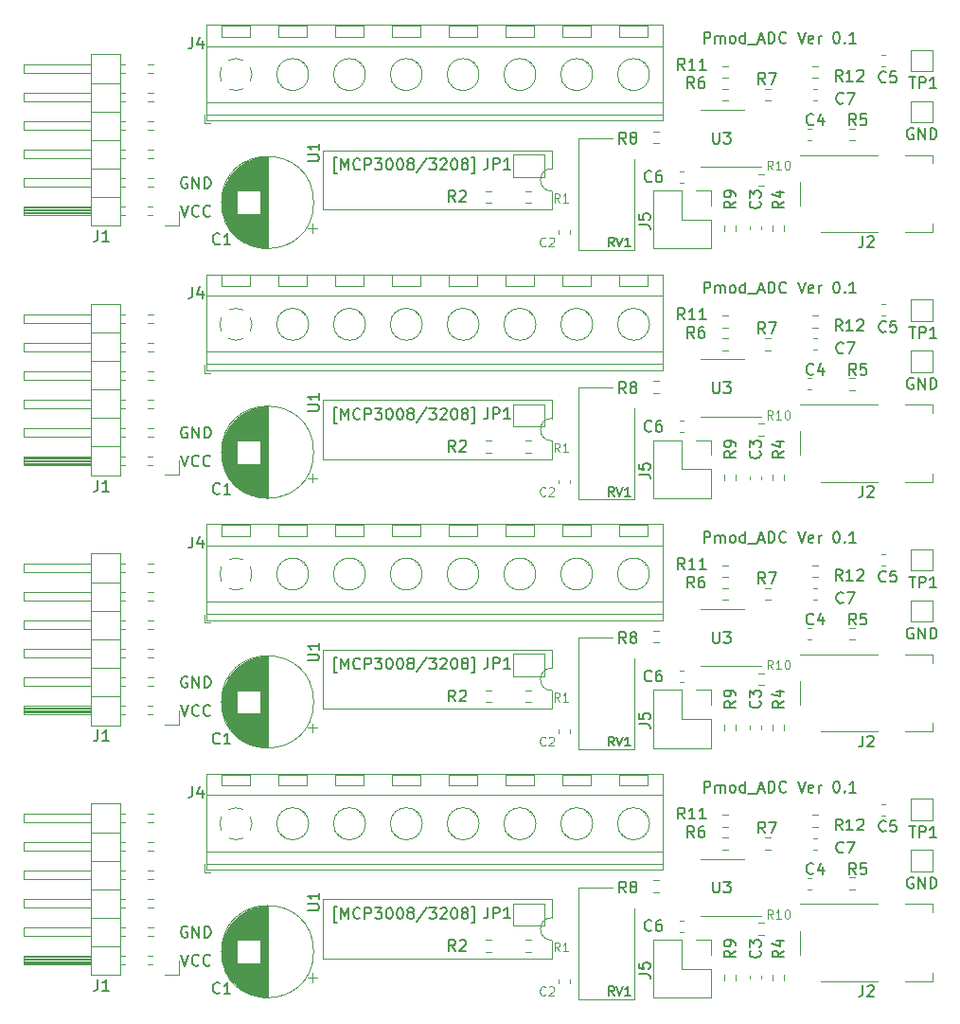
<source format=gbr>
%TF.GenerationSoftware,KiCad,Pcbnew,7.0.9*%
%TF.CreationDate,2023-12-02T23:05:05+09:00*%
%TF.ProjectId,kikit,6b696b69-742e-46b6-9963-61645f706362,rev?*%
%TF.SameCoordinates,Original*%
%TF.FileFunction,Legend,Top*%
%TF.FilePolarity,Positive*%
%FSLAX46Y46*%
G04 Gerber Fmt 4.6, Leading zero omitted, Abs format (unit mm)*
G04 Created by KiCad (PCBNEW 7.0.9) date 2023-12-02 23:05:05*
%MOMM*%
%LPD*%
G01*
G04 APERTURE LIST*
%ADD10C,0.150000*%
%ADD11C,0.100000*%
%ADD12C,0.120000*%
G04 APERTURE END LIST*
D10*
X165196279Y-94480819D02*
X165196279Y-93480819D01*
X165196279Y-93480819D02*
X165577231Y-93480819D01*
X165577231Y-93480819D02*
X165672469Y-93528438D01*
X165672469Y-93528438D02*
X165720088Y-93576057D01*
X165720088Y-93576057D02*
X165767707Y-93671295D01*
X165767707Y-93671295D02*
X165767707Y-93814152D01*
X165767707Y-93814152D02*
X165720088Y-93909390D01*
X165720088Y-93909390D02*
X165672469Y-93957009D01*
X165672469Y-93957009D02*
X165577231Y-94004628D01*
X165577231Y-94004628D02*
X165196279Y-94004628D01*
X166196279Y-94480819D02*
X166196279Y-93814152D01*
X166196279Y-93909390D02*
X166243898Y-93861771D01*
X166243898Y-93861771D02*
X166339136Y-93814152D01*
X166339136Y-93814152D02*
X166481993Y-93814152D01*
X166481993Y-93814152D02*
X166577231Y-93861771D01*
X166577231Y-93861771D02*
X166624850Y-93957009D01*
X166624850Y-93957009D02*
X166624850Y-94480819D01*
X166624850Y-93957009D02*
X166672469Y-93861771D01*
X166672469Y-93861771D02*
X166767707Y-93814152D01*
X166767707Y-93814152D02*
X166910564Y-93814152D01*
X166910564Y-93814152D02*
X167005803Y-93861771D01*
X167005803Y-93861771D02*
X167053422Y-93957009D01*
X167053422Y-93957009D02*
X167053422Y-94480819D01*
X167672469Y-94480819D02*
X167577231Y-94433200D01*
X167577231Y-94433200D02*
X167529612Y-94385580D01*
X167529612Y-94385580D02*
X167481993Y-94290342D01*
X167481993Y-94290342D02*
X167481993Y-94004628D01*
X167481993Y-94004628D02*
X167529612Y-93909390D01*
X167529612Y-93909390D02*
X167577231Y-93861771D01*
X167577231Y-93861771D02*
X167672469Y-93814152D01*
X167672469Y-93814152D02*
X167815326Y-93814152D01*
X167815326Y-93814152D02*
X167910564Y-93861771D01*
X167910564Y-93861771D02*
X167958183Y-93909390D01*
X167958183Y-93909390D02*
X168005802Y-94004628D01*
X168005802Y-94004628D02*
X168005802Y-94290342D01*
X168005802Y-94290342D02*
X167958183Y-94385580D01*
X167958183Y-94385580D02*
X167910564Y-94433200D01*
X167910564Y-94433200D02*
X167815326Y-94480819D01*
X167815326Y-94480819D02*
X167672469Y-94480819D01*
X168862945Y-94480819D02*
X168862945Y-93480819D01*
X168862945Y-94433200D02*
X168767707Y-94480819D01*
X168767707Y-94480819D02*
X168577231Y-94480819D01*
X168577231Y-94480819D02*
X168481993Y-94433200D01*
X168481993Y-94433200D02*
X168434374Y-94385580D01*
X168434374Y-94385580D02*
X168386755Y-94290342D01*
X168386755Y-94290342D02*
X168386755Y-94004628D01*
X168386755Y-94004628D02*
X168434374Y-93909390D01*
X168434374Y-93909390D02*
X168481993Y-93861771D01*
X168481993Y-93861771D02*
X168577231Y-93814152D01*
X168577231Y-93814152D02*
X168767707Y-93814152D01*
X168767707Y-93814152D02*
X168862945Y-93861771D01*
X169101041Y-94576057D02*
X169862945Y-94576057D01*
X170053422Y-94195104D02*
X170529612Y-94195104D01*
X169958184Y-94480819D02*
X170291517Y-93480819D01*
X170291517Y-93480819D02*
X170624850Y-94480819D01*
X170958184Y-94480819D02*
X170958184Y-93480819D01*
X170958184Y-93480819D02*
X171196279Y-93480819D01*
X171196279Y-93480819D02*
X171339136Y-93528438D01*
X171339136Y-93528438D02*
X171434374Y-93623676D01*
X171434374Y-93623676D02*
X171481993Y-93718914D01*
X171481993Y-93718914D02*
X171529612Y-93909390D01*
X171529612Y-93909390D02*
X171529612Y-94052247D01*
X171529612Y-94052247D02*
X171481993Y-94242723D01*
X171481993Y-94242723D02*
X171434374Y-94337961D01*
X171434374Y-94337961D02*
X171339136Y-94433200D01*
X171339136Y-94433200D02*
X171196279Y-94480819D01*
X171196279Y-94480819D02*
X170958184Y-94480819D01*
X172529612Y-94385580D02*
X172481993Y-94433200D01*
X172481993Y-94433200D02*
X172339136Y-94480819D01*
X172339136Y-94480819D02*
X172243898Y-94480819D01*
X172243898Y-94480819D02*
X172101041Y-94433200D01*
X172101041Y-94433200D02*
X172005803Y-94337961D01*
X172005803Y-94337961D02*
X171958184Y-94242723D01*
X171958184Y-94242723D02*
X171910565Y-94052247D01*
X171910565Y-94052247D02*
X171910565Y-93909390D01*
X171910565Y-93909390D02*
X171958184Y-93718914D01*
X171958184Y-93718914D02*
X172005803Y-93623676D01*
X172005803Y-93623676D02*
X172101041Y-93528438D01*
X172101041Y-93528438D02*
X172243898Y-93480819D01*
X172243898Y-93480819D02*
X172339136Y-93480819D01*
X172339136Y-93480819D02*
X172481993Y-93528438D01*
X172481993Y-93528438D02*
X172529612Y-93576057D01*
X173577232Y-93480819D02*
X173910565Y-94480819D01*
X173910565Y-94480819D02*
X174243898Y-93480819D01*
X174958184Y-94433200D02*
X174862946Y-94480819D01*
X174862946Y-94480819D02*
X174672470Y-94480819D01*
X174672470Y-94480819D02*
X174577232Y-94433200D01*
X174577232Y-94433200D02*
X174529613Y-94337961D01*
X174529613Y-94337961D02*
X174529613Y-93957009D01*
X174529613Y-93957009D02*
X174577232Y-93861771D01*
X174577232Y-93861771D02*
X174672470Y-93814152D01*
X174672470Y-93814152D02*
X174862946Y-93814152D01*
X174862946Y-93814152D02*
X174958184Y-93861771D01*
X174958184Y-93861771D02*
X175005803Y-93957009D01*
X175005803Y-93957009D02*
X175005803Y-94052247D01*
X175005803Y-94052247D02*
X174529613Y-94147485D01*
X175434375Y-94480819D02*
X175434375Y-93814152D01*
X175434375Y-94004628D02*
X175481994Y-93909390D01*
X175481994Y-93909390D02*
X175529613Y-93861771D01*
X175529613Y-93861771D02*
X175624851Y-93814152D01*
X175624851Y-93814152D02*
X175720089Y-93814152D01*
X177005804Y-93480819D02*
X177101042Y-93480819D01*
X177101042Y-93480819D02*
X177196280Y-93528438D01*
X177196280Y-93528438D02*
X177243899Y-93576057D01*
X177243899Y-93576057D02*
X177291518Y-93671295D01*
X177291518Y-93671295D02*
X177339137Y-93861771D01*
X177339137Y-93861771D02*
X177339137Y-94099866D01*
X177339137Y-94099866D02*
X177291518Y-94290342D01*
X177291518Y-94290342D02*
X177243899Y-94385580D01*
X177243899Y-94385580D02*
X177196280Y-94433200D01*
X177196280Y-94433200D02*
X177101042Y-94480819D01*
X177101042Y-94480819D02*
X177005804Y-94480819D01*
X177005804Y-94480819D02*
X176910566Y-94433200D01*
X176910566Y-94433200D02*
X176862947Y-94385580D01*
X176862947Y-94385580D02*
X176815328Y-94290342D01*
X176815328Y-94290342D02*
X176767709Y-94099866D01*
X176767709Y-94099866D02*
X176767709Y-93861771D01*
X176767709Y-93861771D02*
X176815328Y-93671295D01*
X176815328Y-93671295D02*
X176862947Y-93576057D01*
X176862947Y-93576057D02*
X176910566Y-93528438D01*
X176910566Y-93528438D02*
X177005804Y-93480819D01*
X177767709Y-94385580D02*
X177815328Y-94433200D01*
X177815328Y-94433200D02*
X177767709Y-94480819D01*
X177767709Y-94480819D02*
X177720090Y-94433200D01*
X177720090Y-94433200D02*
X177767709Y-94385580D01*
X177767709Y-94385580D02*
X177767709Y-94480819D01*
X178767708Y-94480819D02*
X178196280Y-94480819D01*
X178481994Y-94480819D02*
X178481994Y-93480819D01*
X178481994Y-93480819D02*
X178386756Y-93623676D01*
X178386756Y-93623676D02*
X178291518Y-93718914D01*
X178291518Y-93718914D02*
X178196280Y-93766533D01*
X165196279Y-49840819D02*
X165196279Y-48840819D01*
X165196279Y-48840819D02*
X165577231Y-48840819D01*
X165577231Y-48840819D02*
X165672469Y-48888438D01*
X165672469Y-48888438D02*
X165720088Y-48936057D01*
X165720088Y-48936057D02*
X165767707Y-49031295D01*
X165767707Y-49031295D02*
X165767707Y-49174152D01*
X165767707Y-49174152D02*
X165720088Y-49269390D01*
X165720088Y-49269390D02*
X165672469Y-49317009D01*
X165672469Y-49317009D02*
X165577231Y-49364628D01*
X165577231Y-49364628D02*
X165196279Y-49364628D01*
X166196279Y-49840819D02*
X166196279Y-49174152D01*
X166196279Y-49269390D02*
X166243898Y-49221771D01*
X166243898Y-49221771D02*
X166339136Y-49174152D01*
X166339136Y-49174152D02*
X166481993Y-49174152D01*
X166481993Y-49174152D02*
X166577231Y-49221771D01*
X166577231Y-49221771D02*
X166624850Y-49317009D01*
X166624850Y-49317009D02*
X166624850Y-49840819D01*
X166624850Y-49317009D02*
X166672469Y-49221771D01*
X166672469Y-49221771D02*
X166767707Y-49174152D01*
X166767707Y-49174152D02*
X166910564Y-49174152D01*
X166910564Y-49174152D02*
X167005803Y-49221771D01*
X167005803Y-49221771D02*
X167053422Y-49317009D01*
X167053422Y-49317009D02*
X167053422Y-49840819D01*
X167672469Y-49840819D02*
X167577231Y-49793200D01*
X167577231Y-49793200D02*
X167529612Y-49745580D01*
X167529612Y-49745580D02*
X167481993Y-49650342D01*
X167481993Y-49650342D02*
X167481993Y-49364628D01*
X167481993Y-49364628D02*
X167529612Y-49269390D01*
X167529612Y-49269390D02*
X167577231Y-49221771D01*
X167577231Y-49221771D02*
X167672469Y-49174152D01*
X167672469Y-49174152D02*
X167815326Y-49174152D01*
X167815326Y-49174152D02*
X167910564Y-49221771D01*
X167910564Y-49221771D02*
X167958183Y-49269390D01*
X167958183Y-49269390D02*
X168005802Y-49364628D01*
X168005802Y-49364628D02*
X168005802Y-49650342D01*
X168005802Y-49650342D02*
X167958183Y-49745580D01*
X167958183Y-49745580D02*
X167910564Y-49793200D01*
X167910564Y-49793200D02*
X167815326Y-49840819D01*
X167815326Y-49840819D02*
X167672469Y-49840819D01*
X168862945Y-49840819D02*
X168862945Y-48840819D01*
X168862945Y-49793200D02*
X168767707Y-49840819D01*
X168767707Y-49840819D02*
X168577231Y-49840819D01*
X168577231Y-49840819D02*
X168481993Y-49793200D01*
X168481993Y-49793200D02*
X168434374Y-49745580D01*
X168434374Y-49745580D02*
X168386755Y-49650342D01*
X168386755Y-49650342D02*
X168386755Y-49364628D01*
X168386755Y-49364628D02*
X168434374Y-49269390D01*
X168434374Y-49269390D02*
X168481993Y-49221771D01*
X168481993Y-49221771D02*
X168577231Y-49174152D01*
X168577231Y-49174152D02*
X168767707Y-49174152D01*
X168767707Y-49174152D02*
X168862945Y-49221771D01*
X169101041Y-49936057D02*
X169862945Y-49936057D01*
X170053422Y-49555104D02*
X170529612Y-49555104D01*
X169958184Y-49840819D02*
X170291517Y-48840819D01*
X170291517Y-48840819D02*
X170624850Y-49840819D01*
X170958184Y-49840819D02*
X170958184Y-48840819D01*
X170958184Y-48840819D02*
X171196279Y-48840819D01*
X171196279Y-48840819D02*
X171339136Y-48888438D01*
X171339136Y-48888438D02*
X171434374Y-48983676D01*
X171434374Y-48983676D02*
X171481993Y-49078914D01*
X171481993Y-49078914D02*
X171529612Y-49269390D01*
X171529612Y-49269390D02*
X171529612Y-49412247D01*
X171529612Y-49412247D02*
X171481993Y-49602723D01*
X171481993Y-49602723D02*
X171434374Y-49697961D01*
X171434374Y-49697961D02*
X171339136Y-49793200D01*
X171339136Y-49793200D02*
X171196279Y-49840819D01*
X171196279Y-49840819D02*
X170958184Y-49840819D01*
X172529612Y-49745580D02*
X172481993Y-49793200D01*
X172481993Y-49793200D02*
X172339136Y-49840819D01*
X172339136Y-49840819D02*
X172243898Y-49840819D01*
X172243898Y-49840819D02*
X172101041Y-49793200D01*
X172101041Y-49793200D02*
X172005803Y-49697961D01*
X172005803Y-49697961D02*
X171958184Y-49602723D01*
X171958184Y-49602723D02*
X171910565Y-49412247D01*
X171910565Y-49412247D02*
X171910565Y-49269390D01*
X171910565Y-49269390D02*
X171958184Y-49078914D01*
X171958184Y-49078914D02*
X172005803Y-48983676D01*
X172005803Y-48983676D02*
X172101041Y-48888438D01*
X172101041Y-48888438D02*
X172243898Y-48840819D01*
X172243898Y-48840819D02*
X172339136Y-48840819D01*
X172339136Y-48840819D02*
X172481993Y-48888438D01*
X172481993Y-48888438D02*
X172529612Y-48936057D01*
X173577232Y-48840819D02*
X173910565Y-49840819D01*
X173910565Y-49840819D02*
X174243898Y-48840819D01*
X174958184Y-49793200D02*
X174862946Y-49840819D01*
X174862946Y-49840819D02*
X174672470Y-49840819D01*
X174672470Y-49840819D02*
X174577232Y-49793200D01*
X174577232Y-49793200D02*
X174529613Y-49697961D01*
X174529613Y-49697961D02*
X174529613Y-49317009D01*
X174529613Y-49317009D02*
X174577232Y-49221771D01*
X174577232Y-49221771D02*
X174672470Y-49174152D01*
X174672470Y-49174152D02*
X174862946Y-49174152D01*
X174862946Y-49174152D02*
X174958184Y-49221771D01*
X174958184Y-49221771D02*
X175005803Y-49317009D01*
X175005803Y-49317009D02*
X175005803Y-49412247D01*
X175005803Y-49412247D02*
X174529613Y-49507485D01*
X175434375Y-49840819D02*
X175434375Y-49174152D01*
X175434375Y-49364628D02*
X175481994Y-49269390D01*
X175481994Y-49269390D02*
X175529613Y-49221771D01*
X175529613Y-49221771D02*
X175624851Y-49174152D01*
X175624851Y-49174152D02*
X175720089Y-49174152D01*
X177005804Y-48840819D02*
X177101042Y-48840819D01*
X177101042Y-48840819D02*
X177196280Y-48888438D01*
X177196280Y-48888438D02*
X177243899Y-48936057D01*
X177243899Y-48936057D02*
X177291518Y-49031295D01*
X177291518Y-49031295D02*
X177339137Y-49221771D01*
X177339137Y-49221771D02*
X177339137Y-49459866D01*
X177339137Y-49459866D02*
X177291518Y-49650342D01*
X177291518Y-49650342D02*
X177243899Y-49745580D01*
X177243899Y-49745580D02*
X177196280Y-49793200D01*
X177196280Y-49793200D02*
X177101042Y-49840819D01*
X177101042Y-49840819D02*
X177005804Y-49840819D01*
X177005804Y-49840819D02*
X176910566Y-49793200D01*
X176910566Y-49793200D02*
X176862947Y-49745580D01*
X176862947Y-49745580D02*
X176815328Y-49650342D01*
X176815328Y-49650342D02*
X176767709Y-49459866D01*
X176767709Y-49459866D02*
X176767709Y-49221771D01*
X176767709Y-49221771D02*
X176815328Y-49031295D01*
X176815328Y-49031295D02*
X176862947Y-48936057D01*
X176862947Y-48936057D02*
X176910566Y-48888438D01*
X176910566Y-48888438D02*
X177005804Y-48840819D01*
X177767709Y-49745580D02*
X177815328Y-49793200D01*
X177815328Y-49793200D02*
X177767709Y-49840819D01*
X177767709Y-49840819D02*
X177720090Y-49793200D01*
X177720090Y-49793200D02*
X177767709Y-49745580D01*
X177767709Y-49745580D02*
X177767709Y-49840819D01*
X178767708Y-49840819D02*
X178196280Y-49840819D01*
X178481994Y-49840819D02*
X178481994Y-48840819D01*
X178481994Y-48840819D02*
X178386756Y-48983676D01*
X178386756Y-48983676D02*
X178291518Y-49078914D01*
X178291518Y-49078914D02*
X178196280Y-49126533D01*
X165196279Y-72160819D02*
X165196279Y-71160819D01*
X165196279Y-71160819D02*
X165577231Y-71160819D01*
X165577231Y-71160819D02*
X165672469Y-71208438D01*
X165672469Y-71208438D02*
X165720088Y-71256057D01*
X165720088Y-71256057D02*
X165767707Y-71351295D01*
X165767707Y-71351295D02*
X165767707Y-71494152D01*
X165767707Y-71494152D02*
X165720088Y-71589390D01*
X165720088Y-71589390D02*
X165672469Y-71637009D01*
X165672469Y-71637009D02*
X165577231Y-71684628D01*
X165577231Y-71684628D02*
X165196279Y-71684628D01*
X166196279Y-72160819D02*
X166196279Y-71494152D01*
X166196279Y-71589390D02*
X166243898Y-71541771D01*
X166243898Y-71541771D02*
X166339136Y-71494152D01*
X166339136Y-71494152D02*
X166481993Y-71494152D01*
X166481993Y-71494152D02*
X166577231Y-71541771D01*
X166577231Y-71541771D02*
X166624850Y-71637009D01*
X166624850Y-71637009D02*
X166624850Y-72160819D01*
X166624850Y-71637009D02*
X166672469Y-71541771D01*
X166672469Y-71541771D02*
X166767707Y-71494152D01*
X166767707Y-71494152D02*
X166910564Y-71494152D01*
X166910564Y-71494152D02*
X167005803Y-71541771D01*
X167005803Y-71541771D02*
X167053422Y-71637009D01*
X167053422Y-71637009D02*
X167053422Y-72160819D01*
X167672469Y-72160819D02*
X167577231Y-72113200D01*
X167577231Y-72113200D02*
X167529612Y-72065580D01*
X167529612Y-72065580D02*
X167481993Y-71970342D01*
X167481993Y-71970342D02*
X167481993Y-71684628D01*
X167481993Y-71684628D02*
X167529612Y-71589390D01*
X167529612Y-71589390D02*
X167577231Y-71541771D01*
X167577231Y-71541771D02*
X167672469Y-71494152D01*
X167672469Y-71494152D02*
X167815326Y-71494152D01*
X167815326Y-71494152D02*
X167910564Y-71541771D01*
X167910564Y-71541771D02*
X167958183Y-71589390D01*
X167958183Y-71589390D02*
X168005802Y-71684628D01*
X168005802Y-71684628D02*
X168005802Y-71970342D01*
X168005802Y-71970342D02*
X167958183Y-72065580D01*
X167958183Y-72065580D02*
X167910564Y-72113200D01*
X167910564Y-72113200D02*
X167815326Y-72160819D01*
X167815326Y-72160819D02*
X167672469Y-72160819D01*
X168862945Y-72160819D02*
X168862945Y-71160819D01*
X168862945Y-72113200D02*
X168767707Y-72160819D01*
X168767707Y-72160819D02*
X168577231Y-72160819D01*
X168577231Y-72160819D02*
X168481993Y-72113200D01*
X168481993Y-72113200D02*
X168434374Y-72065580D01*
X168434374Y-72065580D02*
X168386755Y-71970342D01*
X168386755Y-71970342D02*
X168386755Y-71684628D01*
X168386755Y-71684628D02*
X168434374Y-71589390D01*
X168434374Y-71589390D02*
X168481993Y-71541771D01*
X168481993Y-71541771D02*
X168577231Y-71494152D01*
X168577231Y-71494152D02*
X168767707Y-71494152D01*
X168767707Y-71494152D02*
X168862945Y-71541771D01*
X169101041Y-72256057D02*
X169862945Y-72256057D01*
X170053422Y-71875104D02*
X170529612Y-71875104D01*
X169958184Y-72160819D02*
X170291517Y-71160819D01*
X170291517Y-71160819D02*
X170624850Y-72160819D01*
X170958184Y-72160819D02*
X170958184Y-71160819D01*
X170958184Y-71160819D02*
X171196279Y-71160819D01*
X171196279Y-71160819D02*
X171339136Y-71208438D01*
X171339136Y-71208438D02*
X171434374Y-71303676D01*
X171434374Y-71303676D02*
X171481993Y-71398914D01*
X171481993Y-71398914D02*
X171529612Y-71589390D01*
X171529612Y-71589390D02*
X171529612Y-71732247D01*
X171529612Y-71732247D02*
X171481993Y-71922723D01*
X171481993Y-71922723D02*
X171434374Y-72017961D01*
X171434374Y-72017961D02*
X171339136Y-72113200D01*
X171339136Y-72113200D02*
X171196279Y-72160819D01*
X171196279Y-72160819D02*
X170958184Y-72160819D01*
X172529612Y-72065580D02*
X172481993Y-72113200D01*
X172481993Y-72113200D02*
X172339136Y-72160819D01*
X172339136Y-72160819D02*
X172243898Y-72160819D01*
X172243898Y-72160819D02*
X172101041Y-72113200D01*
X172101041Y-72113200D02*
X172005803Y-72017961D01*
X172005803Y-72017961D02*
X171958184Y-71922723D01*
X171958184Y-71922723D02*
X171910565Y-71732247D01*
X171910565Y-71732247D02*
X171910565Y-71589390D01*
X171910565Y-71589390D02*
X171958184Y-71398914D01*
X171958184Y-71398914D02*
X172005803Y-71303676D01*
X172005803Y-71303676D02*
X172101041Y-71208438D01*
X172101041Y-71208438D02*
X172243898Y-71160819D01*
X172243898Y-71160819D02*
X172339136Y-71160819D01*
X172339136Y-71160819D02*
X172481993Y-71208438D01*
X172481993Y-71208438D02*
X172529612Y-71256057D01*
X173577232Y-71160819D02*
X173910565Y-72160819D01*
X173910565Y-72160819D02*
X174243898Y-71160819D01*
X174958184Y-72113200D02*
X174862946Y-72160819D01*
X174862946Y-72160819D02*
X174672470Y-72160819D01*
X174672470Y-72160819D02*
X174577232Y-72113200D01*
X174577232Y-72113200D02*
X174529613Y-72017961D01*
X174529613Y-72017961D02*
X174529613Y-71637009D01*
X174529613Y-71637009D02*
X174577232Y-71541771D01*
X174577232Y-71541771D02*
X174672470Y-71494152D01*
X174672470Y-71494152D02*
X174862946Y-71494152D01*
X174862946Y-71494152D02*
X174958184Y-71541771D01*
X174958184Y-71541771D02*
X175005803Y-71637009D01*
X175005803Y-71637009D02*
X175005803Y-71732247D01*
X175005803Y-71732247D02*
X174529613Y-71827485D01*
X175434375Y-72160819D02*
X175434375Y-71494152D01*
X175434375Y-71684628D02*
X175481994Y-71589390D01*
X175481994Y-71589390D02*
X175529613Y-71541771D01*
X175529613Y-71541771D02*
X175624851Y-71494152D01*
X175624851Y-71494152D02*
X175720089Y-71494152D01*
X177005804Y-71160819D02*
X177101042Y-71160819D01*
X177101042Y-71160819D02*
X177196280Y-71208438D01*
X177196280Y-71208438D02*
X177243899Y-71256057D01*
X177243899Y-71256057D02*
X177291518Y-71351295D01*
X177291518Y-71351295D02*
X177339137Y-71541771D01*
X177339137Y-71541771D02*
X177339137Y-71779866D01*
X177339137Y-71779866D02*
X177291518Y-71970342D01*
X177291518Y-71970342D02*
X177243899Y-72065580D01*
X177243899Y-72065580D02*
X177196280Y-72113200D01*
X177196280Y-72113200D02*
X177101042Y-72160819D01*
X177101042Y-72160819D02*
X177005804Y-72160819D01*
X177005804Y-72160819D02*
X176910566Y-72113200D01*
X176910566Y-72113200D02*
X176862947Y-72065580D01*
X176862947Y-72065580D02*
X176815328Y-71970342D01*
X176815328Y-71970342D02*
X176767709Y-71779866D01*
X176767709Y-71779866D02*
X176767709Y-71541771D01*
X176767709Y-71541771D02*
X176815328Y-71351295D01*
X176815328Y-71351295D02*
X176862947Y-71256057D01*
X176862947Y-71256057D02*
X176910566Y-71208438D01*
X176910566Y-71208438D02*
X177005804Y-71160819D01*
X177767709Y-72065580D02*
X177815328Y-72113200D01*
X177815328Y-72113200D02*
X177767709Y-72160819D01*
X177767709Y-72160819D02*
X177720090Y-72113200D01*
X177720090Y-72113200D02*
X177767709Y-72065580D01*
X177767709Y-72065580D02*
X177767709Y-72160819D01*
X178767708Y-72160819D02*
X178196280Y-72160819D01*
X178481994Y-72160819D02*
X178481994Y-71160819D01*
X178481994Y-71160819D02*
X178386756Y-71303676D01*
X178386756Y-71303676D02*
X178291518Y-71398914D01*
X178291518Y-71398914D02*
X178196280Y-71446533D01*
X118444422Y-64334819D02*
X118777755Y-65334819D01*
X118777755Y-65334819D02*
X119111088Y-64334819D01*
X120015850Y-65239580D02*
X119968231Y-65287200D01*
X119968231Y-65287200D02*
X119825374Y-65334819D01*
X119825374Y-65334819D02*
X119730136Y-65334819D01*
X119730136Y-65334819D02*
X119587279Y-65287200D01*
X119587279Y-65287200D02*
X119492041Y-65191961D01*
X119492041Y-65191961D02*
X119444422Y-65096723D01*
X119444422Y-65096723D02*
X119396803Y-64906247D01*
X119396803Y-64906247D02*
X119396803Y-64763390D01*
X119396803Y-64763390D02*
X119444422Y-64572914D01*
X119444422Y-64572914D02*
X119492041Y-64477676D01*
X119492041Y-64477676D02*
X119587279Y-64382438D01*
X119587279Y-64382438D02*
X119730136Y-64334819D01*
X119730136Y-64334819D02*
X119825374Y-64334819D01*
X119825374Y-64334819D02*
X119968231Y-64382438D01*
X119968231Y-64382438D02*
X120015850Y-64430057D01*
X121015850Y-65239580D02*
X120968231Y-65287200D01*
X120968231Y-65287200D02*
X120825374Y-65334819D01*
X120825374Y-65334819D02*
X120730136Y-65334819D01*
X120730136Y-65334819D02*
X120587279Y-65287200D01*
X120587279Y-65287200D02*
X120492041Y-65191961D01*
X120492041Y-65191961D02*
X120444422Y-65096723D01*
X120444422Y-65096723D02*
X120396803Y-64906247D01*
X120396803Y-64906247D02*
X120396803Y-64763390D01*
X120396803Y-64763390D02*
X120444422Y-64572914D01*
X120444422Y-64572914D02*
X120492041Y-64477676D01*
X120492041Y-64477676D02*
X120587279Y-64382438D01*
X120587279Y-64382438D02*
X120730136Y-64334819D01*
X120730136Y-64334819D02*
X120825374Y-64334819D01*
X120825374Y-64334819D02*
X120968231Y-64382438D01*
X120968231Y-64382438D02*
X121015850Y-64430057D01*
X165196279Y-27520819D02*
X165196279Y-26520819D01*
X165196279Y-26520819D02*
X165577231Y-26520819D01*
X165577231Y-26520819D02*
X165672469Y-26568438D01*
X165672469Y-26568438D02*
X165720088Y-26616057D01*
X165720088Y-26616057D02*
X165767707Y-26711295D01*
X165767707Y-26711295D02*
X165767707Y-26854152D01*
X165767707Y-26854152D02*
X165720088Y-26949390D01*
X165720088Y-26949390D02*
X165672469Y-26997009D01*
X165672469Y-26997009D02*
X165577231Y-27044628D01*
X165577231Y-27044628D02*
X165196279Y-27044628D01*
X166196279Y-27520819D02*
X166196279Y-26854152D01*
X166196279Y-26949390D02*
X166243898Y-26901771D01*
X166243898Y-26901771D02*
X166339136Y-26854152D01*
X166339136Y-26854152D02*
X166481993Y-26854152D01*
X166481993Y-26854152D02*
X166577231Y-26901771D01*
X166577231Y-26901771D02*
X166624850Y-26997009D01*
X166624850Y-26997009D02*
X166624850Y-27520819D01*
X166624850Y-26997009D02*
X166672469Y-26901771D01*
X166672469Y-26901771D02*
X166767707Y-26854152D01*
X166767707Y-26854152D02*
X166910564Y-26854152D01*
X166910564Y-26854152D02*
X167005803Y-26901771D01*
X167005803Y-26901771D02*
X167053422Y-26997009D01*
X167053422Y-26997009D02*
X167053422Y-27520819D01*
X167672469Y-27520819D02*
X167577231Y-27473200D01*
X167577231Y-27473200D02*
X167529612Y-27425580D01*
X167529612Y-27425580D02*
X167481993Y-27330342D01*
X167481993Y-27330342D02*
X167481993Y-27044628D01*
X167481993Y-27044628D02*
X167529612Y-26949390D01*
X167529612Y-26949390D02*
X167577231Y-26901771D01*
X167577231Y-26901771D02*
X167672469Y-26854152D01*
X167672469Y-26854152D02*
X167815326Y-26854152D01*
X167815326Y-26854152D02*
X167910564Y-26901771D01*
X167910564Y-26901771D02*
X167958183Y-26949390D01*
X167958183Y-26949390D02*
X168005802Y-27044628D01*
X168005802Y-27044628D02*
X168005802Y-27330342D01*
X168005802Y-27330342D02*
X167958183Y-27425580D01*
X167958183Y-27425580D02*
X167910564Y-27473200D01*
X167910564Y-27473200D02*
X167815326Y-27520819D01*
X167815326Y-27520819D02*
X167672469Y-27520819D01*
X168862945Y-27520819D02*
X168862945Y-26520819D01*
X168862945Y-27473200D02*
X168767707Y-27520819D01*
X168767707Y-27520819D02*
X168577231Y-27520819D01*
X168577231Y-27520819D02*
X168481993Y-27473200D01*
X168481993Y-27473200D02*
X168434374Y-27425580D01*
X168434374Y-27425580D02*
X168386755Y-27330342D01*
X168386755Y-27330342D02*
X168386755Y-27044628D01*
X168386755Y-27044628D02*
X168434374Y-26949390D01*
X168434374Y-26949390D02*
X168481993Y-26901771D01*
X168481993Y-26901771D02*
X168577231Y-26854152D01*
X168577231Y-26854152D02*
X168767707Y-26854152D01*
X168767707Y-26854152D02*
X168862945Y-26901771D01*
X169101041Y-27616057D02*
X169862945Y-27616057D01*
X170053422Y-27235104D02*
X170529612Y-27235104D01*
X169958184Y-27520819D02*
X170291517Y-26520819D01*
X170291517Y-26520819D02*
X170624850Y-27520819D01*
X170958184Y-27520819D02*
X170958184Y-26520819D01*
X170958184Y-26520819D02*
X171196279Y-26520819D01*
X171196279Y-26520819D02*
X171339136Y-26568438D01*
X171339136Y-26568438D02*
X171434374Y-26663676D01*
X171434374Y-26663676D02*
X171481993Y-26758914D01*
X171481993Y-26758914D02*
X171529612Y-26949390D01*
X171529612Y-26949390D02*
X171529612Y-27092247D01*
X171529612Y-27092247D02*
X171481993Y-27282723D01*
X171481993Y-27282723D02*
X171434374Y-27377961D01*
X171434374Y-27377961D02*
X171339136Y-27473200D01*
X171339136Y-27473200D02*
X171196279Y-27520819D01*
X171196279Y-27520819D02*
X170958184Y-27520819D01*
X172529612Y-27425580D02*
X172481993Y-27473200D01*
X172481993Y-27473200D02*
X172339136Y-27520819D01*
X172339136Y-27520819D02*
X172243898Y-27520819D01*
X172243898Y-27520819D02*
X172101041Y-27473200D01*
X172101041Y-27473200D02*
X172005803Y-27377961D01*
X172005803Y-27377961D02*
X171958184Y-27282723D01*
X171958184Y-27282723D02*
X171910565Y-27092247D01*
X171910565Y-27092247D02*
X171910565Y-26949390D01*
X171910565Y-26949390D02*
X171958184Y-26758914D01*
X171958184Y-26758914D02*
X172005803Y-26663676D01*
X172005803Y-26663676D02*
X172101041Y-26568438D01*
X172101041Y-26568438D02*
X172243898Y-26520819D01*
X172243898Y-26520819D02*
X172339136Y-26520819D01*
X172339136Y-26520819D02*
X172481993Y-26568438D01*
X172481993Y-26568438D02*
X172529612Y-26616057D01*
X173577232Y-26520819D02*
X173910565Y-27520819D01*
X173910565Y-27520819D02*
X174243898Y-26520819D01*
X174958184Y-27473200D02*
X174862946Y-27520819D01*
X174862946Y-27520819D02*
X174672470Y-27520819D01*
X174672470Y-27520819D02*
X174577232Y-27473200D01*
X174577232Y-27473200D02*
X174529613Y-27377961D01*
X174529613Y-27377961D02*
X174529613Y-26997009D01*
X174529613Y-26997009D02*
X174577232Y-26901771D01*
X174577232Y-26901771D02*
X174672470Y-26854152D01*
X174672470Y-26854152D02*
X174862946Y-26854152D01*
X174862946Y-26854152D02*
X174958184Y-26901771D01*
X174958184Y-26901771D02*
X175005803Y-26997009D01*
X175005803Y-26997009D02*
X175005803Y-27092247D01*
X175005803Y-27092247D02*
X174529613Y-27187485D01*
X175434375Y-27520819D02*
X175434375Y-26854152D01*
X175434375Y-27044628D02*
X175481994Y-26949390D01*
X175481994Y-26949390D02*
X175529613Y-26901771D01*
X175529613Y-26901771D02*
X175624851Y-26854152D01*
X175624851Y-26854152D02*
X175720089Y-26854152D01*
X177005804Y-26520819D02*
X177101042Y-26520819D01*
X177101042Y-26520819D02*
X177196280Y-26568438D01*
X177196280Y-26568438D02*
X177243899Y-26616057D01*
X177243899Y-26616057D02*
X177291518Y-26711295D01*
X177291518Y-26711295D02*
X177339137Y-26901771D01*
X177339137Y-26901771D02*
X177339137Y-27139866D01*
X177339137Y-27139866D02*
X177291518Y-27330342D01*
X177291518Y-27330342D02*
X177243899Y-27425580D01*
X177243899Y-27425580D02*
X177196280Y-27473200D01*
X177196280Y-27473200D02*
X177101042Y-27520819D01*
X177101042Y-27520819D02*
X177005804Y-27520819D01*
X177005804Y-27520819D02*
X176910566Y-27473200D01*
X176910566Y-27473200D02*
X176862947Y-27425580D01*
X176862947Y-27425580D02*
X176815328Y-27330342D01*
X176815328Y-27330342D02*
X176767709Y-27139866D01*
X176767709Y-27139866D02*
X176767709Y-26901771D01*
X176767709Y-26901771D02*
X176815328Y-26711295D01*
X176815328Y-26711295D02*
X176862947Y-26616057D01*
X176862947Y-26616057D02*
X176910566Y-26568438D01*
X176910566Y-26568438D02*
X177005804Y-26520819D01*
X177767709Y-27425580D02*
X177815328Y-27473200D01*
X177815328Y-27473200D02*
X177767709Y-27520819D01*
X177767709Y-27520819D02*
X177720090Y-27473200D01*
X177720090Y-27473200D02*
X177767709Y-27425580D01*
X177767709Y-27425580D02*
X177767709Y-27520819D01*
X178767708Y-27520819D02*
X178196280Y-27520819D01*
X178481994Y-27520819D02*
X178481994Y-26520819D01*
X178481994Y-26520819D02*
X178386756Y-26663676D01*
X178386756Y-26663676D02*
X178291518Y-26758914D01*
X178291518Y-26758914D02*
X178196280Y-26806533D01*
X118984088Y-106482438D02*
X118888850Y-106434819D01*
X118888850Y-106434819D02*
X118745993Y-106434819D01*
X118745993Y-106434819D02*
X118603136Y-106482438D01*
X118603136Y-106482438D02*
X118507898Y-106577676D01*
X118507898Y-106577676D02*
X118460279Y-106672914D01*
X118460279Y-106672914D02*
X118412660Y-106863390D01*
X118412660Y-106863390D02*
X118412660Y-107006247D01*
X118412660Y-107006247D02*
X118460279Y-107196723D01*
X118460279Y-107196723D02*
X118507898Y-107291961D01*
X118507898Y-107291961D02*
X118603136Y-107387200D01*
X118603136Y-107387200D02*
X118745993Y-107434819D01*
X118745993Y-107434819D02*
X118841231Y-107434819D01*
X118841231Y-107434819D02*
X118984088Y-107387200D01*
X118984088Y-107387200D02*
X119031707Y-107339580D01*
X119031707Y-107339580D02*
X119031707Y-107006247D01*
X119031707Y-107006247D02*
X118841231Y-107006247D01*
X119460279Y-107434819D02*
X119460279Y-106434819D01*
X119460279Y-106434819D02*
X120031707Y-107434819D01*
X120031707Y-107434819D02*
X120031707Y-106434819D01*
X120507898Y-107434819D02*
X120507898Y-106434819D01*
X120507898Y-106434819D02*
X120745993Y-106434819D01*
X120745993Y-106434819D02*
X120888850Y-106482438D01*
X120888850Y-106482438D02*
X120984088Y-106577676D01*
X120984088Y-106577676D02*
X121031707Y-106672914D01*
X121031707Y-106672914D02*
X121079326Y-106863390D01*
X121079326Y-106863390D02*
X121079326Y-107006247D01*
X121079326Y-107006247D02*
X121031707Y-107196723D01*
X121031707Y-107196723D02*
X120984088Y-107291961D01*
X120984088Y-107291961D02*
X120888850Y-107387200D01*
X120888850Y-107387200D02*
X120745993Y-107434819D01*
X120745993Y-107434819D02*
X120507898Y-107434819D01*
X118444422Y-86654819D02*
X118777755Y-87654819D01*
X118777755Y-87654819D02*
X119111088Y-86654819D01*
X120015850Y-87559580D02*
X119968231Y-87607200D01*
X119968231Y-87607200D02*
X119825374Y-87654819D01*
X119825374Y-87654819D02*
X119730136Y-87654819D01*
X119730136Y-87654819D02*
X119587279Y-87607200D01*
X119587279Y-87607200D02*
X119492041Y-87511961D01*
X119492041Y-87511961D02*
X119444422Y-87416723D01*
X119444422Y-87416723D02*
X119396803Y-87226247D01*
X119396803Y-87226247D02*
X119396803Y-87083390D01*
X119396803Y-87083390D02*
X119444422Y-86892914D01*
X119444422Y-86892914D02*
X119492041Y-86797676D01*
X119492041Y-86797676D02*
X119587279Y-86702438D01*
X119587279Y-86702438D02*
X119730136Y-86654819D01*
X119730136Y-86654819D02*
X119825374Y-86654819D01*
X119825374Y-86654819D02*
X119968231Y-86702438D01*
X119968231Y-86702438D02*
X120015850Y-86750057D01*
X121015850Y-87559580D02*
X120968231Y-87607200D01*
X120968231Y-87607200D02*
X120825374Y-87654819D01*
X120825374Y-87654819D02*
X120730136Y-87654819D01*
X120730136Y-87654819D02*
X120587279Y-87607200D01*
X120587279Y-87607200D02*
X120492041Y-87511961D01*
X120492041Y-87511961D02*
X120444422Y-87416723D01*
X120444422Y-87416723D02*
X120396803Y-87226247D01*
X120396803Y-87226247D02*
X120396803Y-87083390D01*
X120396803Y-87083390D02*
X120444422Y-86892914D01*
X120444422Y-86892914D02*
X120492041Y-86797676D01*
X120492041Y-86797676D02*
X120587279Y-86702438D01*
X120587279Y-86702438D02*
X120730136Y-86654819D01*
X120730136Y-86654819D02*
X120825374Y-86654819D01*
X120825374Y-86654819D02*
X120968231Y-86702438D01*
X120968231Y-86702438D02*
X121015850Y-86750057D01*
X132334993Y-83797152D02*
X132096898Y-83797152D01*
X132096898Y-83797152D02*
X132096898Y-82368580D01*
X132096898Y-82368580D02*
X132334993Y-82368580D01*
X132715946Y-83463819D02*
X132715946Y-82463819D01*
X132715946Y-82463819D02*
X133049279Y-83178104D01*
X133049279Y-83178104D02*
X133382612Y-82463819D01*
X133382612Y-82463819D02*
X133382612Y-83463819D01*
X134430231Y-83368580D02*
X134382612Y-83416200D01*
X134382612Y-83416200D02*
X134239755Y-83463819D01*
X134239755Y-83463819D02*
X134144517Y-83463819D01*
X134144517Y-83463819D02*
X134001660Y-83416200D01*
X134001660Y-83416200D02*
X133906422Y-83320961D01*
X133906422Y-83320961D02*
X133858803Y-83225723D01*
X133858803Y-83225723D02*
X133811184Y-83035247D01*
X133811184Y-83035247D02*
X133811184Y-82892390D01*
X133811184Y-82892390D02*
X133858803Y-82701914D01*
X133858803Y-82701914D02*
X133906422Y-82606676D01*
X133906422Y-82606676D02*
X134001660Y-82511438D01*
X134001660Y-82511438D02*
X134144517Y-82463819D01*
X134144517Y-82463819D02*
X134239755Y-82463819D01*
X134239755Y-82463819D02*
X134382612Y-82511438D01*
X134382612Y-82511438D02*
X134430231Y-82559057D01*
X134858803Y-83463819D02*
X134858803Y-82463819D01*
X134858803Y-82463819D02*
X135239755Y-82463819D01*
X135239755Y-82463819D02*
X135334993Y-82511438D01*
X135334993Y-82511438D02*
X135382612Y-82559057D01*
X135382612Y-82559057D02*
X135430231Y-82654295D01*
X135430231Y-82654295D02*
X135430231Y-82797152D01*
X135430231Y-82797152D02*
X135382612Y-82892390D01*
X135382612Y-82892390D02*
X135334993Y-82940009D01*
X135334993Y-82940009D02*
X135239755Y-82987628D01*
X135239755Y-82987628D02*
X134858803Y-82987628D01*
X135763565Y-82463819D02*
X136382612Y-82463819D01*
X136382612Y-82463819D02*
X136049279Y-82844771D01*
X136049279Y-82844771D02*
X136192136Y-82844771D01*
X136192136Y-82844771D02*
X136287374Y-82892390D01*
X136287374Y-82892390D02*
X136334993Y-82940009D01*
X136334993Y-82940009D02*
X136382612Y-83035247D01*
X136382612Y-83035247D02*
X136382612Y-83273342D01*
X136382612Y-83273342D02*
X136334993Y-83368580D01*
X136334993Y-83368580D02*
X136287374Y-83416200D01*
X136287374Y-83416200D02*
X136192136Y-83463819D01*
X136192136Y-83463819D02*
X135906422Y-83463819D01*
X135906422Y-83463819D02*
X135811184Y-83416200D01*
X135811184Y-83416200D02*
X135763565Y-83368580D01*
X137001660Y-82463819D02*
X137096898Y-82463819D01*
X137096898Y-82463819D02*
X137192136Y-82511438D01*
X137192136Y-82511438D02*
X137239755Y-82559057D01*
X137239755Y-82559057D02*
X137287374Y-82654295D01*
X137287374Y-82654295D02*
X137334993Y-82844771D01*
X137334993Y-82844771D02*
X137334993Y-83082866D01*
X137334993Y-83082866D02*
X137287374Y-83273342D01*
X137287374Y-83273342D02*
X137239755Y-83368580D01*
X137239755Y-83368580D02*
X137192136Y-83416200D01*
X137192136Y-83416200D02*
X137096898Y-83463819D01*
X137096898Y-83463819D02*
X137001660Y-83463819D01*
X137001660Y-83463819D02*
X136906422Y-83416200D01*
X136906422Y-83416200D02*
X136858803Y-83368580D01*
X136858803Y-83368580D02*
X136811184Y-83273342D01*
X136811184Y-83273342D02*
X136763565Y-83082866D01*
X136763565Y-83082866D02*
X136763565Y-82844771D01*
X136763565Y-82844771D02*
X136811184Y-82654295D01*
X136811184Y-82654295D02*
X136858803Y-82559057D01*
X136858803Y-82559057D02*
X136906422Y-82511438D01*
X136906422Y-82511438D02*
X137001660Y-82463819D01*
X137954041Y-82463819D02*
X138049279Y-82463819D01*
X138049279Y-82463819D02*
X138144517Y-82511438D01*
X138144517Y-82511438D02*
X138192136Y-82559057D01*
X138192136Y-82559057D02*
X138239755Y-82654295D01*
X138239755Y-82654295D02*
X138287374Y-82844771D01*
X138287374Y-82844771D02*
X138287374Y-83082866D01*
X138287374Y-83082866D02*
X138239755Y-83273342D01*
X138239755Y-83273342D02*
X138192136Y-83368580D01*
X138192136Y-83368580D02*
X138144517Y-83416200D01*
X138144517Y-83416200D02*
X138049279Y-83463819D01*
X138049279Y-83463819D02*
X137954041Y-83463819D01*
X137954041Y-83463819D02*
X137858803Y-83416200D01*
X137858803Y-83416200D02*
X137811184Y-83368580D01*
X137811184Y-83368580D02*
X137763565Y-83273342D01*
X137763565Y-83273342D02*
X137715946Y-83082866D01*
X137715946Y-83082866D02*
X137715946Y-82844771D01*
X137715946Y-82844771D02*
X137763565Y-82654295D01*
X137763565Y-82654295D02*
X137811184Y-82559057D01*
X137811184Y-82559057D02*
X137858803Y-82511438D01*
X137858803Y-82511438D02*
X137954041Y-82463819D01*
X138858803Y-82892390D02*
X138763565Y-82844771D01*
X138763565Y-82844771D02*
X138715946Y-82797152D01*
X138715946Y-82797152D02*
X138668327Y-82701914D01*
X138668327Y-82701914D02*
X138668327Y-82654295D01*
X138668327Y-82654295D02*
X138715946Y-82559057D01*
X138715946Y-82559057D02*
X138763565Y-82511438D01*
X138763565Y-82511438D02*
X138858803Y-82463819D01*
X138858803Y-82463819D02*
X139049279Y-82463819D01*
X139049279Y-82463819D02*
X139144517Y-82511438D01*
X139144517Y-82511438D02*
X139192136Y-82559057D01*
X139192136Y-82559057D02*
X139239755Y-82654295D01*
X139239755Y-82654295D02*
X139239755Y-82701914D01*
X139239755Y-82701914D02*
X139192136Y-82797152D01*
X139192136Y-82797152D02*
X139144517Y-82844771D01*
X139144517Y-82844771D02*
X139049279Y-82892390D01*
X139049279Y-82892390D02*
X138858803Y-82892390D01*
X138858803Y-82892390D02*
X138763565Y-82940009D01*
X138763565Y-82940009D02*
X138715946Y-82987628D01*
X138715946Y-82987628D02*
X138668327Y-83082866D01*
X138668327Y-83082866D02*
X138668327Y-83273342D01*
X138668327Y-83273342D02*
X138715946Y-83368580D01*
X138715946Y-83368580D02*
X138763565Y-83416200D01*
X138763565Y-83416200D02*
X138858803Y-83463819D01*
X138858803Y-83463819D02*
X139049279Y-83463819D01*
X139049279Y-83463819D02*
X139144517Y-83416200D01*
X139144517Y-83416200D02*
X139192136Y-83368580D01*
X139192136Y-83368580D02*
X139239755Y-83273342D01*
X139239755Y-83273342D02*
X139239755Y-83082866D01*
X139239755Y-83082866D02*
X139192136Y-82987628D01*
X139192136Y-82987628D02*
X139144517Y-82940009D01*
X139144517Y-82940009D02*
X139049279Y-82892390D01*
X140382612Y-82416200D02*
X139525470Y-83701914D01*
X140620708Y-82463819D02*
X141239755Y-82463819D01*
X141239755Y-82463819D02*
X140906422Y-82844771D01*
X140906422Y-82844771D02*
X141049279Y-82844771D01*
X141049279Y-82844771D02*
X141144517Y-82892390D01*
X141144517Y-82892390D02*
X141192136Y-82940009D01*
X141192136Y-82940009D02*
X141239755Y-83035247D01*
X141239755Y-83035247D02*
X141239755Y-83273342D01*
X141239755Y-83273342D02*
X141192136Y-83368580D01*
X141192136Y-83368580D02*
X141144517Y-83416200D01*
X141144517Y-83416200D02*
X141049279Y-83463819D01*
X141049279Y-83463819D02*
X140763565Y-83463819D01*
X140763565Y-83463819D02*
X140668327Y-83416200D01*
X140668327Y-83416200D02*
X140620708Y-83368580D01*
X141620708Y-82559057D02*
X141668327Y-82511438D01*
X141668327Y-82511438D02*
X141763565Y-82463819D01*
X141763565Y-82463819D02*
X142001660Y-82463819D01*
X142001660Y-82463819D02*
X142096898Y-82511438D01*
X142096898Y-82511438D02*
X142144517Y-82559057D01*
X142144517Y-82559057D02*
X142192136Y-82654295D01*
X142192136Y-82654295D02*
X142192136Y-82749533D01*
X142192136Y-82749533D02*
X142144517Y-82892390D01*
X142144517Y-82892390D02*
X141573089Y-83463819D01*
X141573089Y-83463819D02*
X142192136Y-83463819D01*
X142811184Y-82463819D02*
X142906422Y-82463819D01*
X142906422Y-82463819D02*
X143001660Y-82511438D01*
X143001660Y-82511438D02*
X143049279Y-82559057D01*
X143049279Y-82559057D02*
X143096898Y-82654295D01*
X143096898Y-82654295D02*
X143144517Y-82844771D01*
X143144517Y-82844771D02*
X143144517Y-83082866D01*
X143144517Y-83082866D02*
X143096898Y-83273342D01*
X143096898Y-83273342D02*
X143049279Y-83368580D01*
X143049279Y-83368580D02*
X143001660Y-83416200D01*
X143001660Y-83416200D02*
X142906422Y-83463819D01*
X142906422Y-83463819D02*
X142811184Y-83463819D01*
X142811184Y-83463819D02*
X142715946Y-83416200D01*
X142715946Y-83416200D02*
X142668327Y-83368580D01*
X142668327Y-83368580D02*
X142620708Y-83273342D01*
X142620708Y-83273342D02*
X142573089Y-83082866D01*
X142573089Y-83082866D02*
X142573089Y-82844771D01*
X142573089Y-82844771D02*
X142620708Y-82654295D01*
X142620708Y-82654295D02*
X142668327Y-82559057D01*
X142668327Y-82559057D02*
X142715946Y-82511438D01*
X142715946Y-82511438D02*
X142811184Y-82463819D01*
X143715946Y-82892390D02*
X143620708Y-82844771D01*
X143620708Y-82844771D02*
X143573089Y-82797152D01*
X143573089Y-82797152D02*
X143525470Y-82701914D01*
X143525470Y-82701914D02*
X143525470Y-82654295D01*
X143525470Y-82654295D02*
X143573089Y-82559057D01*
X143573089Y-82559057D02*
X143620708Y-82511438D01*
X143620708Y-82511438D02*
X143715946Y-82463819D01*
X143715946Y-82463819D02*
X143906422Y-82463819D01*
X143906422Y-82463819D02*
X144001660Y-82511438D01*
X144001660Y-82511438D02*
X144049279Y-82559057D01*
X144049279Y-82559057D02*
X144096898Y-82654295D01*
X144096898Y-82654295D02*
X144096898Y-82701914D01*
X144096898Y-82701914D02*
X144049279Y-82797152D01*
X144049279Y-82797152D02*
X144001660Y-82844771D01*
X144001660Y-82844771D02*
X143906422Y-82892390D01*
X143906422Y-82892390D02*
X143715946Y-82892390D01*
X143715946Y-82892390D02*
X143620708Y-82940009D01*
X143620708Y-82940009D02*
X143573089Y-82987628D01*
X143573089Y-82987628D02*
X143525470Y-83082866D01*
X143525470Y-83082866D02*
X143525470Y-83273342D01*
X143525470Y-83273342D02*
X143573089Y-83368580D01*
X143573089Y-83368580D02*
X143620708Y-83416200D01*
X143620708Y-83416200D02*
X143715946Y-83463819D01*
X143715946Y-83463819D02*
X143906422Y-83463819D01*
X143906422Y-83463819D02*
X144001660Y-83416200D01*
X144001660Y-83416200D02*
X144049279Y-83368580D01*
X144049279Y-83368580D02*
X144096898Y-83273342D01*
X144096898Y-83273342D02*
X144096898Y-83082866D01*
X144096898Y-83082866D02*
X144049279Y-82987628D01*
X144049279Y-82987628D02*
X144001660Y-82940009D01*
X144001660Y-82940009D02*
X143906422Y-82892390D01*
X144430232Y-83797152D02*
X144668327Y-83797152D01*
X144668327Y-83797152D02*
X144668327Y-82368580D01*
X144668327Y-82368580D02*
X144430232Y-82368580D01*
X118444422Y-108974819D02*
X118777755Y-109974819D01*
X118777755Y-109974819D02*
X119111088Y-108974819D01*
X120015850Y-109879580D02*
X119968231Y-109927200D01*
X119968231Y-109927200D02*
X119825374Y-109974819D01*
X119825374Y-109974819D02*
X119730136Y-109974819D01*
X119730136Y-109974819D02*
X119587279Y-109927200D01*
X119587279Y-109927200D02*
X119492041Y-109831961D01*
X119492041Y-109831961D02*
X119444422Y-109736723D01*
X119444422Y-109736723D02*
X119396803Y-109546247D01*
X119396803Y-109546247D02*
X119396803Y-109403390D01*
X119396803Y-109403390D02*
X119444422Y-109212914D01*
X119444422Y-109212914D02*
X119492041Y-109117676D01*
X119492041Y-109117676D02*
X119587279Y-109022438D01*
X119587279Y-109022438D02*
X119730136Y-108974819D01*
X119730136Y-108974819D02*
X119825374Y-108974819D01*
X119825374Y-108974819D02*
X119968231Y-109022438D01*
X119968231Y-109022438D02*
X120015850Y-109070057D01*
X121015850Y-109879580D02*
X120968231Y-109927200D01*
X120968231Y-109927200D02*
X120825374Y-109974819D01*
X120825374Y-109974819D02*
X120730136Y-109974819D01*
X120730136Y-109974819D02*
X120587279Y-109927200D01*
X120587279Y-109927200D02*
X120492041Y-109831961D01*
X120492041Y-109831961D02*
X120444422Y-109736723D01*
X120444422Y-109736723D02*
X120396803Y-109546247D01*
X120396803Y-109546247D02*
X120396803Y-109403390D01*
X120396803Y-109403390D02*
X120444422Y-109212914D01*
X120444422Y-109212914D02*
X120492041Y-109117676D01*
X120492041Y-109117676D02*
X120587279Y-109022438D01*
X120587279Y-109022438D02*
X120730136Y-108974819D01*
X120730136Y-108974819D02*
X120825374Y-108974819D01*
X120825374Y-108974819D02*
X120968231Y-109022438D01*
X120968231Y-109022438D02*
X121015850Y-109070057D01*
X118984088Y-61842438D02*
X118888850Y-61794819D01*
X118888850Y-61794819D02*
X118745993Y-61794819D01*
X118745993Y-61794819D02*
X118603136Y-61842438D01*
X118603136Y-61842438D02*
X118507898Y-61937676D01*
X118507898Y-61937676D02*
X118460279Y-62032914D01*
X118460279Y-62032914D02*
X118412660Y-62223390D01*
X118412660Y-62223390D02*
X118412660Y-62366247D01*
X118412660Y-62366247D02*
X118460279Y-62556723D01*
X118460279Y-62556723D02*
X118507898Y-62651961D01*
X118507898Y-62651961D02*
X118603136Y-62747200D01*
X118603136Y-62747200D02*
X118745993Y-62794819D01*
X118745993Y-62794819D02*
X118841231Y-62794819D01*
X118841231Y-62794819D02*
X118984088Y-62747200D01*
X118984088Y-62747200D02*
X119031707Y-62699580D01*
X119031707Y-62699580D02*
X119031707Y-62366247D01*
X119031707Y-62366247D02*
X118841231Y-62366247D01*
X119460279Y-62794819D02*
X119460279Y-61794819D01*
X119460279Y-61794819D02*
X120031707Y-62794819D01*
X120031707Y-62794819D02*
X120031707Y-61794819D01*
X120507898Y-62794819D02*
X120507898Y-61794819D01*
X120507898Y-61794819D02*
X120745993Y-61794819D01*
X120745993Y-61794819D02*
X120888850Y-61842438D01*
X120888850Y-61842438D02*
X120984088Y-61937676D01*
X120984088Y-61937676D02*
X121031707Y-62032914D01*
X121031707Y-62032914D02*
X121079326Y-62223390D01*
X121079326Y-62223390D02*
X121079326Y-62366247D01*
X121079326Y-62366247D02*
X121031707Y-62556723D01*
X121031707Y-62556723D02*
X120984088Y-62651961D01*
X120984088Y-62651961D02*
X120888850Y-62747200D01*
X120888850Y-62747200D02*
X120745993Y-62794819D01*
X120745993Y-62794819D02*
X120507898Y-62794819D01*
X118444422Y-42014819D02*
X118777755Y-43014819D01*
X118777755Y-43014819D02*
X119111088Y-42014819D01*
X120015850Y-42919580D02*
X119968231Y-42967200D01*
X119968231Y-42967200D02*
X119825374Y-43014819D01*
X119825374Y-43014819D02*
X119730136Y-43014819D01*
X119730136Y-43014819D02*
X119587279Y-42967200D01*
X119587279Y-42967200D02*
X119492041Y-42871961D01*
X119492041Y-42871961D02*
X119444422Y-42776723D01*
X119444422Y-42776723D02*
X119396803Y-42586247D01*
X119396803Y-42586247D02*
X119396803Y-42443390D01*
X119396803Y-42443390D02*
X119444422Y-42252914D01*
X119444422Y-42252914D02*
X119492041Y-42157676D01*
X119492041Y-42157676D02*
X119587279Y-42062438D01*
X119587279Y-42062438D02*
X119730136Y-42014819D01*
X119730136Y-42014819D02*
X119825374Y-42014819D01*
X119825374Y-42014819D02*
X119968231Y-42062438D01*
X119968231Y-42062438D02*
X120015850Y-42110057D01*
X121015850Y-42919580D02*
X120968231Y-42967200D01*
X120968231Y-42967200D02*
X120825374Y-43014819D01*
X120825374Y-43014819D02*
X120730136Y-43014819D01*
X120730136Y-43014819D02*
X120587279Y-42967200D01*
X120587279Y-42967200D02*
X120492041Y-42871961D01*
X120492041Y-42871961D02*
X120444422Y-42776723D01*
X120444422Y-42776723D02*
X120396803Y-42586247D01*
X120396803Y-42586247D02*
X120396803Y-42443390D01*
X120396803Y-42443390D02*
X120444422Y-42252914D01*
X120444422Y-42252914D02*
X120492041Y-42157676D01*
X120492041Y-42157676D02*
X120587279Y-42062438D01*
X120587279Y-42062438D02*
X120730136Y-42014819D01*
X120730136Y-42014819D02*
X120825374Y-42014819D01*
X120825374Y-42014819D02*
X120968231Y-42062438D01*
X120968231Y-42062438D02*
X121015850Y-42110057D01*
X132334993Y-106117152D02*
X132096898Y-106117152D01*
X132096898Y-106117152D02*
X132096898Y-104688580D01*
X132096898Y-104688580D02*
X132334993Y-104688580D01*
X132715946Y-105783819D02*
X132715946Y-104783819D01*
X132715946Y-104783819D02*
X133049279Y-105498104D01*
X133049279Y-105498104D02*
X133382612Y-104783819D01*
X133382612Y-104783819D02*
X133382612Y-105783819D01*
X134430231Y-105688580D02*
X134382612Y-105736200D01*
X134382612Y-105736200D02*
X134239755Y-105783819D01*
X134239755Y-105783819D02*
X134144517Y-105783819D01*
X134144517Y-105783819D02*
X134001660Y-105736200D01*
X134001660Y-105736200D02*
X133906422Y-105640961D01*
X133906422Y-105640961D02*
X133858803Y-105545723D01*
X133858803Y-105545723D02*
X133811184Y-105355247D01*
X133811184Y-105355247D02*
X133811184Y-105212390D01*
X133811184Y-105212390D02*
X133858803Y-105021914D01*
X133858803Y-105021914D02*
X133906422Y-104926676D01*
X133906422Y-104926676D02*
X134001660Y-104831438D01*
X134001660Y-104831438D02*
X134144517Y-104783819D01*
X134144517Y-104783819D02*
X134239755Y-104783819D01*
X134239755Y-104783819D02*
X134382612Y-104831438D01*
X134382612Y-104831438D02*
X134430231Y-104879057D01*
X134858803Y-105783819D02*
X134858803Y-104783819D01*
X134858803Y-104783819D02*
X135239755Y-104783819D01*
X135239755Y-104783819D02*
X135334993Y-104831438D01*
X135334993Y-104831438D02*
X135382612Y-104879057D01*
X135382612Y-104879057D02*
X135430231Y-104974295D01*
X135430231Y-104974295D02*
X135430231Y-105117152D01*
X135430231Y-105117152D02*
X135382612Y-105212390D01*
X135382612Y-105212390D02*
X135334993Y-105260009D01*
X135334993Y-105260009D02*
X135239755Y-105307628D01*
X135239755Y-105307628D02*
X134858803Y-105307628D01*
X135763565Y-104783819D02*
X136382612Y-104783819D01*
X136382612Y-104783819D02*
X136049279Y-105164771D01*
X136049279Y-105164771D02*
X136192136Y-105164771D01*
X136192136Y-105164771D02*
X136287374Y-105212390D01*
X136287374Y-105212390D02*
X136334993Y-105260009D01*
X136334993Y-105260009D02*
X136382612Y-105355247D01*
X136382612Y-105355247D02*
X136382612Y-105593342D01*
X136382612Y-105593342D02*
X136334993Y-105688580D01*
X136334993Y-105688580D02*
X136287374Y-105736200D01*
X136287374Y-105736200D02*
X136192136Y-105783819D01*
X136192136Y-105783819D02*
X135906422Y-105783819D01*
X135906422Y-105783819D02*
X135811184Y-105736200D01*
X135811184Y-105736200D02*
X135763565Y-105688580D01*
X137001660Y-104783819D02*
X137096898Y-104783819D01*
X137096898Y-104783819D02*
X137192136Y-104831438D01*
X137192136Y-104831438D02*
X137239755Y-104879057D01*
X137239755Y-104879057D02*
X137287374Y-104974295D01*
X137287374Y-104974295D02*
X137334993Y-105164771D01*
X137334993Y-105164771D02*
X137334993Y-105402866D01*
X137334993Y-105402866D02*
X137287374Y-105593342D01*
X137287374Y-105593342D02*
X137239755Y-105688580D01*
X137239755Y-105688580D02*
X137192136Y-105736200D01*
X137192136Y-105736200D02*
X137096898Y-105783819D01*
X137096898Y-105783819D02*
X137001660Y-105783819D01*
X137001660Y-105783819D02*
X136906422Y-105736200D01*
X136906422Y-105736200D02*
X136858803Y-105688580D01*
X136858803Y-105688580D02*
X136811184Y-105593342D01*
X136811184Y-105593342D02*
X136763565Y-105402866D01*
X136763565Y-105402866D02*
X136763565Y-105164771D01*
X136763565Y-105164771D02*
X136811184Y-104974295D01*
X136811184Y-104974295D02*
X136858803Y-104879057D01*
X136858803Y-104879057D02*
X136906422Y-104831438D01*
X136906422Y-104831438D02*
X137001660Y-104783819D01*
X137954041Y-104783819D02*
X138049279Y-104783819D01*
X138049279Y-104783819D02*
X138144517Y-104831438D01*
X138144517Y-104831438D02*
X138192136Y-104879057D01*
X138192136Y-104879057D02*
X138239755Y-104974295D01*
X138239755Y-104974295D02*
X138287374Y-105164771D01*
X138287374Y-105164771D02*
X138287374Y-105402866D01*
X138287374Y-105402866D02*
X138239755Y-105593342D01*
X138239755Y-105593342D02*
X138192136Y-105688580D01*
X138192136Y-105688580D02*
X138144517Y-105736200D01*
X138144517Y-105736200D02*
X138049279Y-105783819D01*
X138049279Y-105783819D02*
X137954041Y-105783819D01*
X137954041Y-105783819D02*
X137858803Y-105736200D01*
X137858803Y-105736200D02*
X137811184Y-105688580D01*
X137811184Y-105688580D02*
X137763565Y-105593342D01*
X137763565Y-105593342D02*
X137715946Y-105402866D01*
X137715946Y-105402866D02*
X137715946Y-105164771D01*
X137715946Y-105164771D02*
X137763565Y-104974295D01*
X137763565Y-104974295D02*
X137811184Y-104879057D01*
X137811184Y-104879057D02*
X137858803Y-104831438D01*
X137858803Y-104831438D02*
X137954041Y-104783819D01*
X138858803Y-105212390D02*
X138763565Y-105164771D01*
X138763565Y-105164771D02*
X138715946Y-105117152D01*
X138715946Y-105117152D02*
X138668327Y-105021914D01*
X138668327Y-105021914D02*
X138668327Y-104974295D01*
X138668327Y-104974295D02*
X138715946Y-104879057D01*
X138715946Y-104879057D02*
X138763565Y-104831438D01*
X138763565Y-104831438D02*
X138858803Y-104783819D01*
X138858803Y-104783819D02*
X139049279Y-104783819D01*
X139049279Y-104783819D02*
X139144517Y-104831438D01*
X139144517Y-104831438D02*
X139192136Y-104879057D01*
X139192136Y-104879057D02*
X139239755Y-104974295D01*
X139239755Y-104974295D02*
X139239755Y-105021914D01*
X139239755Y-105021914D02*
X139192136Y-105117152D01*
X139192136Y-105117152D02*
X139144517Y-105164771D01*
X139144517Y-105164771D02*
X139049279Y-105212390D01*
X139049279Y-105212390D02*
X138858803Y-105212390D01*
X138858803Y-105212390D02*
X138763565Y-105260009D01*
X138763565Y-105260009D02*
X138715946Y-105307628D01*
X138715946Y-105307628D02*
X138668327Y-105402866D01*
X138668327Y-105402866D02*
X138668327Y-105593342D01*
X138668327Y-105593342D02*
X138715946Y-105688580D01*
X138715946Y-105688580D02*
X138763565Y-105736200D01*
X138763565Y-105736200D02*
X138858803Y-105783819D01*
X138858803Y-105783819D02*
X139049279Y-105783819D01*
X139049279Y-105783819D02*
X139144517Y-105736200D01*
X139144517Y-105736200D02*
X139192136Y-105688580D01*
X139192136Y-105688580D02*
X139239755Y-105593342D01*
X139239755Y-105593342D02*
X139239755Y-105402866D01*
X139239755Y-105402866D02*
X139192136Y-105307628D01*
X139192136Y-105307628D02*
X139144517Y-105260009D01*
X139144517Y-105260009D02*
X139049279Y-105212390D01*
X140382612Y-104736200D02*
X139525470Y-106021914D01*
X140620708Y-104783819D02*
X141239755Y-104783819D01*
X141239755Y-104783819D02*
X140906422Y-105164771D01*
X140906422Y-105164771D02*
X141049279Y-105164771D01*
X141049279Y-105164771D02*
X141144517Y-105212390D01*
X141144517Y-105212390D02*
X141192136Y-105260009D01*
X141192136Y-105260009D02*
X141239755Y-105355247D01*
X141239755Y-105355247D02*
X141239755Y-105593342D01*
X141239755Y-105593342D02*
X141192136Y-105688580D01*
X141192136Y-105688580D02*
X141144517Y-105736200D01*
X141144517Y-105736200D02*
X141049279Y-105783819D01*
X141049279Y-105783819D02*
X140763565Y-105783819D01*
X140763565Y-105783819D02*
X140668327Y-105736200D01*
X140668327Y-105736200D02*
X140620708Y-105688580D01*
X141620708Y-104879057D02*
X141668327Y-104831438D01*
X141668327Y-104831438D02*
X141763565Y-104783819D01*
X141763565Y-104783819D02*
X142001660Y-104783819D01*
X142001660Y-104783819D02*
X142096898Y-104831438D01*
X142096898Y-104831438D02*
X142144517Y-104879057D01*
X142144517Y-104879057D02*
X142192136Y-104974295D01*
X142192136Y-104974295D02*
X142192136Y-105069533D01*
X142192136Y-105069533D02*
X142144517Y-105212390D01*
X142144517Y-105212390D02*
X141573089Y-105783819D01*
X141573089Y-105783819D02*
X142192136Y-105783819D01*
X142811184Y-104783819D02*
X142906422Y-104783819D01*
X142906422Y-104783819D02*
X143001660Y-104831438D01*
X143001660Y-104831438D02*
X143049279Y-104879057D01*
X143049279Y-104879057D02*
X143096898Y-104974295D01*
X143096898Y-104974295D02*
X143144517Y-105164771D01*
X143144517Y-105164771D02*
X143144517Y-105402866D01*
X143144517Y-105402866D02*
X143096898Y-105593342D01*
X143096898Y-105593342D02*
X143049279Y-105688580D01*
X143049279Y-105688580D02*
X143001660Y-105736200D01*
X143001660Y-105736200D02*
X142906422Y-105783819D01*
X142906422Y-105783819D02*
X142811184Y-105783819D01*
X142811184Y-105783819D02*
X142715946Y-105736200D01*
X142715946Y-105736200D02*
X142668327Y-105688580D01*
X142668327Y-105688580D02*
X142620708Y-105593342D01*
X142620708Y-105593342D02*
X142573089Y-105402866D01*
X142573089Y-105402866D02*
X142573089Y-105164771D01*
X142573089Y-105164771D02*
X142620708Y-104974295D01*
X142620708Y-104974295D02*
X142668327Y-104879057D01*
X142668327Y-104879057D02*
X142715946Y-104831438D01*
X142715946Y-104831438D02*
X142811184Y-104783819D01*
X143715946Y-105212390D02*
X143620708Y-105164771D01*
X143620708Y-105164771D02*
X143573089Y-105117152D01*
X143573089Y-105117152D02*
X143525470Y-105021914D01*
X143525470Y-105021914D02*
X143525470Y-104974295D01*
X143525470Y-104974295D02*
X143573089Y-104879057D01*
X143573089Y-104879057D02*
X143620708Y-104831438D01*
X143620708Y-104831438D02*
X143715946Y-104783819D01*
X143715946Y-104783819D02*
X143906422Y-104783819D01*
X143906422Y-104783819D02*
X144001660Y-104831438D01*
X144001660Y-104831438D02*
X144049279Y-104879057D01*
X144049279Y-104879057D02*
X144096898Y-104974295D01*
X144096898Y-104974295D02*
X144096898Y-105021914D01*
X144096898Y-105021914D02*
X144049279Y-105117152D01*
X144049279Y-105117152D02*
X144001660Y-105164771D01*
X144001660Y-105164771D02*
X143906422Y-105212390D01*
X143906422Y-105212390D02*
X143715946Y-105212390D01*
X143715946Y-105212390D02*
X143620708Y-105260009D01*
X143620708Y-105260009D02*
X143573089Y-105307628D01*
X143573089Y-105307628D02*
X143525470Y-105402866D01*
X143525470Y-105402866D02*
X143525470Y-105593342D01*
X143525470Y-105593342D02*
X143573089Y-105688580D01*
X143573089Y-105688580D02*
X143620708Y-105736200D01*
X143620708Y-105736200D02*
X143715946Y-105783819D01*
X143715946Y-105783819D02*
X143906422Y-105783819D01*
X143906422Y-105783819D02*
X144001660Y-105736200D01*
X144001660Y-105736200D02*
X144049279Y-105688580D01*
X144049279Y-105688580D02*
X144096898Y-105593342D01*
X144096898Y-105593342D02*
X144096898Y-105402866D01*
X144096898Y-105402866D02*
X144049279Y-105307628D01*
X144049279Y-105307628D02*
X144001660Y-105260009D01*
X144001660Y-105260009D02*
X143906422Y-105212390D01*
X144430232Y-106117152D02*
X144668327Y-106117152D01*
X144668327Y-106117152D02*
X144668327Y-104688580D01*
X144668327Y-104688580D02*
X144430232Y-104688580D01*
X132334993Y-39157152D02*
X132096898Y-39157152D01*
X132096898Y-39157152D02*
X132096898Y-37728580D01*
X132096898Y-37728580D02*
X132334993Y-37728580D01*
X132715946Y-38823819D02*
X132715946Y-37823819D01*
X132715946Y-37823819D02*
X133049279Y-38538104D01*
X133049279Y-38538104D02*
X133382612Y-37823819D01*
X133382612Y-37823819D02*
X133382612Y-38823819D01*
X134430231Y-38728580D02*
X134382612Y-38776200D01*
X134382612Y-38776200D02*
X134239755Y-38823819D01*
X134239755Y-38823819D02*
X134144517Y-38823819D01*
X134144517Y-38823819D02*
X134001660Y-38776200D01*
X134001660Y-38776200D02*
X133906422Y-38680961D01*
X133906422Y-38680961D02*
X133858803Y-38585723D01*
X133858803Y-38585723D02*
X133811184Y-38395247D01*
X133811184Y-38395247D02*
X133811184Y-38252390D01*
X133811184Y-38252390D02*
X133858803Y-38061914D01*
X133858803Y-38061914D02*
X133906422Y-37966676D01*
X133906422Y-37966676D02*
X134001660Y-37871438D01*
X134001660Y-37871438D02*
X134144517Y-37823819D01*
X134144517Y-37823819D02*
X134239755Y-37823819D01*
X134239755Y-37823819D02*
X134382612Y-37871438D01*
X134382612Y-37871438D02*
X134430231Y-37919057D01*
X134858803Y-38823819D02*
X134858803Y-37823819D01*
X134858803Y-37823819D02*
X135239755Y-37823819D01*
X135239755Y-37823819D02*
X135334993Y-37871438D01*
X135334993Y-37871438D02*
X135382612Y-37919057D01*
X135382612Y-37919057D02*
X135430231Y-38014295D01*
X135430231Y-38014295D02*
X135430231Y-38157152D01*
X135430231Y-38157152D02*
X135382612Y-38252390D01*
X135382612Y-38252390D02*
X135334993Y-38300009D01*
X135334993Y-38300009D02*
X135239755Y-38347628D01*
X135239755Y-38347628D02*
X134858803Y-38347628D01*
X135763565Y-37823819D02*
X136382612Y-37823819D01*
X136382612Y-37823819D02*
X136049279Y-38204771D01*
X136049279Y-38204771D02*
X136192136Y-38204771D01*
X136192136Y-38204771D02*
X136287374Y-38252390D01*
X136287374Y-38252390D02*
X136334993Y-38300009D01*
X136334993Y-38300009D02*
X136382612Y-38395247D01*
X136382612Y-38395247D02*
X136382612Y-38633342D01*
X136382612Y-38633342D02*
X136334993Y-38728580D01*
X136334993Y-38728580D02*
X136287374Y-38776200D01*
X136287374Y-38776200D02*
X136192136Y-38823819D01*
X136192136Y-38823819D02*
X135906422Y-38823819D01*
X135906422Y-38823819D02*
X135811184Y-38776200D01*
X135811184Y-38776200D02*
X135763565Y-38728580D01*
X137001660Y-37823819D02*
X137096898Y-37823819D01*
X137096898Y-37823819D02*
X137192136Y-37871438D01*
X137192136Y-37871438D02*
X137239755Y-37919057D01*
X137239755Y-37919057D02*
X137287374Y-38014295D01*
X137287374Y-38014295D02*
X137334993Y-38204771D01*
X137334993Y-38204771D02*
X137334993Y-38442866D01*
X137334993Y-38442866D02*
X137287374Y-38633342D01*
X137287374Y-38633342D02*
X137239755Y-38728580D01*
X137239755Y-38728580D02*
X137192136Y-38776200D01*
X137192136Y-38776200D02*
X137096898Y-38823819D01*
X137096898Y-38823819D02*
X137001660Y-38823819D01*
X137001660Y-38823819D02*
X136906422Y-38776200D01*
X136906422Y-38776200D02*
X136858803Y-38728580D01*
X136858803Y-38728580D02*
X136811184Y-38633342D01*
X136811184Y-38633342D02*
X136763565Y-38442866D01*
X136763565Y-38442866D02*
X136763565Y-38204771D01*
X136763565Y-38204771D02*
X136811184Y-38014295D01*
X136811184Y-38014295D02*
X136858803Y-37919057D01*
X136858803Y-37919057D02*
X136906422Y-37871438D01*
X136906422Y-37871438D02*
X137001660Y-37823819D01*
X137954041Y-37823819D02*
X138049279Y-37823819D01*
X138049279Y-37823819D02*
X138144517Y-37871438D01*
X138144517Y-37871438D02*
X138192136Y-37919057D01*
X138192136Y-37919057D02*
X138239755Y-38014295D01*
X138239755Y-38014295D02*
X138287374Y-38204771D01*
X138287374Y-38204771D02*
X138287374Y-38442866D01*
X138287374Y-38442866D02*
X138239755Y-38633342D01*
X138239755Y-38633342D02*
X138192136Y-38728580D01*
X138192136Y-38728580D02*
X138144517Y-38776200D01*
X138144517Y-38776200D02*
X138049279Y-38823819D01*
X138049279Y-38823819D02*
X137954041Y-38823819D01*
X137954041Y-38823819D02*
X137858803Y-38776200D01*
X137858803Y-38776200D02*
X137811184Y-38728580D01*
X137811184Y-38728580D02*
X137763565Y-38633342D01*
X137763565Y-38633342D02*
X137715946Y-38442866D01*
X137715946Y-38442866D02*
X137715946Y-38204771D01*
X137715946Y-38204771D02*
X137763565Y-38014295D01*
X137763565Y-38014295D02*
X137811184Y-37919057D01*
X137811184Y-37919057D02*
X137858803Y-37871438D01*
X137858803Y-37871438D02*
X137954041Y-37823819D01*
X138858803Y-38252390D02*
X138763565Y-38204771D01*
X138763565Y-38204771D02*
X138715946Y-38157152D01*
X138715946Y-38157152D02*
X138668327Y-38061914D01*
X138668327Y-38061914D02*
X138668327Y-38014295D01*
X138668327Y-38014295D02*
X138715946Y-37919057D01*
X138715946Y-37919057D02*
X138763565Y-37871438D01*
X138763565Y-37871438D02*
X138858803Y-37823819D01*
X138858803Y-37823819D02*
X139049279Y-37823819D01*
X139049279Y-37823819D02*
X139144517Y-37871438D01*
X139144517Y-37871438D02*
X139192136Y-37919057D01*
X139192136Y-37919057D02*
X139239755Y-38014295D01*
X139239755Y-38014295D02*
X139239755Y-38061914D01*
X139239755Y-38061914D02*
X139192136Y-38157152D01*
X139192136Y-38157152D02*
X139144517Y-38204771D01*
X139144517Y-38204771D02*
X139049279Y-38252390D01*
X139049279Y-38252390D02*
X138858803Y-38252390D01*
X138858803Y-38252390D02*
X138763565Y-38300009D01*
X138763565Y-38300009D02*
X138715946Y-38347628D01*
X138715946Y-38347628D02*
X138668327Y-38442866D01*
X138668327Y-38442866D02*
X138668327Y-38633342D01*
X138668327Y-38633342D02*
X138715946Y-38728580D01*
X138715946Y-38728580D02*
X138763565Y-38776200D01*
X138763565Y-38776200D02*
X138858803Y-38823819D01*
X138858803Y-38823819D02*
X139049279Y-38823819D01*
X139049279Y-38823819D02*
X139144517Y-38776200D01*
X139144517Y-38776200D02*
X139192136Y-38728580D01*
X139192136Y-38728580D02*
X139239755Y-38633342D01*
X139239755Y-38633342D02*
X139239755Y-38442866D01*
X139239755Y-38442866D02*
X139192136Y-38347628D01*
X139192136Y-38347628D02*
X139144517Y-38300009D01*
X139144517Y-38300009D02*
X139049279Y-38252390D01*
X140382612Y-37776200D02*
X139525470Y-39061914D01*
X140620708Y-37823819D02*
X141239755Y-37823819D01*
X141239755Y-37823819D02*
X140906422Y-38204771D01*
X140906422Y-38204771D02*
X141049279Y-38204771D01*
X141049279Y-38204771D02*
X141144517Y-38252390D01*
X141144517Y-38252390D02*
X141192136Y-38300009D01*
X141192136Y-38300009D02*
X141239755Y-38395247D01*
X141239755Y-38395247D02*
X141239755Y-38633342D01*
X141239755Y-38633342D02*
X141192136Y-38728580D01*
X141192136Y-38728580D02*
X141144517Y-38776200D01*
X141144517Y-38776200D02*
X141049279Y-38823819D01*
X141049279Y-38823819D02*
X140763565Y-38823819D01*
X140763565Y-38823819D02*
X140668327Y-38776200D01*
X140668327Y-38776200D02*
X140620708Y-38728580D01*
X141620708Y-37919057D02*
X141668327Y-37871438D01*
X141668327Y-37871438D02*
X141763565Y-37823819D01*
X141763565Y-37823819D02*
X142001660Y-37823819D01*
X142001660Y-37823819D02*
X142096898Y-37871438D01*
X142096898Y-37871438D02*
X142144517Y-37919057D01*
X142144517Y-37919057D02*
X142192136Y-38014295D01*
X142192136Y-38014295D02*
X142192136Y-38109533D01*
X142192136Y-38109533D02*
X142144517Y-38252390D01*
X142144517Y-38252390D02*
X141573089Y-38823819D01*
X141573089Y-38823819D02*
X142192136Y-38823819D01*
X142811184Y-37823819D02*
X142906422Y-37823819D01*
X142906422Y-37823819D02*
X143001660Y-37871438D01*
X143001660Y-37871438D02*
X143049279Y-37919057D01*
X143049279Y-37919057D02*
X143096898Y-38014295D01*
X143096898Y-38014295D02*
X143144517Y-38204771D01*
X143144517Y-38204771D02*
X143144517Y-38442866D01*
X143144517Y-38442866D02*
X143096898Y-38633342D01*
X143096898Y-38633342D02*
X143049279Y-38728580D01*
X143049279Y-38728580D02*
X143001660Y-38776200D01*
X143001660Y-38776200D02*
X142906422Y-38823819D01*
X142906422Y-38823819D02*
X142811184Y-38823819D01*
X142811184Y-38823819D02*
X142715946Y-38776200D01*
X142715946Y-38776200D02*
X142668327Y-38728580D01*
X142668327Y-38728580D02*
X142620708Y-38633342D01*
X142620708Y-38633342D02*
X142573089Y-38442866D01*
X142573089Y-38442866D02*
X142573089Y-38204771D01*
X142573089Y-38204771D02*
X142620708Y-38014295D01*
X142620708Y-38014295D02*
X142668327Y-37919057D01*
X142668327Y-37919057D02*
X142715946Y-37871438D01*
X142715946Y-37871438D02*
X142811184Y-37823819D01*
X143715946Y-38252390D02*
X143620708Y-38204771D01*
X143620708Y-38204771D02*
X143573089Y-38157152D01*
X143573089Y-38157152D02*
X143525470Y-38061914D01*
X143525470Y-38061914D02*
X143525470Y-38014295D01*
X143525470Y-38014295D02*
X143573089Y-37919057D01*
X143573089Y-37919057D02*
X143620708Y-37871438D01*
X143620708Y-37871438D02*
X143715946Y-37823819D01*
X143715946Y-37823819D02*
X143906422Y-37823819D01*
X143906422Y-37823819D02*
X144001660Y-37871438D01*
X144001660Y-37871438D02*
X144049279Y-37919057D01*
X144049279Y-37919057D02*
X144096898Y-38014295D01*
X144096898Y-38014295D02*
X144096898Y-38061914D01*
X144096898Y-38061914D02*
X144049279Y-38157152D01*
X144049279Y-38157152D02*
X144001660Y-38204771D01*
X144001660Y-38204771D02*
X143906422Y-38252390D01*
X143906422Y-38252390D02*
X143715946Y-38252390D01*
X143715946Y-38252390D02*
X143620708Y-38300009D01*
X143620708Y-38300009D02*
X143573089Y-38347628D01*
X143573089Y-38347628D02*
X143525470Y-38442866D01*
X143525470Y-38442866D02*
X143525470Y-38633342D01*
X143525470Y-38633342D02*
X143573089Y-38728580D01*
X143573089Y-38728580D02*
X143620708Y-38776200D01*
X143620708Y-38776200D02*
X143715946Y-38823819D01*
X143715946Y-38823819D02*
X143906422Y-38823819D01*
X143906422Y-38823819D02*
X144001660Y-38776200D01*
X144001660Y-38776200D02*
X144049279Y-38728580D01*
X144049279Y-38728580D02*
X144096898Y-38633342D01*
X144096898Y-38633342D02*
X144096898Y-38442866D01*
X144096898Y-38442866D02*
X144049279Y-38347628D01*
X144049279Y-38347628D02*
X144001660Y-38300009D01*
X144001660Y-38300009D02*
X143906422Y-38252390D01*
X144430232Y-39157152D02*
X144668327Y-39157152D01*
X144668327Y-39157152D02*
X144668327Y-37728580D01*
X144668327Y-37728580D02*
X144430232Y-37728580D01*
X132334993Y-61477152D02*
X132096898Y-61477152D01*
X132096898Y-61477152D02*
X132096898Y-60048580D01*
X132096898Y-60048580D02*
X132334993Y-60048580D01*
X132715946Y-61143819D02*
X132715946Y-60143819D01*
X132715946Y-60143819D02*
X133049279Y-60858104D01*
X133049279Y-60858104D02*
X133382612Y-60143819D01*
X133382612Y-60143819D02*
X133382612Y-61143819D01*
X134430231Y-61048580D02*
X134382612Y-61096200D01*
X134382612Y-61096200D02*
X134239755Y-61143819D01*
X134239755Y-61143819D02*
X134144517Y-61143819D01*
X134144517Y-61143819D02*
X134001660Y-61096200D01*
X134001660Y-61096200D02*
X133906422Y-61000961D01*
X133906422Y-61000961D02*
X133858803Y-60905723D01*
X133858803Y-60905723D02*
X133811184Y-60715247D01*
X133811184Y-60715247D02*
X133811184Y-60572390D01*
X133811184Y-60572390D02*
X133858803Y-60381914D01*
X133858803Y-60381914D02*
X133906422Y-60286676D01*
X133906422Y-60286676D02*
X134001660Y-60191438D01*
X134001660Y-60191438D02*
X134144517Y-60143819D01*
X134144517Y-60143819D02*
X134239755Y-60143819D01*
X134239755Y-60143819D02*
X134382612Y-60191438D01*
X134382612Y-60191438D02*
X134430231Y-60239057D01*
X134858803Y-61143819D02*
X134858803Y-60143819D01*
X134858803Y-60143819D02*
X135239755Y-60143819D01*
X135239755Y-60143819D02*
X135334993Y-60191438D01*
X135334993Y-60191438D02*
X135382612Y-60239057D01*
X135382612Y-60239057D02*
X135430231Y-60334295D01*
X135430231Y-60334295D02*
X135430231Y-60477152D01*
X135430231Y-60477152D02*
X135382612Y-60572390D01*
X135382612Y-60572390D02*
X135334993Y-60620009D01*
X135334993Y-60620009D02*
X135239755Y-60667628D01*
X135239755Y-60667628D02*
X134858803Y-60667628D01*
X135763565Y-60143819D02*
X136382612Y-60143819D01*
X136382612Y-60143819D02*
X136049279Y-60524771D01*
X136049279Y-60524771D02*
X136192136Y-60524771D01*
X136192136Y-60524771D02*
X136287374Y-60572390D01*
X136287374Y-60572390D02*
X136334993Y-60620009D01*
X136334993Y-60620009D02*
X136382612Y-60715247D01*
X136382612Y-60715247D02*
X136382612Y-60953342D01*
X136382612Y-60953342D02*
X136334993Y-61048580D01*
X136334993Y-61048580D02*
X136287374Y-61096200D01*
X136287374Y-61096200D02*
X136192136Y-61143819D01*
X136192136Y-61143819D02*
X135906422Y-61143819D01*
X135906422Y-61143819D02*
X135811184Y-61096200D01*
X135811184Y-61096200D02*
X135763565Y-61048580D01*
X137001660Y-60143819D02*
X137096898Y-60143819D01*
X137096898Y-60143819D02*
X137192136Y-60191438D01*
X137192136Y-60191438D02*
X137239755Y-60239057D01*
X137239755Y-60239057D02*
X137287374Y-60334295D01*
X137287374Y-60334295D02*
X137334993Y-60524771D01*
X137334993Y-60524771D02*
X137334993Y-60762866D01*
X137334993Y-60762866D02*
X137287374Y-60953342D01*
X137287374Y-60953342D02*
X137239755Y-61048580D01*
X137239755Y-61048580D02*
X137192136Y-61096200D01*
X137192136Y-61096200D02*
X137096898Y-61143819D01*
X137096898Y-61143819D02*
X137001660Y-61143819D01*
X137001660Y-61143819D02*
X136906422Y-61096200D01*
X136906422Y-61096200D02*
X136858803Y-61048580D01*
X136858803Y-61048580D02*
X136811184Y-60953342D01*
X136811184Y-60953342D02*
X136763565Y-60762866D01*
X136763565Y-60762866D02*
X136763565Y-60524771D01*
X136763565Y-60524771D02*
X136811184Y-60334295D01*
X136811184Y-60334295D02*
X136858803Y-60239057D01*
X136858803Y-60239057D02*
X136906422Y-60191438D01*
X136906422Y-60191438D02*
X137001660Y-60143819D01*
X137954041Y-60143819D02*
X138049279Y-60143819D01*
X138049279Y-60143819D02*
X138144517Y-60191438D01*
X138144517Y-60191438D02*
X138192136Y-60239057D01*
X138192136Y-60239057D02*
X138239755Y-60334295D01*
X138239755Y-60334295D02*
X138287374Y-60524771D01*
X138287374Y-60524771D02*
X138287374Y-60762866D01*
X138287374Y-60762866D02*
X138239755Y-60953342D01*
X138239755Y-60953342D02*
X138192136Y-61048580D01*
X138192136Y-61048580D02*
X138144517Y-61096200D01*
X138144517Y-61096200D02*
X138049279Y-61143819D01*
X138049279Y-61143819D02*
X137954041Y-61143819D01*
X137954041Y-61143819D02*
X137858803Y-61096200D01*
X137858803Y-61096200D02*
X137811184Y-61048580D01*
X137811184Y-61048580D02*
X137763565Y-60953342D01*
X137763565Y-60953342D02*
X137715946Y-60762866D01*
X137715946Y-60762866D02*
X137715946Y-60524771D01*
X137715946Y-60524771D02*
X137763565Y-60334295D01*
X137763565Y-60334295D02*
X137811184Y-60239057D01*
X137811184Y-60239057D02*
X137858803Y-60191438D01*
X137858803Y-60191438D02*
X137954041Y-60143819D01*
X138858803Y-60572390D02*
X138763565Y-60524771D01*
X138763565Y-60524771D02*
X138715946Y-60477152D01*
X138715946Y-60477152D02*
X138668327Y-60381914D01*
X138668327Y-60381914D02*
X138668327Y-60334295D01*
X138668327Y-60334295D02*
X138715946Y-60239057D01*
X138715946Y-60239057D02*
X138763565Y-60191438D01*
X138763565Y-60191438D02*
X138858803Y-60143819D01*
X138858803Y-60143819D02*
X139049279Y-60143819D01*
X139049279Y-60143819D02*
X139144517Y-60191438D01*
X139144517Y-60191438D02*
X139192136Y-60239057D01*
X139192136Y-60239057D02*
X139239755Y-60334295D01*
X139239755Y-60334295D02*
X139239755Y-60381914D01*
X139239755Y-60381914D02*
X139192136Y-60477152D01*
X139192136Y-60477152D02*
X139144517Y-60524771D01*
X139144517Y-60524771D02*
X139049279Y-60572390D01*
X139049279Y-60572390D02*
X138858803Y-60572390D01*
X138858803Y-60572390D02*
X138763565Y-60620009D01*
X138763565Y-60620009D02*
X138715946Y-60667628D01*
X138715946Y-60667628D02*
X138668327Y-60762866D01*
X138668327Y-60762866D02*
X138668327Y-60953342D01*
X138668327Y-60953342D02*
X138715946Y-61048580D01*
X138715946Y-61048580D02*
X138763565Y-61096200D01*
X138763565Y-61096200D02*
X138858803Y-61143819D01*
X138858803Y-61143819D02*
X139049279Y-61143819D01*
X139049279Y-61143819D02*
X139144517Y-61096200D01*
X139144517Y-61096200D02*
X139192136Y-61048580D01*
X139192136Y-61048580D02*
X139239755Y-60953342D01*
X139239755Y-60953342D02*
X139239755Y-60762866D01*
X139239755Y-60762866D02*
X139192136Y-60667628D01*
X139192136Y-60667628D02*
X139144517Y-60620009D01*
X139144517Y-60620009D02*
X139049279Y-60572390D01*
X140382612Y-60096200D02*
X139525470Y-61381914D01*
X140620708Y-60143819D02*
X141239755Y-60143819D01*
X141239755Y-60143819D02*
X140906422Y-60524771D01*
X140906422Y-60524771D02*
X141049279Y-60524771D01*
X141049279Y-60524771D02*
X141144517Y-60572390D01*
X141144517Y-60572390D02*
X141192136Y-60620009D01*
X141192136Y-60620009D02*
X141239755Y-60715247D01*
X141239755Y-60715247D02*
X141239755Y-60953342D01*
X141239755Y-60953342D02*
X141192136Y-61048580D01*
X141192136Y-61048580D02*
X141144517Y-61096200D01*
X141144517Y-61096200D02*
X141049279Y-61143819D01*
X141049279Y-61143819D02*
X140763565Y-61143819D01*
X140763565Y-61143819D02*
X140668327Y-61096200D01*
X140668327Y-61096200D02*
X140620708Y-61048580D01*
X141620708Y-60239057D02*
X141668327Y-60191438D01*
X141668327Y-60191438D02*
X141763565Y-60143819D01*
X141763565Y-60143819D02*
X142001660Y-60143819D01*
X142001660Y-60143819D02*
X142096898Y-60191438D01*
X142096898Y-60191438D02*
X142144517Y-60239057D01*
X142144517Y-60239057D02*
X142192136Y-60334295D01*
X142192136Y-60334295D02*
X142192136Y-60429533D01*
X142192136Y-60429533D02*
X142144517Y-60572390D01*
X142144517Y-60572390D02*
X141573089Y-61143819D01*
X141573089Y-61143819D02*
X142192136Y-61143819D01*
X142811184Y-60143819D02*
X142906422Y-60143819D01*
X142906422Y-60143819D02*
X143001660Y-60191438D01*
X143001660Y-60191438D02*
X143049279Y-60239057D01*
X143049279Y-60239057D02*
X143096898Y-60334295D01*
X143096898Y-60334295D02*
X143144517Y-60524771D01*
X143144517Y-60524771D02*
X143144517Y-60762866D01*
X143144517Y-60762866D02*
X143096898Y-60953342D01*
X143096898Y-60953342D02*
X143049279Y-61048580D01*
X143049279Y-61048580D02*
X143001660Y-61096200D01*
X143001660Y-61096200D02*
X142906422Y-61143819D01*
X142906422Y-61143819D02*
X142811184Y-61143819D01*
X142811184Y-61143819D02*
X142715946Y-61096200D01*
X142715946Y-61096200D02*
X142668327Y-61048580D01*
X142668327Y-61048580D02*
X142620708Y-60953342D01*
X142620708Y-60953342D02*
X142573089Y-60762866D01*
X142573089Y-60762866D02*
X142573089Y-60524771D01*
X142573089Y-60524771D02*
X142620708Y-60334295D01*
X142620708Y-60334295D02*
X142668327Y-60239057D01*
X142668327Y-60239057D02*
X142715946Y-60191438D01*
X142715946Y-60191438D02*
X142811184Y-60143819D01*
X143715946Y-60572390D02*
X143620708Y-60524771D01*
X143620708Y-60524771D02*
X143573089Y-60477152D01*
X143573089Y-60477152D02*
X143525470Y-60381914D01*
X143525470Y-60381914D02*
X143525470Y-60334295D01*
X143525470Y-60334295D02*
X143573089Y-60239057D01*
X143573089Y-60239057D02*
X143620708Y-60191438D01*
X143620708Y-60191438D02*
X143715946Y-60143819D01*
X143715946Y-60143819D02*
X143906422Y-60143819D01*
X143906422Y-60143819D02*
X144001660Y-60191438D01*
X144001660Y-60191438D02*
X144049279Y-60239057D01*
X144049279Y-60239057D02*
X144096898Y-60334295D01*
X144096898Y-60334295D02*
X144096898Y-60381914D01*
X144096898Y-60381914D02*
X144049279Y-60477152D01*
X144049279Y-60477152D02*
X144001660Y-60524771D01*
X144001660Y-60524771D02*
X143906422Y-60572390D01*
X143906422Y-60572390D02*
X143715946Y-60572390D01*
X143715946Y-60572390D02*
X143620708Y-60620009D01*
X143620708Y-60620009D02*
X143573089Y-60667628D01*
X143573089Y-60667628D02*
X143525470Y-60762866D01*
X143525470Y-60762866D02*
X143525470Y-60953342D01*
X143525470Y-60953342D02*
X143573089Y-61048580D01*
X143573089Y-61048580D02*
X143620708Y-61096200D01*
X143620708Y-61096200D02*
X143715946Y-61143819D01*
X143715946Y-61143819D02*
X143906422Y-61143819D01*
X143906422Y-61143819D02*
X144001660Y-61096200D01*
X144001660Y-61096200D02*
X144049279Y-61048580D01*
X144049279Y-61048580D02*
X144096898Y-60953342D01*
X144096898Y-60953342D02*
X144096898Y-60762866D01*
X144096898Y-60762866D02*
X144049279Y-60667628D01*
X144049279Y-60667628D02*
X144001660Y-60620009D01*
X144001660Y-60620009D02*
X143906422Y-60572390D01*
X144430232Y-61477152D02*
X144668327Y-61477152D01*
X144668327Y-61477152D02*
X144668327Y-60048580D01*
X144668327Y-60048580D02*
X144430232Y-60048580D01*
X118984088Y-84162438D02*
X118888850Y-84114819D01*
X118888850Y-84114819D02*
X118745993Y-84114819D01*
X118745993Y-84114819D02*
X118603136Y-84162438D01*
X118603136Y-84162438D02*
X118507898Y-84257676D01*
X118507898Y-84257676D02*
X118460279Y-84352914D01*
X118460279Y-84352914D02*
X118412660Y-84543390D01*
X118412660Y-84543390D02*
X118412660Y-84686247D01*
X118412660Y-84686247D02*
X118460279Y-84876723D01*
X118460279Y-84876723D02*
X118507898Y-84971961D01*
X118507898Y-84971961D02*
X118603136Y-85067200D01*
X118603136Y-85067200D02*
X118745993Y-85114819D01*
X118745993Y-85114819D02*
X118841231Y-85114819D01*
X118841231Y-85114819D02*
X118984088Y-85067200D01*
X118984088Y-85067200D02*
X119031707Y-85019580D01*
X119031707Y-85019580D02*
X119031707Y-84686247D01*
X119031707Y-84686247D02*
X118841231Y-84686247D01*
X119460279Y-85114819D02*
X119460279Y-84114819D01*
X119460279Y-84114819D02*
X120031707Y-85114819D01*
X120031707Y-85114819D02*
X120031707Y-84114819D01*
X120507898Y-85114819D02*
X120507898Y-84114819D01*
X120507898Y-84114819D02*
X120745993Y-84114819D01*
X120745993Y-84114819D02*
X120888850Y-84162438D01*
X120888850Y-84162438D02*
X120984088Y-84257676D01*
X120984088Y-84257676D02*
X121031707Y-84352914D01*
X121031707Y-84352914D02*
X121079326Y-84543390D01*
X121079326Y-84543390D02*
X121079326Y-84686247D01*
X121079326Y-84686247D02*
X121031707Y-84876723D01*
X121031707Y-84876723D02*
X120984088Y-84971961D01*
X120984088Y-84971961D02*
X120888850Y-85067200D01*
X120888850Y-85067200D02*
X120745993Y-85114819D01*
X120745993Y-85114819D02*
X120507898Y-85114819D01*
X118984088Y-39522438D02*
X118888850Y-39474819D01*
X118888850Y-39474819D02*
X118745993Y-39474819D01*
X118745993Y-39474819D02*
X118603136Y-39522438D01*
X118603136Y-39522438D02*
X118507898Y-39617676D01*
X118507898Y-39617676D02*
X118460279Y-39712914D01*
X118460279Y-39712914D02*
X118412660Y-39903390D01*
X118412660Y-39903390D02*
X118412660Y-40046247D01*
X118412660Y-40046247D02*
X118460279Y-40236723D01*
X118460279Y-40236723D02*
X118507898Y-40331961D01*
X118507898Y-40331961D02*
X118603136Y-40427200D01*
X118603136Y-40427200D02*
X118745993Y-40474819D01*
X118745993Y-40474819D02*
X118841231Y-40474819D01*
X118841231Y-40474819D02*
X118984088Y-40427200D01*
X118984088Y-40427200D02*
X119031707Y-40379580D01*
X119031707Y-40379580D02*
X119031707Y-40046247D01*
X119031707Y-40046247D02*
X118841231Y-40046247D01*
X119460279Y-40474819D02*
X119460279Y-39474819D01*
X119460279Y-39474819D02*
X120031707Y-40474819D01*
X120031707Y-40474819D02*
X120031707Y-39474819D01*
X120507898Y-40474819D02*
X120507898Y-39474819D01*
X120507898Y-39474819D02*
X120745993Y-39474819D01*
X120745993Y-39474819D02*
X120888850Y-39522438D01*
X120888850Y-39522438D02*
X120984088Y-39617676D01*
X120984088Y-39617676D02*
X121031707Y-39712914D01*
X121031707Y-39712914D02*
X121079326Y-39903390D01*
X121079326Y-39903390D02*
X121079326Y-40046247D01*
X121079326Y-40046247D02*
X121031707Y-40236723D01*
X121031707Y-40236723D02*
X120984088Y-40331961D01*
X120984088Y-40331961D02*
X120888850Y-40427200D01*
X120888850Y-40427200D02*
X120745993Y-40474819D01*
X120745993Y-40474819D02*
X120507898Y-40474819D01*
X181456833Y-30931580D02*
X181409214Y-30979200D01*
X181409214Y-30979200D02*
X181266357Y-31026819D01*
X181266357Y-31026819D02*
X181171119Y-31026819D01*
X181171119Y-31026819D02*
X181028262Y-30979200D01*
X181028262Y-30979200D02*
X180933024Y-30883961D01*
X180933024Y-30883961D02*
X180885405Y-30788723D01*
X180885405Y-30788723D02*
X180837786Y-30598247D01*
X180837786Y-30598247D02*
X180837786Y-30455390D01*
X180837786Y-30455390D02*
X180885405Y-30264914D01*
X180885405Y-30264914D02*
X180933024Y-30169676D01*
X180933024Y-30169676D02*
X181028262Y-30074438D01*
X181028262Y-30074438D02*
X181171119Y-30026819D01*
X181171119Y-30026819D02*
X181266357Y-30026819D01*
X181266357Y-30026819D02*
X181409214Y-30074438D01*
X181409214Y-30074438D02*
X181456833Y-30122057D01*
X182361595Y-30026819D02*
X181885405Y-30026819D01*
X181885405Y-30026819D02*
X181837786Y-30503009D01*
X181837786Y-30503009D02*
X181885405Y-30455390D01*
X181885405Y-30455390D02*
X181980643Y-30407771D01*
X181980643Y-30407771D02*
X182218738Y-30407771D01*
X182218738Y-30407771D02*
X182313976Y-30455390D01*
X182313976Y-30455390D02*
X182361595Y-30503009D01*
X182361595Y-30503009D02*
X182409214Y-30598247D01*
X182409214Y-30598247D02*
X182409214Y-30836342D01*
X182409214Y-30836342D02*
X182361595Y-30931580D01*
X182361595Y-30931580D02*
X182313976Y-30979200D01*
X182313976Y-30979200D02*
X182218738Y-31026819D01*
X182218738Y-31026819D02*
X181980643Y-31026819D01*
X181980643Y-31026819D02*
X181885405Y-30979200D01*
X181885405Y-30979200D02*
X181837786Y-30931580D01*
X129770319Y-105024904D02*
X130579842Y-105024904D01*
X130579842Y-105024904D02*
X130675080Y-104977285D01*
X130675080Y-104977285D02*
X130722700Y-104929666D01*
X130722700Y-104929666D02*
X130770319Y-104834428D01*
X130770319Y-104834428D02*
X130770319Y-104643952D01*
X130770319Y-104643952D02*
X130722700Y-104548714D01*
X130722700Y-104548714D02*
X130675080Y-104501095D01*
X130675080Y-104501095D02*
X130579842Y-104453476D01*
X130579842Y-104453476D02*
X129770319Y-104453476D01*
X130770319Y-103453476D02*
X130770319Y-104024904D01*
X130770319Y-103739190D02*
X129770319Y-103739190D01*
X129770319Y-103739190D02*
X129913176Y-103834428D01*
X129913176Y-103834428D02*
X130008414Y-103929666D01*
X130008414Y-103929666D02*
X130056033Y-104024904D01*
D11*
X171330214Y-61130895D02*
X171063547Y-60749942D01*
X170873071Y-61130895D02*
X170873071Y-60330895D01*
X170873071Y-60330895D02*
X171177833Y-60330895D01*
X171177833Y-60330895D02*
X171254023Y-60368990D01*
X171254023Y-60368990D02*
X171292118Y-60407085D01*
X171292118Y-60407085D02*
X171330214Y-60483276D01*
X171330214Y-60483276D02*
X171330214Y-60597561D01*
X171330214Y-60597561D02*
X171292118Y-60673752D01*
X171292118Y-60673752D02*
X171254023Y-60711847D01*
X171254023Y-60711847D02*
X171177833Y-60749942D01*
X171177833Y-60749942D02*
X170873071Y-60749942D01*
X172092118Y-61130895D02*
X171634975Y-61130895D01*
X171863547Y-61130895D02*
X171863547Y-60330895D01*
X171863547Y-60330895D02*
X171787356Y-60445180D01*
X171787356Y-60445180D02*
X171711166Y-60521371D01*
X171711166Y-60521371D02*
X171634975Y-60559466D01*
X172587357Y-60330895D02*
X172663547Y-60330895D01*
X172663547Y-60330895D02*
X172739738Y-60368990D01*
X172739738Y-60368990D02*
X172777833Y-60407085D01*
X172777833Y-60407085D02*
X172815928Y-60483276D01*
X172815928Y-60483276D02*
X172854023Y-60635657D01*
X172854023Y-60635657D02*
X172854023Y-60826133D01*
X172854023Y-60826133D02*
X172815928Y-60978514D01*
X172815928Y-60978514D02*
X172777833Y-61054704D01*
X172777833Y-61054704D02*
X172739738Y-61092800D01*
X172739738Y-61092800D02*
X172663547Y-61130895D01*
X172663547Y-61130895D02*
X172587357Y-61130895D01*
X172587357Y-61130895D02*
X172511166Y-61092800D01*
X172511166Y-61092800D02*
X172473071Y-61054704D01*
X172473071Y-61054704D02*
X172434976Y-60978514D01*
X172434976Y-60978514D02*
X172396880Y-60826133D01*
X172396880Y-60826133D02*
X172396880Y-60635657D01*
X172396880Y-60635657D02*
X172434976Y-60483276D01*
X172434976Y-60483276D02*
X172473071Y-60407085D01*
X172473071Y-60407085D02*
X172511166Y-60368990D01*
X172511166Y-60368990D02*
X172587357Y-60330895D01*
D10*
X177646833Y-32836580D02*
X177599214Y-32884200D01*
X177599214Y-32884200D02*
X177456357Y-32931819D01*
X177456357Y-32931819D02*
X177361119Y-32931819D01*
X177361119Y-32931819D02*
X177218262Y-32884200D01*
X177218262Y-32884200D02*
X177123024Y-32788961D01*
X177123024Y-32788961D02*
X177075405Y-32693723D01*
X177075405Y-32693723D02*
X177027786Y-32503247D01*
X177027786Y-32503247D02*
X177027786Y-32360390D01*
X177027786Y-32360390D02*
X177075405Y-32169914D01*
X177075405Y-32169914D02*
X177123024Y-32074676D01*
X177123024Y-32074676D02*
X177218262Y-31979438D01*
X177218262Y-31979438D02*
X177361119Y-31931819D01*
X177361119Y-31931819D02*
X177456357Y-31931819D01*
X177456357Y-31931819D02*
X177599214Y-31979438D01*
X177599214Y-31979438D02*
X177646833Y-32027057D01*
X177980167Y-31931819D02*
X178646833Y-31931819D01*
X178646833Y-31931819D02*
X178218262Y-32931819D01*
X170661833Y-53473819D02*
X170328500Y-52997628D01*
X170090405Y-53473819D02*
X170090405Y-52473819D01*
X170090405Y-52473819D02*
X170471357Y-52473819D01*
X170471357Y-52473819D02*
X170566595Y-52521438D01*
X170566595Y-52521438D02*
X170614214Y-52569057D01*
X170614214Y-52569057D02*
X170661833Y-52664295D01*
X170661833Y-52664295D02*
X170661833Y-52807152D01*
X170661833Y-52807152D02*
X170614214Y-52902390D01*
X170614214Y-52902390D02*
X170566595Y-52950009D01*
X170566595Y-52950009D02*
X170471357Y-52997628D01*
X170471357Y-52997628D02*
X170090405Y-52997628D01*
X170995167Y-52473819D02*
X171661833Y-52473819D01*
X171661833Y-52473819D02*
X171233262Y-53473819D01*
X119441166Y-93938819D02*
X119441166Y-94653104D01*
X119441166Y-94653104D02*
X119393547Y-94795961D01*
X119393547Y-94795961D02*
X119298309Y-94891200D01*
X119298309Y-94891200D02*
X119155452Y-94938819D01*
X119155452Y-94938819D02*
X119060214Y-94938819D01*
X120345928Y-94272152D02*
X120345928Y-94938819D01*
X120107833Y-93891200D02*
X119869738Y-94605485D01*
X119869738Y-94605485D02*
X120488785Y-94605485D01*
X170172080Y-108620666D02*
X170219700Y-108668285D01*
X170219700Y-108668285D02*
X170267319Y-108811142D01*
X170267319Y-108811142D02*
X170267319Y-108906380D01*
X170267319Y-108906380D02*
X170219700Y-109049237D01*
X170219700Y-109049237D02*
X170124461Y-109144475D01*
X170124461Y-109144475D02*
X170029223Y-109192094D01*
X170029223Y-109192094D02*
X169838747Y-109239713D01*
X169838747Y-109239713D02*
X169695890Y-109239713D01*
X169695890Y-109239713D02*
X169505414Y-109192094D01*
X169505414Y-109192094D02*
X169410176Y-109144475D01*
X169410176Y-109144475D02*
X169314938Y-109049237D01*
X169314938Y-109049237D02*
X169267319Y-108906380D01*
X169267319Y-108906380D02*
X169267319Y-108811142D01*
X169267319Y-108811142D02*
X169314938Y-108668285D01*
X169314938Y-108668285D02*
X169362557Y-108620666D01*
X169267319Y-108287332D02*
X169267319Y-107668285D01*
X169267319Y-107668285D02*
X169648271Y-108001618D01*
X169648271Y-108001618D02*
X169648271Y-107858761D01*
X169648271Y-107858761D02*
X169695890Y-107763523D01*
X169695890Y-107763523D02*
X169743509Y-107715904D01*
X169743509Y-107715904D02*
X169838747Y-107668285D01*
X169838747Y-107668285D02*
X170076842Y-107668285D01*
X170076842Y-107668285D02*
X170172080Y-107715904D01*
X170172080Y-107715904D02*
X170219700Y-107763523D01*
X170219700Y-107763523D02*
X170267319Y-107858761D01*
X170267319Y-107858761D02*
X170267319Y-108144475D01*
X170267319Y-108144475D02*
X170219700Y-108239713D01*
X170219700Y-108239713D02*
X170172080Y-108287332D01*
X174979833Y-101701580D02*
X174932214Y-101749200D01*
X174932214Y-101749200D02*
X174789357Y-101796819D01*
X174789357Y-101796819D02*
X174694119Y-101796819D01*
X174694119Y-101796819D02*
X174551262Y-101749200D01*
X174551262Y-101749200D02*
X174456024Y-101653961D01*
X174456024Y-101653961D02*
X174408405Y-101558723D01*
X174408405Y-101558723D02*
X174360786Y-101368247D01*
X174360786Y-101368247D02*
X174360786Y-101225390D01*
X174360786Y-101225390D02*
X174408405Y-101034914D01*
X174408405Y-101034914D02*
X174456024Y-100939676D01*
X174456024Y-100939676D02*
X174551262Y-100844438D01*
X174551262Y-100844438D02*
X174694119Y-100796819D01*
X174694119Y-100796819D02*
X174789357Y-100796819D01*
X174789357Y-100796819D02*
X174932214Y-100844438D01*
X174932214Y-100844438D02*
X174979833Y-100892057D01*
X175836976Y-101130152D02*
X175836976Y-101796819D01*
X175598881Y-100749200D02*
X175360786Y-101463485D01*
X175360786Y-101463485D02*
X175979833Y-101463485D01*
X179385166Y-111718819D02*
X179385166Y-112433104D01*
X179385166Y-112433104D02*
X179337547Y-112575961D01*
X179337547Y-112575961D02*
X179242309Y-112671200D01*
X179242309Y-112671200D02*
X179099452Y-112718819D01*
X179099452Y-112718819D02*
X179004214Y-112718819D01*
X179813738Y-111814057D02*
X179861357Y-111766438D01*
X179861357Y-111766438D02*
X179956595Y-111718819D01*
X179956595Y-111718819D02*
X180194690Y-111718819D01*
X180194690Y-111718819D02*
X180289928Y-111766438D01*
X180289928Y-111766438D02*
X180337547Y-111814057D01*
X180337547Y-111814057D02*
X180385166Y-111909295D01*
X180385166Y-111909295D02*
X180385166Y-112004533D01*
X180385166Y-112004533D02*
X180337547Y-112147390D01*
X180337547Y-112147390D02*
X179766119Y-112718819D01*
X179766119Y-112718819D02*
X180385166Y-112718819D01*
X129770319Y-38064904D02*
X130579842Y-38064904D01*
X130579842Y-38064904D02*
X130675080Y-38017285D01*
X130675080Y-38017285D02*
X130722700Y-37969666D01*
X130722700Y-37969666D02*
X130770319Y-37874428D01*
X130770319Y-37874428D02*
X130770319Y-37683952D01*
X130770319Y-37683952D02*
X130722700Y-37588714D01*
X130722700Y-37588714D02*
X130675080Y-37541095D01*
X130675080Y-37541095D02*
X130579842Y-37493476D01*
X130579842Y-37493476D02*
X129770319Y-37493476D01*
X130770319Y-36493476D02*
X130770319Y-37064904D01*
X130770319Y-36779190D02*
X129770319Y-36779190D01*
X129770319Y-36779190D02*
X129913176Y-36874428D01*
X129913176Y-36874428D02*
X130008414Y-36969666D01*
X130008414Y-36969666D02*
X130056033Y-37064904D01*
D11*
X151010167Y-112552704D02*
X150972071Y-112590800D01*
X150972071Y-112590800D02*
X150857786Y-112628895D01*
X150857786Y-112628895D02*
X150781595Y-112628895D01*
X150781595Y-112628895D02*
X150667309Y-112590800D01*
X150667309Y-112590800D02*
X150591119Y-112514609D01*
X150591119Y-112514609D02*
X150553024Y-112438419D01*
X150553024Y-112438419D02*
X150514928Y-112286038D01*
X150514928Y-112286038D02*
X150514928Y-112171752D01*
X150514928Y-112171752D02*
X150553024Y-112019371D01*
X150553024Y-112019371D02*
X150591119Y-111943180D01*
X150591119Y-111943180D02*
X150667309Y-111866990D01*
X150667309Y-111866990D02*
X150781595Y-111828895D01*
X150781595Y-111828895D02*
X150857786Y-111828895D01*
X150857786Y-111828895D02*
X150972071Y-111866990D01*
X150972071Y-111866990D02*
X151010167Y-111905085D01*
X151314928Y-111905085D02*
X151353024Y-111866990D01*
X151353024Y-111866990D02*
X151429214Y-111828895D01*
X151429214Y-111828895D02*
X151619690Y-111828895D01*
X151619690Y-111828895D02*
X151695881Y-111866990D01*
X151695881Y-111866990D02*
X151733976Y-111905085D01*
X151733976Y-111905085D02*
X151772071Y-111981276D01*
X151772071Y-111981276D02*
X151772071Y-112057466D01*
X151772071Y-112057466D02*
X151733976Y-112171752D01*
X151733976Y-112171752D02*
X151276833Y-112628895D01*
X151276833Y-112628895D02*
X151772071Y-112628895D01*
D10*
X121893833Y-112369580D02*
X121846214Y-112417200D01*
X121846214Y-112417200D02*
X121703357Y-112464819D01*
X121703357Y-112464819D02*
X121608119Y-112464819D01*
X121608119Y-112464819D02*
X121465262Y-112417200D01*
X121465262Y-112417200D02*
X121370024Y-112321961D01*
X121370024Y-112321961D02*
X121322405Y-112226723D01*
X121322405Y-112226723D02*
X121274786Y-112036247D01*
X121274786Y-112036247D02*
X121274786Y-111893390D01*
X121274786Y-111893390D02*
X121322405Y-111702914D01*
X121322405Y-111702914D02*
X121370024Y-111607676D01*
X121370024Y-111607676D02*
X121465262Y-111512438D01*
X121465262Y-111512438D02*
X121608119Y-111464819D01*
X121608119Y-111464819D02*
X121703357Y-111464819D01*
X121703357Y-111464819D02*
X121846214Y-111512438D01*
X121846214Y-111512438D02*
X121893833Y-111560057D01*
X122846214Y-112464819D02*
X122274786Y-112464819D01*
X122560500Y-112464819D02*
X122560500Y-111464819D01*
X122560500Y-111464819D02*
X122465262Y-111607676D01*
X122465262Y-111607676D02*
X122370024Y-111702914D01*
X122370024Y-111702914D02*
X122274786Y-111750533D01*
X158215833Y-36487819D02*
X157882500Y-36011628D01*
X157644405Y-36487819D02*
X157644405Y-35487819D01*
X157644405Y-35487819D02*
X158025357Y-35487819D01*
X158025357Y-35487819D02*
X158120595Y-35535438D01*
X158120595Y-35535438D02*
X158168214Y-35583057D01*
X158168214Y-35583057D02*
X158215833Y-35678295D01*
X158215833Y-35678295D02*
X158215833Y-35821152D01*
X158215833Y-35821152D02*
X158168214Y-35916390D01*
X158168214Y-35916390D02*
X158120595Y-35964009D01*
X158120595Y-35964009D02*
X158025357Y-36011628D01*
X158025357Y-36011628D02*
X157644405Y-36011628D01*
X158787262Y-35916390D02*
X158692024Y-35868771D01*
X158692024Y-35868771D02*
X158644405Y-35821152D01*
X158644405Y-35821152D02*
X158596786Y-35725914D01*
X158596786Y-35725914D02*
X158596786Y-35678295D01*
X158596786Y-35678295D02*
X158644405Y-35583057D01*
X158644405Y-35583057D02*
X158692024Y-35535438D01*
X158692024Y-35535438D02*
X158787262Y-35487819D01*
X158787262Y-35487819D02*
X158977738Y-35487819D01*
X158977738Y-35487819D02*
X159072976Y-35535438D01*
X159072976Y-35535438D02*
X159120595Y-35583057D01*
X159120595Y-35583057D02*
X159168214Y-35678295D01*
X159168214Y-35678295D02*
X159168214Y-35725914D01*
X159168214Y-35725914D02*
X159120595Y-35821152D01*
X159120595Y-35821152D02*
X159072976Y-35868771D01*
X159072976Y-35868771D02*
X158977738Y-35916390D01*
X158977738Y-35916390D02*
X158787262Y-35916390D01*
X158787262Y-35916390D02*
X158692024Y-35964009D01*
X158692024Y-35964009D02*
X158644405Y-36011628D01*
X158644405Y-36011628D02*
X158596786Y-36106866D01*
X158596786Y-36106866D02*
X158596786Y-36297342D01*
X158596786Y-36297342D02*
X158644405Y-36392580D01*
X158644405Y-36392580D02*
X158692024Y-36440200D01*
X158692024Y-36440200D02*
X158787262Y-36487819D01*
X158787262Y-36487819D02*
X158977738Y-36487819D01*
X158977738Y-36487819D02*
X159072976Y-36440200D01*
X159072976Y-36440200D02*
X159120595Y-36392580D01*
X159120595Y-36392580D02*
X159168214Y-36297342D01*
X159168214Y-36297342D02*
X159168214Y-36106866D01*
X159168214Y-36106866D02*
X159120595Y-36011628D01*
X159120595Y-36011628D02*
X159072976Y-35964009D01*
X159072976Y-35964009D02*
X158977738Y-35916390D01*
X170172080Y-41660666D02*
X170219700Y-41708285D01*
X170219700Y-41708285D02*
X170267319Y-41851142D01*
X170267319Y-41851142D02*
X170267319Y-41946380D01*
X170267319Y-41946380D02*
X170219700Y-42089237D01*
X170219700Y-42089237D02*
X170124461Y-42184475D01*
X170124461Y-42184475D02*
X170029223Y-42232094D01*
X170029223Y-42232094D02*
X169838747Y-42279713D01*
X169838747Y-42279713D02*
X169695890Y-42279713D01*
X169695890Y-42279713D02*
X169505414Y-42232094D01*
X169505414Y-42232094D02*
X169410176Y-42184475D01*
X169410176Y-42184475D02*
X169314938Y-42089237D01*
X169314938Y-42089237D02*
X169267319Y-41946380D01*
X169267319Y-41946380D02*
X169267319Y-41851142D01*
X169267319Y-41851142D02*
X169314938Y-41708285D01*
X169314938Y-41708285D02*
X169362557Y-41660666D01*
X169267319Y-41327332D02*
X169267319Y-40708285D01*
X169267319Y-40708285D02*
X169648271Y-41041618D01*
X169648271Y-41041618D02*
X169648271Y-40898761D01*
X169648271Y-40898761D02*
X169695890Y-40803523D01*
X169695890Y-40803523D02*
X169743509Y-40755904D01*
X169743509Y-40755904D02*
X169838747Y-40708285D01*
X169838747Y-40708285D02*
X170076842Y-40708285D01*
X170076842Y-40708285D02*
X170172080Y-40755904D01*
X170172080Y-40755904D02*
X170219700Y-40803523D01*
X170219700Y-40803523D02*
X170267319Y-40898761D01*
X170267319Y-40898761D02*
X170267319Y-41184475D01*
X170267319Y-41184475D02*
X170219700Y-41279713D01*
X170219700Y-41279713D02*
X170172080Y-41327332D01*
X172299319Y-63980666D02*
X171823128Y-64313999D01*
X172299319Y-64552094D02*
X171299319Y-64552094D01*
X171299319Y-64552094D02*
X171299319Y-64171142D01*
X171299319Y-64171142D02*
X171346938Y-64075904D01*
X171346938Y-64075904D02*
X171394557Y-64028285D01*
X171394557Y-64028285D02*
X171489795Y-63980666D01*
X171489795Y-63980666D02*
X171632652Y-63980666D01*
X171632652Y-63980666D02*
X171727890Y-64028285D01*
X171727890Y-64028285D02*
X171775509Y-64075904D01*
X171775509Y-64075904D02*
X171823128Y-64171142D01*
X171823128Y-64171142D02*
X171823128Y-64552094D01*
X171632652Y-63123523D02*
X172299319Y-63123523D01*
X171251700Y-63361618D02*
X171965985Y-63599713D01*
X171965985Y-63599713D02*
X171965985Y-62980666D01*
X177646833Y-77476580D02*
X177599214Y-77524200D01*
X177599214Y-77524200D02*
X177456357Y-77571819D01*
X177456357Y-77571819D02*
X177361119Y-77571819D01*
X177361119Y-77571819D02*
X177218262Y-77524200D01*
X177218262Y-77524200D02*
X177123024Y-77428961D01*
X177123024Y-77428961D02*
X177075405Y-77333723D01*
X177075405Y-77333723D02*
X177027786Y-77143247D01*
X177027786Y-77143247D02*
X177027786Y-77000390D01*
X177027786Y-77000390D02*
X177075405Y-76809914D01*
X177075405Y-76809914D02*
X177123024Y-76714676D01*
X177123024Y-76714676D02*
X177218262Y-76619438D01*
X177218262Y-76619438D02*
X177361119Y-76571819D01*
X177361119Y-76571819D02*
X177456357Y-76571819D01*
X177456357Y-76571819D02*
X177599214Y-76619438D01*
X177599214Y-76619438D02*
X177646833Y-76667057D01*
X177980167Y-76571819D02*
X178646833Y-76571819D01*
X178646833Y-76571819D02*
X178218262Y-77571819D01*
X166002595Y-102447819D02*
X166002595Y-103257342D01*
X166002595Y-103257342D02*
X166050214Y-103352580D01*
X166050214Y-103352580D02*
X166097833Y-103400200D01*
X166097833Y-103400200D02*
X166193071Y-103447819D01*
X166193071Y-103447819D02*
X166383547Y-103447819D01*
X166383547Y-103447819D02*
X166478785Y-103400200D01*
X166478785Y-103400200D02*
X166526404Y-103352580D01*
X166526404Y-103352580D02*
X166574023Y-103257342D01*
X166574023Y-103257342D02*
X166574023Y-102447819D01*
X166954976Y-102447819D02*
X167574023Y-102447819D01*
X167574023Y-102447819D02*
X167240690Y-102828771D01*
X167240690Y-102828771D02*
X167383547Y-102828771D01*
X167383547Y-102828771D02*
X167478785Y-102876390D01*
X167478785Y-102876390D02*
X167526404Y-102924009D01*
X167526404Y-102924009D02*
X167574023Y-103019247D01*
X167574023Y-103019247D02*
X167574023Y-103257342D01*
X167574023Y-103257342D02*
X167526404Y-103352580D01*
X167526404Y-103352580D02*
X167478785Y-103400200D01*
X167478785Y-103400200D02*
X167383547Y-103447819D01*
X167383547Y-103447819D02*
X167097833Y-103447819D01*
X167097833Y-103447819D02*
X167002595Y-103400200D01*
X167002595Y-103400200D02*
X166954976Y-103352580D01*
X142960833Y-108654819D02*
X142627500Y-108178628D01*
X142389405Y-108654819D02*
X142389405Y-107654819D01*
X142389405Y-107654819D02*
X142770357Y-107654819D01*
X142770357Y-107654819D02*
X142865595Y-107702438D01*
X142865595Y-107702438D02*
X142913214Y-107750057D01*
X142913214Y-107750057D02*
X142960833Y-107845295D01*
X142960833Y-107845295D02*
X142960833Y-107988152D01*
X142960833Y-107988152D02*
X142913214Y-108083390D01*
X142913214Y-108083390D02*
X142865595Y-108131009D01*
X142865595Y-108131009D02*
X142770357Y-108178628D01*
X142770357Y-108178628D02*
X142389405Y-108178628D01*
X143341786Y-107750057D02*
X143389405Y-107702438D01*
X143389405Y-107702438D02*
X143484643Y-107654819D01*
X143484643Y-107654819D02*
X143722738Y-107654819D01*
X143722738Y-107654819D02*
X143817976Y-107702438D01*
X143817976Y-107702438D02*
X143865595Y-107750057D01*
X143865595Y-107750057D02*
X143913214Y-107845295D01*
X143913214Y-107845295D02*
X143913214Y-107940533D01*
X143913214Y-107940533D02*
X143865595Y-108083390D01*
X143865595Y-108083390D02*
X143294167Y-108654819D01*
X143294167Y-108654819D02*
X143913214Y-108654819D01*
X177551642Y-97859819D02*
X177218309Y-97383628D01*
X176980214Y-97859819D02*
X176980214Y-96859819D01*
X176980214Y-96859819D02*
X177361166Y-96859819D01*
X177361166Y-96859819D02*
X177456404Y-96907438D01*
X177456404Y-96907438D02*
X177504023Y-96955057D01*
X177504023Y-96955057D02*
X177551642Y-97050295D01*
X177551642Y-97050295D02*
X177551642Y-97193152D01*
X177551642Y-97193152D02*
X177504023Y-97288390D01*
X177504023Y-97288390D02*
X177456404Y-97336009D01*
X177456404Y-97336009D02*
X177361166Y-97383628D01*
X177361166Y-97383628D02*
X176980214Y-97383628D01*
X178504023Y-97859819D02*
X177932595Y-97859819D01*
X178218309Y-97859819D02*
X178218309Y-96859819D01*
X178218309Y-96859819D02*
X178123071Y-97002676D01*
X178123071Y-97002676D02*
X178027833Y-97097914D01*
X178027833Y-97097914D02*
X177932595Y-97145533D01*
X178884976Y-96955057D02*
X178932595Y-96907438D01*
X178932595Y-96907438D02*
X179027833Y-96859819D01*
X179027833Y-96859819D02*
X179265928Y-96859819D01*
X179265928Y-96859819D02*
X179361166Y-96907438D01*
X179361166Y-96907438D02*
X179408785Y-96955057D01*
X179408785Y-96955057D02*
X179456404Y-97050295D01*
X179456404Y-97050295D02*
X179456404Y-97145533D01*
X179456404Y-97145533D02*
X179408785Y-97288390D01*
X179408785Y-97288390D02*
X178837357Y-97859819D01*
X178837357Y-97859819D02*
X179456404Y-97859819D01*
X158215833Y-103447819D02*
X157882500Y-102971628D01*
X157644405Y-103447819D02*
X157644405Y-102447819D01*
X157644405Y-102447819D02*
X158025357Y-102447819D01*
X158025357Y-102447819D02*
X158120595Y-102495438D01*
X158120595Y-102495438D02*
X158168214Y-102543057D01*
X158168214Y-102543057D02*
X158215833Y-102638295D01*
X158215833Y-102638295D02*
X158215833Y-102781152D01*
X158215833Y-102781152D02*
X158168214Y-102876390D01*
X158168214Y-102876390D02*
X158120595Y-102924009D01*
X158120595Y-102924009D02*
X158025357Y-102971628D01*
X158025357Y-102971628D02*
X157644405Y-102971628D01*
X158787262Y-102876390D02*
X158692024Y-102828771D01*
X158692024Y-102828771D02*
X158644405Y-102781152D01*
X158644405Y-102781152D02*
X158596786Y-102685914D01*
X158596786Y-102685914D02*
X158596786Y-102638295D01*
X158596786Y-102638295D02*
X158644405Y-102543057D01*
X158644405Y-102543057D02*
X158692024Y-102495438D01*
X158692024Y-102495438D02*
X158787262Y-102447819D01*
X158787262Y-102447819D02*
X158977738Y-102447819D01*
X158977738Y-102447819D02*
X159072976Y-102495438D01*
X159072976Y-102495438D02*
X159120595Y-102543057D01*
X159120595Y-102543057D02*
X159168214Y-102638295D01*
X159168214Y-102638295D02*
X159168214Y-102685914D01*
X159168214Y-102685914D02*
X159120595Y-102781152D01*
X159120595Y-102781152D02*
X159072976Y-102828771D01*
X159072976Y-102828771D02*
X158977738Y-102876390D01*
X158977738Y-102876390D02*
X158787262Y-102876390D01*
X158787262Y-102876390D02*
X158692024Y-102924009D01*
X158692024Y-102924009D02*
X158644405Y-102971628D01*
X158644405Y-102971628D02*
X158596786Y-103066866D01*
X158596786Y-103066866D02*
X158596786Y-103257342D01*
X158596786Y-103257342D02*
X158644405Y-103352580D01*
X158644405Y-103352580D02*
X158692024Y-103400200D01*
X158692024Y-103400200D02*
X158787262Y-103447819D01*
X158787262Y-103447819D02*
X158977738Y-103447819D01*
X158977738Y-103447819D02*
X159072976Y-103400200D01*
X159072976Y-103400200D02*
X159120595Y-103352580D01*
X159120595Y-103352580D02*
X159168214Y-103257342D01*
X159168214Y-103257342D02*
X159168214Y-103066866D01*
X159168214Y-103066866D02*
X159120595Y-102971628D01*
X159120595Y-102971628D02*
X159072976Y-102924009D01*
X159072976Y-102924009D02*
X158977738Y-102876390D01*
X157144310Y-90306295D02*
X156877643Y-89925342D01*
X156687167Y-90306295D02*
X156687167Y-89506295D01*
X156687167Y-89506295D02*
X156991929Y-89506295D01*
X156991929Y-89506295D02*
X157068119Y-89544390D01*
X157068119Y-89544390D02*
X157106214Y-89582485D01*
X157106214Y-89582485D02*
X157144310Y-89658676D01*
X157144310Y-89658676D02*
X157144310Y-89772961D01*
X157144310Y-89772961D02*
X157106214Y-89849152D01*
X157106214Y-89849152D02*
X157068119Y-89887247D01*
X157068119Y-89887247D02*
X156991929Y-89925342D01*
X156991929Y-89925342D02*
X156687167Y-89925342D01*
X157372881Y-89506295D02*
X157639548Y-90306295D01*
X157639548Y-90306295D02*
X157906214Y-89506295D01*
X158591928Y-90306295D02*
X158134785Y-90306295D01*
X158363357Y-90306295D02*
X158363357Y-89506295D01*
X158363357Y-89506295D02*
X158287166Y-89620580D01*
X158287166Y-89620580D02*
X158210976Y-89696771D01*
X158210976Y-89696771D02*
X158134785Y-89734866D01*
X183909595Y-35154438D02*
X183814357Y-35106819D01*
X183814357Y-35106819D02*
X183671500Y-35106819D01*
X183671500Y-35106819D02*
X183528643Y-35154438D01*
X183528643Y-35154438D02*
X183433405Y-35249676D01*
X183433405Y-35249676D02*
X183385786Y-35344914D01*
X183385786Y-35344914D02*
X183338167Y-35535390D01*
X183338167Y-35535390D02*
X183338167Y-35678247D01*
X183338167Y-35678247D02*
X183385786Y-35868723D01*
X183385786Y-35868723D02*
X183433405Y-35963961D01*
X183433405Y-35963961D02*
X183528643Y-36059200D01*
X183528643Y-36059200D02*
X183671500Y-36106819D01*
X183671500Y-36106819D02*
X183766738Y-36106819D01*
X183766738Y-36106819D02*
X183909595Y-36059200D01*
X183909595Y-36059200D02*
X183957214Y-36011580D01*
X183957214Y-36011580D02*
X183957214Y-35678247D01*
X183957214Y-35678247D02*
X183766738Y-35678247D01*
X184385786Y-36106819D02*
X184385786Y-35106819D01*
X184385786Y-35106819D02*
X184957214Y-36106819D01*
X184957214Y-36106819D02*
X184957214Y-35106819D01*
X185433405Y-36106819D02*
X185433405Y-35106819D01*
X185433405Y-35106819D02*
X185671500Y-35106819D01*
X185671500Y-35106819D02*
X185814357Y-35154438D01*
X185814357Y-35154438D02*
X185909595Y-35249676D01*
X185909595Y-35249676D02*
X185957214Y-35344914D01*
X185957214Y-35344914D02*
X186004833Y-35535390D01*
X186004833Y-35535390D02*
X186004833Y-35678247D01*
X186004833Y-35678247D02*
X185957214Y-35868723D01*
X185957214Y-35868723D02*
X185909595Y-35963961D01*
X185909595Y-35963961D02*
X185814357Y-36059200D01*
X185814357Y-36059200D02*
X185671500Y-36106819D01*
X185671500Y-36106819D02*
X185433405Y-36106819D01*
X160501833Y-39821580D02*
X160454214Y-39869200D01*
X160454214Y-39869200D02*
X160311357Y-39916819D01*
X160311357Y-39916819D02*
X160216119Y-39916819D01*
X160216119Y-39916819D02*
X160073262Y-39869200D01*
X160073262Y-39869200D02*
X159978024Y-39773961D01*
X159978024Y-39773961D02*
X159930405Y-39678723D01*
X159930405Y-39678723D02*
X159882786Y-39488247D01*
X159882786Y-39488247D02*
X159882786Y-39345390D01*
X159882786Y-39345390D02*
X159930405Y-39154914D01*
X159930405Y-39154914D02*
X159978024Y-39059676D01*
X159978024Y-39059676D02*
X160073262Y-38964438D01*
X160073262Y-38964438D02*
X160216119Y-38916819D01*
X160216119Y-38916819D02*
X160311357Y-38916819D01*
X160311357Y-38916819D02*
X160454214Y-38964438D01*
X160454214Y-38964438D02*
X160501833Y-39012057D01*
X161358976Y-38916819D02*
X161168500Y-38916819D01*
X161168500Y-38916819D02*
X161073262Y-38964438D01*
X161073262Y-38964438D02*
X161025643Y-39012057D01*
X161025643Y-39012057D02*
X160930405Y-39154914D01*
X160930405Y-39154914D02*
X160882786Y-39345390D01*
X160882786Y-39345390D02*
X160882786Y-39726342D01*
X160882786Y-39726342D02*
X160930405Y-39821580D01*
X160930405Y-39821580D02*
X160978024Y-39869200D01*
X160978024Y-39869200D02*
X161073262Y-39916819D01*
X161073262Y-39916819D02*
X161263738Y-39916819D01*
X161263738Y-39916819D02*
X161358976Y-39869200D01*
X161358976Y-39869200D02*
X161406595Y-39821580D01*
X161406595Y-39821580D02*
X161454214Y-39726342D01*
X161454214Y-39726342D02*
X161454214Y-39488247D01*
X161454214Y-39488247D02*
X161406595Y-39393009D01*
X161406595Y-39393009D02*
X161358976Y-39345390D01*
X161358976Y-39345390D02*
X161263738Y-39297771D01*
X161263738Y-39297771D02*
X161073262Y-39297771D01*
X161073262Y-39297771D02*
X160978024Y-39345390D01*
X160978024Y-39345390D02*
X160930405Y-39393009D01*
X160930405Y-39393009D02*
X160882786Y-39488247D01*
X145865166Y-60093819D02*
X145865166Y-60808104D01*
X145865166Y-60808104D02*
X145817547Y-60950961D01*
X145817547Y-60950961D02*
X145722309Y-61046200D01*
X145722309Y-61046200D02*
X145579452Y-61093819D01*
X145579452Y-61093819D02*
X145484214Y-61093819D01*
X146341357Y-61093819D02*
X146341357Y-60093819D01*
X146341357Y-60093819D02*
X146722309Y-60093819D01*
X146722309Y-60093819D02*
X146817547Y-60141438D01*
X146817547Y-60141438D02*
X146865166Y-60189057D01*
X146865166Y-60189057D02*
X146912785Y-60284295D01*
X146912785Y-60284295D02*
X146912785Y-60427152D01*
X146912785Y-60427152D02*
X146865166Y-60522390D01*
X146865166Y-60522390D02*
X146817547Y-60570009D01*
X146817547Y-60570009D02*
X146722309Y-60617628D01*
X146722309Y-60617628D02*
X146341357Y-60617628D01*
X147865166Y-61093819D02*
X147293738Y-61093819D01*
X147579452Y-61093819D02*
X147579452Y-60093819D01*
X147579452Y-60093819D02*
X147484214Y-60236676D01*
X147484214Y-60236676D02*
X147388976Y-60331914D01*
X147388976Y-60331914D02*
X147293738Y-60379533D01*
X183536595Y-75174819D02*
X184108023Y-75174819D01*
X183822309Y-76174819D02*
X183822309Y-75174819D01*
X184441357Y-76174819D02*
X184441357Y-75174819D01*
X184441357Y-75174819D02*
X184822309Y-75174819D01*
X184822309Y-75174819D02*
X184917547Y-75222438D01*
X184917547Y-75222438D02*
X184965166Y-75270057D01*
X184965166Y-75270057D02*
X185012785Y-75365295D01*
X185012785Y-75365295D02*
X185012785Y-75508152D01*
X185012785Y-75508152D02*
X184965166Y-75603390D01*
X184965166Y-75603390D02*
X184917547Y-75651009D01*
X184917547Y-75651009D02*
X184822309Y-75698628D01*
X184822309Y-75698628D02*
X184441357Y-75698628D01*
X185965166Y-76174819D02*
X185393738Y-76174819D01*
X185679452Y-76174819D02*
X185679452Y-75174819D01*
X185679452Y-75174819D02*
X185584214Y-75317676D01*
X185584214Y-75317676D02*
X185488976Y-75412914D01*
X185488976Y-75412914D02*
X185393738Y-75460533D01*
X178789833Y-79476819D02*
X178456500Y-79000628D01*
X178218405Y-79476819D02*
X178218405Y-78476819D01*
X178218405Y-78476819D02*
X178599357Y-78476819D01*
X178599357Y-78476819D02*
X178694595Y-78524438D01*
X178694595Y-78524438D02*
X178742214Y-78572057D01*
X178742214Y-78572057D02*
X178789833Y-78667295D01*
X178789833Y-78667295D02*
X178789833Y-78810152D01*
X178789833Y-78810152D02*
X178742214Y-78905390D01*
X178742214Y-78905390D02*
X178694595Y-78953009D01*
X178694595Y-78953009D02*
X178599357Y-79000628D01*
X178599357Y-79000628D02*
X178218405Y-79000628D01*
X179694595Y-78476819D02*
X179218405Y-78476819D01*
X179218405Y-78476819D02*
X179170786Y-78953009D01*
X179170786Y-78953009D02*
X179218405Y-78905390D01*
X179218405Y-78905390D02*
X179313643Y-78857771D01*
X179313643Y-78857771D02*
X179551738Y-78857771D01*
X179551738Y-78857771D02*
X179646976Y-78905390D01*
X179646976Y-78905390D02*
X179694595Y-78953009D01*
X179694595Y-78953009D02*
X179742214Y-79048247D01*
X179742214Y-79048247D02*
X179742214Y-79286342D01*
X179742214Y-79286342D02*
X179694595Y-79381580D01*
X179694595Y-79381580D02*
X179646976Y-79429200D01*
X179646976Y-79429200D02*
X179551738Y-79476819D01*
X179551738Y-79476819D02*
X179313643Y-79476819D01*
X179313643Y-79476819D02*
X179218405Y-79429200D01*
X179218405Y-79429200D02*
X179170786Y-79381580D01*
X163454642Y-96843819D02*
X163121309Y-96367628D01*
X162883214Y-96843819D02*
X162883214Y-95843819D01*
X162883214Y-95843819D02*
X163264166Y-95843819D01*
X163264166Y-95843819D02*
X163359404Y-95891438D01*
X163359404Y-95891438D02*
X163407023Y-95939057D01*
X163407023Y-95939057D02*
X163454642Y-96034295D01*
X163454642Y-96034295D02*
X163454642Y-96177152D01*
X163454642Y-96177152D02*
X163407023Y-96272390D01*
X163407023Y-96272390D02*
X163359404Y-96320009D01*
X163359404Y-96320009D02*
X163264166Y-96367628D01*
X163264166Y-96367628D02*
X162883214Y-96367628D01*
X164407023Y-96843819D02*
X163835595Y-96843819D01*
X164121309Y-96843819D02*
X164121309Y-95843819D01*
X164121309Y-95843819D02*
X164026071Y-95986676D01*
X164026071Y-95986676D02*
X163930833Y-96081914D01*
X163930833Y-96081914D02*
X163835595Y-96129533D01*
X165359404Y-96843819D02*
X164787976Y-96843819D01*
X165073690Y-96843819D02*
X165073690Y-95843819D01*
X165073690Y-95843819D02*
X164978452Y-95986676D01*
X164978452Y-95986676D02*
X164883214Y-96081914D01*
X164883214Y-96081914D02*
X164787976Y-96129533D01*
X177551642Y-75539819D02*
X177218309Y-75063628D01*
X176980214Y-75539819D02*
X176980214Y-74539819D01*
X176980214Y-74539819D02*
X177361166Y-74539819D01*
X177361166Y-74539819D02*
X177456404Y-74587438D01*
X177456404Y-74587438D02*
X177504023Y-74635057D01*
X177504023Y-74635057D02*
X177551642Y-74730295D01*
X177551642Y-74730295D02*
X177551642Y-74873152D01*
X177551642Y-74873152D02*
X177504023Y-74968390D01*
X177504023Y-74968390D02*
X177456404Y-75016009D01*
X177456404Y-75016009D02*
X177361166Y-75063628D01*
X177361166Y-75063628D02*
X176980214Y-75063628D01*
X178504023Y-75539819D02*
X177932595Y-75539819D01*
X178218309Y-75539819D02*
X178218309Y-74539819D01*
X178218309Y-74539819D02*
X178123071Y-74682676D01*
X178123071Y-74682676D02*
X178027833Y-74777914D01*
X178027833Y-74777914D02*
X177932595Y-74825533D01*
X178884976Y-74635057D02*
X178932595Y-74587438D01*
X178932595Y-74587438D02*
X179027833Y-74539819D01*
X179027833Y-74539819D02*
X179265928Y-74539819D01*
X179265928Y-74539819D02*
X179361166Y-74587438D01*
X179361166Y-74587438D02*
X179408785Y-74635057D01*
X179408785Y-74635057D02*
X179456404Y-74730295D01*
X179456404Y-74730295D02*
X179456404Y-74825533D01*
X179456404Y-74825533D02*
X179408785Y-74968390D01*
X179408785Y-74968390D02*
X178837357Y-75539819D01*
X178837357Y-75539819D02*
X179456404Y-75539819D01*
X166002595Y-35487819D02*
X166002595Y-36297342D01*
X166002595Y-36297342D02*
X166050214Y-36392580D01*
X166050214Y-36392580D02*
X166097833Y-36440200D01*
X166097833Y-36440200D02*
X166193071Y-36487819D01*
X166193071Y-36487819D02*
X166383547Y-36487819D01*
X166383547Y-36487819D02*
X166478785Y-36440200D01*
X166478785Y-36440200D02*
X166526404Y-36392580D01*
X166526404Y-36392580D02*
X166574023Y-36297342D01*
X166574023Y-36297342D02*
X166574023Y-35487819D01*
X166954976Y-35487819D02*
X167574023Y-35487819D01*
X167574023Y-35487819D02*
X167240690Y-35868771D01*
X167240690Y-35868771D02*
X167383547Y-35868771D01*
X167383547Y-35868771D02*
X167478785Y-35916390D01*
X167478785Y-35916390D02*
X167526404Y-35964009D01*
X167526404Y-35964009D02*
X167574023Y-36059247D01*
X167574023Y-36059247D02*
X167574023Y-36297342D01*
X167574023Y-36297342D02*
X167526404Y-36392580D01*
X167526404Y-36392580D02*
X167478785Y-36440200D01*
X167478785Y-36440200D02*
X167383547Y-36487819D01*
X167383547Y-36487819D02*
X167097833Y-36487819D01*
X167097833Y-36487819D02*
X167002595Y-36440200D01*
X167002595Y-36440200D02*
X166954976Y-36392580D01*
X119441166Y-26978819D02*
X119441166Y-27693104D01*
X119441166Y-27693104D02*
X119393547Y-27835961D01*
X119393547Y-27835961D02*
X119298309Y-27931200D01*
X119298309Y-27931200D02*
X119155452Y-27978819D01*
X119155452Y-27978819D02*
X119060214Y-27978819D01*
X120345928Y-27312152D02*
X120345928Y-27978819D01*
X120107833Y-26931200D02*
X119869738Y-27645485D01*
X119869738Y-27645485D02*
X120488785Y-27645485D01*
X160501833Y-62141580D02*
X160454214Y-62189200D01*
X160454214Y-62189200D02*
X160311357Y-62236819D01*
X160311357Y-62236819D02*
X160216119Y-62236819D01*
X160216119Y-62236819D02*
X160073262Y-62189200D01*
X160073262Y-62189200D02*
X159978024Y-62093961D01*
X159978024Y-62093961D02*
X159930405Y-61998723D01*
X159930405Y-61998723D02*
X159882786Y-61808247D01*
X159882786Y-61808247D02*
X159882786Y-61665390D01*
X159882786Y-61665390D02*
X159930405Y-61474914D01*
X159930405Y-61474914D02*
X159978024Y-61379676D01*
X159978024Y-61379676D02*
X160073262Y-61284438D01*
X160073262Y-61284438D02*
X160216119Y-61236819D01*
X160216119Y-61236819D02*
X160311357Y-61236819D01*
X160311357Y-61236819D02*
X160454214Y-61284438D01*
X160454214Y-61284438D02*
X160501833Y-61332057D01*
X161358976Y-61236819D02*
X161168500Y-61236819D01*
X161168500Y-61236819D02*
X161073262Y-61284438D01*
X161073262Y-61284438D02*
X161025643Y-61332057D01*
X161025643Y-61332057D02*
X160930405Y-61474914D01*
X160930405Y-61474914D02*
X160882786Y-61665390D01*
X160882786Y-61665390D02*
X160882786Y-62046342D01*
X160882786Y-62046342D02*
X160930405Y-62141580D01*
X160930405Y-62141580D02*
X160978024Y-62189200D01*
X160978024Y-62189200D02*
X161073262Y-62236819D01*
X161073262Y-62236819D02*
X161263738Y-62236819D01*
X161263738Y-62236819D02*
X161358976Y-62189200D01*
X161358976Y-62189200D02*
X161406595Y-62141580D01*
X161406595Y-62141580D02*
X161454214Y-62046342D01*
X161454214Y-62046342D02*
X161454214Y-61808247D01*
X161454214Y-61808247D02*
X161406595Y-61713009D01*
X161406595Y-61713009D02*
X161358976Y-61665390D01*
X161358976Y-61665390D02*
X161263738Y-61617771D01*
X161263738Y-61617771D02*
X161073262Y-61617771D01*
X161073262Y-61617771D02*
X160978024Y-61665390D01*
X160978024Y-61665390D02*
X160930405Y-61713009D01*
X160930405Y-61713009D02*
X160882786Y-61808247D01*
X157144310Y-45666295D02*
X156877643Y-45285342D01*
X156687167Y-45666295D02*
X156687167Y-44866295D01*
X156687167Y-44866295D02*
X156991929Y-44866295D01*
X156991929Y-44866295D02*
X157068119Y-44904390D01*
X157068119Y-44904390D02*
X157106214Y-44942485D01*
X157106214Y-44942485D02*
X157144310Y-45018676D01*
X157144310Y-45018676D02*
X157144310Y-45132961D01*
X157144310Y-45132961D02*
X157106214Y-45209152D01*
X157106214Y-45209152D02*
X157068119Y-45247247D01*
X157068119Y-45247247D02*
X156991929Y-45285342D01*
X156991929Y-45285342D02*
X156687167Y-45285342D01*
X157372881Y-44866295D02*
X157639548Y-45666295D01*
X157639548Y-45666295D02*
X157906214Y-44866295D01*
X158591928Y-45666295D02*
X158134785Y-45666295D01*
X158363357Y-45666295D02*
X158363357Y-44866295D01*
X158363357Y-44866295D02*
X158287166Y-44980580D01*
X158287166Y-44980580D02*
X158210976Y-45056771D01*
X158210976Y-45056771D02*
X158134785Y-45094866D01*
X170172080Y-63980666D02*
X170219700Y-64028285D01*
X170219700Y-64028285D02*
X170267319Y-64171142D01*
X170267319Y-64171142D02*
X170267319Y-64266380D01*
X170267319Y-64266380D02*
X170219700Y-64409237D01*
X170219700Y-64409237D02*
X170124461Y-64504475D01*
X170124461Y-64504475D02*
X170029223Y-64552094D01*
X170029223Y-64552094D02*
X169838747Y-64599713D01*
X169838747Y-64599713D02*
X169695890Y-64599713D01*
X169695890Y-64599713D02*
X169505414Y-64552094D01*
X169505414Y-64552094D02*
X169410176Y-64504475D01*
X169410176Y-64504475D02*
X169314938Y-64409237D01*
X169314938Y-64409237D02*
X169267319Y-64266380D01*
X169267319Y-64266380D02*
X169267319Y-64171142D01*
X169267319Y-64171142D02*
X169314938Y-64028285D01*
X169314938Y-64028285D02*
X169362557Y-63980666D01*
X169267319Y-63647332D02*
X169267319Y-63028285D01*
X169267319Y-63028285D02*
X169648271Y-63361618D01*
X169648271Y-63361618D02*
X169648271Y-63218761D01*
X169648271Y-63218761D02*
X169695890Y-63123523D01*
X169695890Y-63123523D02*
X169743509Y-63075904D01*
X169743509Y-63075904D02*
X169838747Y-63028285D01*
X169838747Y-63028285D02*
X170076842Y-63028285D01*
X170076842Y-63028285D02*
X170172080Y-63075904D01*
X170172080Y-63075904D02*
X170219700Y-63123523D01*
X170219700Y-63123523D02*
X170267319Y-63218761D01*
X170267319Y-63218761D02*
X170267319Y-63504475D01*
X170267319Y-63504475D02*
X170219700Y-63599713D01*
X170219700Y-63599713D02*
X170172080Y-63647332D01*
X160501833Y-106781580D02*
X160454214Y-106829200D01*
X160454214Y-106829200D02*
X160311357Y-106876819D01*
X160311357Y-106876819D02*
X160216119Y-106876819D01*
X160216119Y-106876819D02*
X160073262Y-106829200D01*
X160073262Y-106829200D02*
X159978024Y-106733961D01*
X159978024Y-106733961D02*
X159930405Y-106638723D01*
X159930405Y-106638723D02*
X159882786Y-106448247D01*
X159882786Y-106448247D02*
X159882786Y-106305390D01*
X159882786Y-106305390D02*
X159930405Y-106114914D01*
X159930405Y-106114914D02*
X159978024Y-106019676D01*
X159978024Y-106019676D02*
X160073262Y-105924438D01*
X160073262Y-105924438D02*
X160216119Y-105876819D01*
X160216119Y-105876819D02*
X160311357Y-105876819D01*
X160311357Y-105876819D02*
X160454214Y-105924438D01*
X160454214Y-105924438D02*
X160501833Y-105972057D01*
X161358976Y-105876819D02*
X161168500Y-105876819D01*
X161168500Y-105876819D02*
X161073262Y-105924438D01*
X161073262Y-105924438D02*
X161025643Y-105972057D01*
X161025643Y-105972057D02*
X160930405Y-106114914D01*
X160930405Y-106114914D02*
X160882786Y-106305390D01*
X160882786Y-106305390D02*
X160882786Y-106686342D01*
X160882786Y-106686342D02*
X160930405Y-106781580D01*
X160930405Y-106781580D02*
X160978024Y-106829200D01*
X160978024Y-106829200D02*
X161073262Y-106876819D01*
X161073262Y-106876819D02*
X161263738Y-106876819D01*
X161263738Y-106876819D02*
X161358976Y-106829200D01*
X161358976Y-106829200D02*
X161406595Y-106781580D01*
X161406595Y-106781580D02*
X161454214Y-106686342D01*
X161454214Y-106686342D02*
X161454214Y-106448247D01*
X161454214Y-106448247D02*
X161406595Y-106353009D01*
X161406595Y-106353009D02*
X161358976Y-106305390D01*
X161358976Y-106305390D02*
X161263738Y-106257771D01*
X161263738Y-106257771D02*
X161073262Y-106257771D01*
X161073262Y-106257771D02*
X160978024Y-106305390D01*
X160978024Y-106305390D02*
X160930405Y-106353009D01*
X160930405Y-106353009D02*
X160882786Y-106448247D01*
X177646833Y-55156580D02*
X177599214Y-55204200D01*
X177599214Y-55204200D02*
X177456357Y-55251819D01*
X177456357Y-55251819D02*
X177361119Y-55251819D01*
X177361119Y-55251819D02*
X177218262Y-55204200D01*
X177218262Y-55204200D02*
X177123024Y-55108961D01*
X177123024Y-55108961D02*
X177075405Y-55013723D01*
X177075405Y-55013723D02*
X177027786Y-54823247D01*
X177027786Y-54823247D02*
X177027786Y-54680390D01*
X177027786Y-54680390D02*
X177075405Y-54489914D01*
X177075405Y-54489914D02*
X177123024Y-54394676D01*
X177123024Y-54394676D02*
X177218262Y-54299438D01*
X177218262Y-54299438D02*
X177361119Y-54251819D01*
X177361119Y-54251819D02*
X177456357Y-54251819D01*
X177456357Y-54251819D02*
X177599214Y-54299438D01*
X177599214Y-54299438D02*
X177646833Y-54347057D01*
X177980167Y-54251819D02*
X178646833Y-54251819D01*
X178646833Y-54251819D02*
X178218262Y-55251819D01*
D11*
X152280167Y-64051895D02*
X152013500Y-63670942D01*
X151823024Y-64051895D02*
X151823024Y-63251895D01*
X151823024Y-63251895D02*
X152127786Y-63251895D01*
X152127786Y-63251895D02*
X152203976Y-63289990D01*
X152203976Y-63289990D02*
X152242071Y-63328085D01*
X152242071Y-63328085D02*
X152280167Y-63404276D01*
X152280167Y-63404276D02*
X152280167Y-63518561D01*
X152280167Y-63518561D02*
X152242071Y-63594752D01*
X152242071Y-63594752D02*
X152203976Y-63632847D01*
X152203976Y-63632847D02*
X152127786Y-63670942D01*
X152127786Y-63670942D02*
X151823024Y-63670942D01*
X153042071Y-64051895D02*
X152584928Y-64051895D01*
X152813500Y-64051895D02*
X152813500Y-63251895D01*
X152813500Y-63251895D02*
X152737309Y-63366180D01*
X152737309Y-63366180D02*
X152661119Y-63442371D01*
X152661119Y-63442371D02*
X152584928Y-63480466D01*
D10*
X167981319Y-108620666D02*
X167505128Y-108953999D01*
X167981319Y-109192094D02*
X166981319Y-109192094D01*
X166981319Y-109192094D02*
X166981319Y-108811142D01*
X166981319Y-108811142D02*
X167028938Y-108715904D01*
X167028938Y-108715904D02*
X167076557Y-108668285D01*
X167076557Y-108668285D02*
X167171795Y-108620666D01*
X167171795Y-108620666D02*
X167314652Y-108620666D01*
X167314652Y-108620666D02*
X167409890Y-108668285D01*
X167409890Y-108668285D02*
X167457509Y-108715904D01*
X167457509Y-108715904D02*
X167505128Y-108811142D01*
X167505128Y-108811142D02*
X167505128Y-109192094D01*
X167981319Y-108144475D02*
X167981319Y-107953999D01*
X167981319Y-107953999D02*
X167933700Y-107858761D01*
X167933700Y-107858761D02*
X167886080Y-107811142D01*
X167886080Y-107811142D02*
X167743223Y-107715904D01*
X167743223Y-107715904D02*
X167552747Y-107668285D01*
X167552747Y-107668285D02*
X167171795Y-107668285D01*
X167171795Y-107668285D02*
X167076557Y-107715904D01*
X167076557Y-107715904D02*
X167028938Y-107763523D01*
X167028938Y-107763523D02*
X166981319Y-107858761D01*
X166981319Y-107858761D02*
X166981319Y-108049237D01*
X166981319Y-108049237D02*
X167028938Y-108144475D01*
X167028938Y-108144475D02*
X167076557Y-108192094D01*
X167076557Y-108192094D02*
X167171795Y-108239713D01*
X167171795Y-108239713D02*
X167409890Y-108239713D01*
X167409890Y-108239713D02*
X167505128Y-108192094D01*
X167505128Y-108192094D02*
X167552747Y-108144475D01*
X167552747Y-108144475D02*
X167600366Y-108049237D01*
X167600366Y-108049237D02*
X167600366Y-107858761D01*
X167600366Y-107858761D02*
X167552747Y-107763523D01*
X167552747Y-107763523D02*
X167505128Y-107715904D01*
X167505128Y-107715904D02*
X167409890Y-107668285D01*
X181456833Y-97891580D02*
X181409214Y-97939200D01*
X181409214Y-97939200D02*
X181266357Y-97986819D01*
X181266357Y-97986819D02*
X181171119Y-97986819D01*
X181171119Y-97986819D02*
X181028262Y-97939200D01*
X181028262Y-97939200D02*
X180933024Y-97843961D01*
X180933024Y-97843961D02*
X180885405Y-97748723D01*
X180885405Y-97748723D02*
X180837786Y-97558247D01*
X180837786Y-97558247D02*
X180837786Y-97415390D01*
X180837786Y-97415390D02*
X180885405Y-97224914D01*
X180885405Y-97224914D02*
X180933024Y-97129676D01*
X180933024Y-97129676D02*
X181028262Y-97034438D01*
X181028262Y-97034438D02*
X181171119Y-96986819D01*
X181171119Y-96986819D02*
X181266357Y-96986819D01*
X181266357Y-96986819D02*
X181409214Y-97034438D01*
X181409214Y-97034438D02*
X181456833Y-97082057D01*
X182361595Y-96986819D02*
X181885405Y-96986819D01*
X181885405Y-96986819D02*
X181837786Y-97463009D01*
X181837786Y-97463009D02*
X181885405Y-97415390D01*
X181885405Y-97415390D02*
X181980643Y-97367771D01*
X181980643Y-97367771D02*
X182218738Y-97367771D01*
X182218738Y-97367771D02*
X182313976Y-97415390D01*
X182313976Y-97415390D02*
X182361595Y-97463009D01*
X182361595Y-97463009D02*
X182409214Y-97558247D01*
X182409214Y-97558247D02*
X182409214Y-97796342D01*
X182409214Y-97796342D02*
X182361595Y-97891580D01*
X182361595Y-97891580D02*
X182313976Y-97939200D01*
X182313976Y-97939200D02*
X182218738Y-97986819D01*
X182218738Y-97986819D02*
X181980643Y-97986819D01*
X181980643Y-97986819D02*
X181885405Y-97939200D01*
X181885405Y-97939200D02*
X181837786Y-97891580D01*
X174979833Y-79381580D02*
X174932214Y-79429200D01*
X174932214Y-79429200D02*
X174789357Y-79476819D01*
X174789357Y-79476819D02*
X174694119Y-79476819D01*
X174694119Y-79476819D02*
X174551262Y-79429200D01*
X174551262Y-79429200D02*
X174456024Y-79333961D01*
X174456024Y-79333961D02*
X174408405Y-79238723D01*
X174408405Y-79238723D02*
X174360786Y-79048247D01*
X174360786Y-79048247D02*
X174360786Y-78905390D01*
X174360786Y-78905390D02*
X174408405Y-78714914D01*
X174408405Y-78714914D02*
X174456024Y-78619676D01*
X174456024Y-78619676D02*
X174551262Y-78524438D01*
X174551262Y-78524438D02*
X174694119Y-78476819D01*
X174694119Y-78476819D02*
X174789357Y-78476819D01*
X174789357Y-78476819D02*
X174932214Y-78524438D01*
X174932214Y-78524438D02*
X174979833Y-78572057D01*
X175836976Y-78810152D02*
X175836976Y-79476819D01*
X175598881Y-78429200D02*
X175360786Y-79143485D01*
X175360786Y-79143485D02*
X175979833Y-79143485D01*
D11*
X171330214Y-38810895D02*
X171063547Y-38429942D01*
X170873071Y-38810895D02*
X170873071Y-38010895D01*
X170873071Y-38010895D02*
X171177833Y-38010895D01*
X171177833Y-38010895D02*
X171254023Y-38048990D01*
X171254023Y-38048990D02*
X171292118Y-38087085D01*
X171292118Y-38087085D02*
X171330214Y-38163276D01*
X171330214Y-38163276D02*
X171330214Y-38277561D01*
X171330214Y-38277561D02*
X171292118Y-38353752D01*
X171292118Y-38353752D02*
X171254023Y-38391847D01*
X171254023Y-38391847D02*
X171177833Y-38429942D01*
X171177833Y-38429942D02*
X170873071Y-38429942D01*
X172092118Y-38810895D02*
X171634975Y-38810895D01*
X171863547Y-38810895D02*
X171863547Y-38010895D01*
X171863547Y-38010895D02*
X171787356Y-38125180D01*
X171787356Y-38125180D02*
X171711166Y-38201371D01*
X171711166Y-38201371D02*
X171634975Y-38239466D01*
X172587357Y-38010895D02*
X172663547Y-38010895D01*
X172663547Y-38010895D02*
X172739738Y-38048990D01*
X172739738Y-38048990D02*
X172777833Y-38087085D01*
X172777833Y-38087085D02*
X172815928Y-38163276D01*
X172815928Y-38163276D02*
X172854023Y-38315657D01*
X172854023Y-38315657D02*
X172854023Y-38506133D01*
X172854023Y-38506133D02*
X172815928Y-38658514D01*
X172815928Y-38658514D02*
X172777833Y-38734704D01*
X172777833Y-38734704D02*
X172739738Y-38772800D01*
X172739738Y-38772800D02*
X172663547Y-38810895D01*
X172663547Y-38810895D02*
X172587357Y-38810895D01*
X172587357Y-38810895D02*
X172511166Y-38772800D01*
X172511166Y-38772800D02*
X172473071Y-38734704D01*
X172473071Y-38734704D02*
X172434976Y-38658514D01*
X172434976Y-38658514D02*
X172396880Y-38506133D01*
X172396880Y-38506133D02*
X172396880Y-38315657D01*
X172396880Y-38315657D02*
X172434976Y-38163276D01*
X172434976Y-38163276D02*
X172473071Y-38087085D01*
X172473071Y-38087085D02*
X172511166Y-38048990D01*
X172511166Y-38048990D02*
X172587357Y-38010895D01*
X151010167Y-90232704D02*
X150972071Y-90270800D01*
X150972071Y-90270800D02*
X150857786Y-90308895D01*
X150857786Y-90308895D02*
X150781595Y-90308895D01*
X150781595Y-90308895D02*
X150667309Y-90270800D01*
X150667309Y-90270800D02*
X150591119Y-90194609D01*
X150591119Y-90194609D02*
X150553024Y-90118419D01*
X150553024Y-90118419D02*
X150514928Y-89966038D01*
X150514928Y-89966038D02*
X150514928Y-89851752D01*
X150514928Y-89851752D02*
X150553024Y-89699371D01*
X150553024Y-89699371D02*
X150591119Y-89623180D01*
X150591119Y-89623180D02*
X150667309Y-89546990D01*
X150667309Y-89546990D02*
X150781595Y-89508895D01*
X150781595Y-89508895D02*
X150857786Y-89508895D01*
X150857786Y-89508895D02*
X150972071Y-89546990D01*
X150972071Y-89546990D02*
X151010167Y-89585085D01*
X151314928Y-89585085D02*
X151353024Y-89546990D01*
X151353024Y-89546990D02*
X151429214Y-89508895D01*
X151429214Y-89508895D02*
X151619690Y-89508895D01*
X151619690Y-89508895D02*
X151695881Y-89546990D01*
X151695881Y-89546990D02*
X151733976Y-89585085D01*
X151733976Y-89585085D02*
X151772071Y-89661276D01*
X151772071Y-89661276D02*
X151772071Y-89737466D01*
X151772071Y-89737466D02*
X151733976Y-89851752D01*
X151733976Y-89851752D02*
X151276833Y-90308895D01*
X151276833Y-90308895D02*
X151772071Y-90308895D01*
D10*
X110992166Y-88874819D02*
X110992166Y-89589104D01*
X110992166Y-89589104D02*
X110944547Y-89731961D01*
X110944547Y-89731961D02*
X110849309Y-89827200D01*
X110849309Y-89827200D02*
X110706452Y-89874819D01*
X110706452Y-89874819D02*
X110611214Y-89874819D01*
X111992166Y-89874819D02*
X111420738Y-89874819D01*
X111706452Y-89874819D02*
X111706452Y-88874819D01*
X111706452Y-88874819D02*
X111611214Y-89017676D01*
X111611214Y-89017676D02*
X111515976Y-89112914D01*
X111515976Y-89112914D02*
X111420738Y-89160533D01*
X181456833Y-75571580D02*
X181409214Y-75619200D01*
X181409214Y-75619200D02*
X181266357Y-75666819D01*
X181266357Y-75666819D02*
X181171119Y-75666819D01*
X181171119Y-75666819D02*
X181028262Y-75619200D01*
X181028262Y-75619200D02*
X180933024Y-75523961D01*
X180933024Y-75523961D02*
X180885405Y-75428723D01*
X180885405Y-75428723D02*
X180837786Y-75238247D01*
X180837786Y-75238247D02*
X180837786Y-75095390D01*
X180837786Y-75095390D02*
X180885405Y-74904914D01*
X180885405Y-74904914D02*
X180933024Y-74809676D01*
X180933024Y-74809676D02*
X181028262Y-74714438D01*
X181028262Y-74714438D02*
X181171119Y-74666819D01*
X181171119Y-74666819D02*
X181266357Y-74666819D01*
X181266357Y-74666819D02*
X181409214Y-74714438D01*
X181409214Y-74714438D02*
X181456833Y-74762057D01*
X182361595Y-74666819D02*
X181885405Y-74666819D01*
X181885405Y-74666819D02*
X181837786Y-75143009D01*
X181837786Y-75143009D02*
X181885405Y-75095390D01*
X181885405Y-75095390D02*
X181980643Y-75047771D01*
X181980643Y-75047771D02*
X182218738Y-75047771D01*
X182218738Y-75047771D02*
X182313976Y-75095390D01*
X182313976Y-75095390D02*
X182361595Y-75143009D01*
X182361595Y-75143009D02*
X182409214Y-75238247D01*
X182409214Y-75238247D02*
X182409214Y-75476342D01*
X182409214Y-75476342D02*
X182361595Y-75571580D01*
X182361595Y-75571580D02*
X182313976Y-75619200D01*
X182313976Y-75619200D02*
X182218738Y-75666819D01*
X182218738Y-75666819D02*
X181980643Y-75666819D01*
X181980643Y-75666819D02*
X181885405Y-75619200D01*
X181885405Y-75619200D02*
X181837786Y-75571580D01*
X157144310Y-67986295D02*
X156877643Y-67605342D01*
X156687167Y-67986295D02*
X156687167Y-67186295D01*
X156687167Y-67186295D02*
X156991929Y-67186295D01*
X156991929Y-67186295D02*
X157068119Y-67224390D01*
X157068119Y-67224390D02*
X157106214Y-67262485D01*
X157106214Y-67262485D02*
X157144310Y-67338676D01*
X157144310Y-67338676D02*
X157144310Y-67452961D01*
X157144310Y-67452961D02*
X157106214Y-67529152D01*
X157106214Y-67529152D02*
X157068119Y-67567247D01*
X157068119Y-67567247D02*
X156991929Y-67605342D01*
X156991929Y-67605342D02*
X156687167Y-67605342D01*
X157372881Y-67186295D02*
X157639548Y-67986295D01*
X157639548Y-67986295D02*
X157906214Y-67186295D01*
X158591928Y-67986295D02*
X158134785Y-67986295D01*
X158363357Y-67986295D02*
X158363357Y-67186295D01*
X158363357Y-67186295D02*
X158287166Y-67300580D01*
X158287166Y-67300580D02*
X158210976Y-67376771D01*
X158210976Y-67376771D02*
X158134785Y-67414866D01*
X177551642Y-30899819D02*
X177218309Y-30423628D01*
X176980214Y-30899819D02*
X176980214Y-29899819D01*
X176980214Y-29899819D02*
X177361166Y-29899819D01*
X177361166Y-29899819D02*
X177456404Y-29947438D01*
X177456404Y-29947438D02*
X177504023Y-29995057D01*
X177504023Y-29995057D02*
X177551642Y-30090295D01*
X177551642Y-30090295D02*
X177551642Y-30233152D01*
X177551642Y-30233152D02*
X177504023Y-30328390D01*
X177504023Y-30328390D02*
X177456404Y-30376009D01*
X177456404Y-30376009D02*
X177361166Y-30423628D01*
X177361166Y-30423628D02*
X176980214Y-30423628D01*
X178504023Y-30899819D02*
X177932595Y-30899819D01*
X178218309Y-30899819D02*
X178218309Y-29899819D01*
X178218309Y-29899819D02*
X178123071Y-30042676D01*
X178123071Y-30042676D02*
X178027833Y-30137914D01*
X178027833Y-30137914D02*
X177932595Y-30185533D01*
X178884976Y-29995057D02*
X178932595Y-29947438D01*
X178932595Y-29947438D02*
X179027833Y-29899819D01*
X179027833Y-29899819D02*
X179265928Y-29899819D01*
X179265928Y-29899819D02*
X179361166Y-29947438D01*
X179361166Y-29947438D02*
X179408785Y-29995057D01*
X179408785Y-29995057D02*
X179456404Y-30090295D01*
X179456404Y-30090295D02*
X179456404Y-30185533D01*
X179456404Y-30185533D02*
X179408785Y-30328390D01*
X179408785Y-30328390D02*
X178837357Y-30899819D01*
X178837357Y-30899819D02*
X179456404Y-30899819D01*
X159361319Y-88372333D02*
X160075604Y-88372333D01*
X160075604Y-88372333D02*
X160218461Y-88419952D01*
X160218461Y-88419952D02*
X160313700Y-88515190D01*
X160313700Y-88515190D02*
X160361319Y-88658047D01*
X160361319Y-88658047D02*
X160361319Y-88753285D01*
X159361319Y-87419952D02*
X159361319Y-87896142D01*
X159361319Y-87896142D02*
X159837509Y-87943761D01*
X159837509Y-87943761D02*
X159789890Y-87896142D01*
X159789890Y-87896142D02*
X159742271Y-87800904D01*
X159742271Y-87800904D02*
X159742271Y-87562809D01*
X159742271Y-87562809D02*
X159789890Y-87467571D01*
X159789890Y-87467571D02*
X159837509Y-87419952D01*
X159837509Y-87419952D02*
X159932747Y-87372333D01*
X159932747Y-87372333D02*
X160170842Y-87372333D01*
X160170842Y-87372333D02*
X160266080Y-87419952D01*
X160266080Y-87419952D02*
X160313700Y-87467571D01*
X160313700Y-87467571D02*
X160361319Y-87562809D01*
X160361319Y-87562809D02*
X160361319Y-87800904D01*
X160361319Y-87800904D02*
X160313700Y-87896142D01*
X160313700Y-87896142D02*
X160266080Y-87943761D01*
X172299319Y-86300666D02*
X171823128Y-86633999D01*
X172299319Y-86872094D02*
X171299319Y-86872094D01*
X171299319Y-86872094D02*
X171299319Y-86491142D01*
X171299319Y-86491142D02*
X171346938Y-86395904D01*
X171346938Y-86395904D02*
X171394557Y-86348285D01*
X171394557Y-86348285D02*
X171489795Y-86300666D01*
X171489795Y-86300666D02*
X171632652Y-86300666D01*
X171632652Y-86300666D02*
X171727890Y-86348285D01*
X171727890Y-86348285D02*
X171775509Y-86395904D01*
X171775509Y-86395904D02*
X171823128Y-86491142D01*
X171823128Y-86491142D02*
X171823128Y-86872094D01*
X171632652Y-85443523D02*
X172299319Y-85443523D01*
X171251700Y-85681618D02*
X171965985Y-85919713D01*
X171965985Y-85919713D02*
X171965985Y-85300666D01*
X110992166Y-44234819D02*
X110992166Y-44949104D01*
X110992166Y-44949104D02*
X110944547Y-45091961D01*
X110944547Y-45091961D02*
X110849309Y-45187200D01*
X110849309Y-45187200D02*
X110706452Y-45234819D01*
X110706452Y-45234819D02*
X110611214Y-45234819D01*
X111992166Y-45234819D02*
X111420738Y-45234819D01*
X111706452Y-45234819D02*
X111706452Y-44234819D01*
X111706452Y-44234819D02*
X111611214Y-44377676D01*
X111611214Y-44377676D02*
X111515976Y-44472914D01*
X111515976Y-44472914D02*
X111420738Y-44520533D01*
X163454642Y-52203819D02*
X163121309Y-51727628D01*
X162883214Y-52203819D02*
X162883214Y-51203819D01*
X162883214Y-51203819D02*
X163264166Y-51203819D01*
X163264166Y-51203819D02*
X163359404Y-51251438D01*
X163359404Y-51251438D02*
X163407023Y-51299057D01*
X163407023Y-51299057D02*
X163454642Y-51394295D01*
X163454642Y-51394295D02*
X163454642Y-51537152D01*
X163454642Y-51537152D02*
X163407023Y-51632390D01*
X163407023Y-51632390D02*
X163359404Y-51680009D01*
X163359404Y-51680009D02*
X163264166Y-51727628D01*
X163264166Y-51727628D02*
X162883214Y-51727628D01*
X164407023Y-52203819D02*
X163835595Y-52203819D01*
X164121309Y-52203819D02*
X164121309Y-51203819D01*
X164121309Y-51203819D02*
X164026071Y-51346676D01*
X164026071Y-51346676D02*
X163930833Y-51441914D01*
X163930833Y-51441914D02*
X163835595Y-51489533D01*
X165359404Y-52203819D02*
X164787976Y-52203819D01*
X165073690Y-52203819D02*
X165073690Y-51203819D01*
X165073690Y-51203819D02*
X164978452Y-51346676D01*
X164978452Y-51346676D02*
X164883214Y-51441914D01*
X164883214Y-51441914D02*
X164787976Y-51489533D01*
D11*
X171330214Y-83450895D02*
X171063547Y-83069942D01*
X170873071Y-83450895D02*
X170873071Y-82650895D01*
X170873071Y-82650895D02*
X171177833Y-82650895D01*
X171177833Y-82650895D02*
X171254023Y-82688990D01*
X171254023Y-82688990D02*
X171292118Y-82727085D01*
X171292118Y-82727085D02*
X171330214Y-82803276D01*
X171330214Y-82803276D02*
X171330214Y-82917561D01*
X171330214Y-82917561D02*
X171292118Y-82993752D01*
X171292118Y-82993752D02*
X171254023Y-83031847D01*
X171254023Y-83031847D02*
X171177833Y-83069942D01*
X171177833Y-83069942D02*
X170873071Y-83069942D01*
X172092118Y-83450895D02*
X171634975Y-83450895D01*
X171863547Y-83450895D02*
X171863547Y-82650895D01*
X171863547Y-82650895D02*
X171787356Y-82765180D01*
X171787356Y-82765180D02*
X171711166Y-82841371D01*
X171711166Y-82841371D02*
X171634975Y-82879466D01*
X172587357Y-82650895D02*
X172663547Y-82650895D01*
X172663547Y-82650895D02*
X172739738Y-82688990D01*
X172739738Y-82688990D02*
X172777833Y-82727085D01*
X172777833Y-82727085D02*
X172815928Y-82803276D01*
X172815928Y-82803276D02*
X172854023Y-82955657D01*
X172854023Y-82955657D02*
X172854023Y-83146133D01*
X172854023Y-83146133D02*
X172815928Y-83298514D01*
X172815928Y-83298514D02*
X172777833Y-83374704D01*
X172777833Y-83374704D02*
X172739738Y-83412800D01*
X172739738Y-83412800D02*
X172663547Y-83450895D01*
X172663547Y-83450895D02*
X172587357Y-83450895D01*
X172587357Y-83450895D02*
X172511166Y-83412800D01*
X172511166Y-83412800D02*
X172473071Y-83374704D01*
X172473071Y-83374704D02*
X172434976Y-83298514D01*
X172434976Y-83298514D02*
X172396880Y-83146133D01*
X172396880Y-83146133D02*
X172396880Y-82955657D01*
X172396880Y-82955657D02*
X172434976Y-82803276D01*
X172434976Y-82803276D02*
X172473071Y-82727085D01*
X172473071Y-82727085D02*
X172511166Y-82688990D01*
X172511166Y-82688990D02*
X172587357Y-82650895D01*
X152280167Y-41731895D02*
X152013500Y-41350942D01*
X151823024Y-41731895D02*
X151823024Y-40931895D01*
X151823024Y-40931895D02*
X152127786Y-40931895D01*
X152127786Y-40931895D02*
X152203976Y-40969990D01*
X152203976Y-40969990D02*
X152242071Y-41008085D01*
X152242071Y-41008085D02*
X152280167Y-41084276D01*
X152280167Y-41084276D02*
X152280167Y-41198561D01*
X152280167Y-41198561D02*
X152242071Y-41274752D01*
X152242071Y-41274752D02*
X152203976Y-41312847D01*
X152203976Y-41312847D02*
X152127786Y-41350942D01*
X152127786Y-41350942D02*
X151823024Y-41350942D01*
X153042071Y-41731895D02*
X152584928Y-41731895D01*
X152813500Y-41731895D02*
X152813500Y-40931895D01*
X152813500Y-40931895D02*
X152737309Y-41046180D01*
X152737309Y-41046180D02*
X152661119Y-41122371D01*
X152661119Y-41122371D02*
X152584928Y-41160466D01*
D10*
X110992166Y-111194819D02*
X110992166Y-111909104D01*
X110992166Y-111909104D02*
X110944547Y-112051961D01*
X110944547Y-112051961D02*
X110849309Y-112147200D01*
X110849309Y-112147200D02*
X110706452Y-112194819D01*
X110706452Y-112194819D02*
X110611214Y-112194819D01*
X111992166Y-112194819D02*
X111420738Y-112194819D01*
X111706452Y-112194819D02*
X111706452Y-111194819D01*
X111706452Y-111194819D02*
X111611214Y-111337676D01*
X111611214Y-111337676D02*
X111515976Y-111432914D01*
X111515976Y-111432914D02*
X111420738Y-111480533D01*
X121893833Y-45409580D02*
X121846214Y-45457200D01*
X121846214Y-45457200D02*
X121703357Y-45504819D01*
X121703357Y-45504819D02*
X121608119Y-45504819D01*
X121608119Y-45504819D02*
X121465262Y-45457200D01*
X121465262Y-45457200D02*
X121370024Y-45361961D01*
X121370024Y-45361961D02*
X121322405Y-45266723D01*
X121322405Y-45266723D02*
X121274786Y-45076247D01*
X121274786Y-45076247D02*
X121274786Y-44933390D01*
X121274786Y-44933390D02*
X121322405Y-44742914D01*
X121322405Y-44742914D02*
X121370024Y-44647676D01*
X121370024Y-44647676D02*
X121465262Y-44552438D01*
X121465262Y-44552438D02*
X121608119Y-44504819D01*
X121608119Y-44504819D02*
X121703357Y-44504819D01*
X121703357Y-44504819D02*
X121846214Y-44552438D01*
X121846214Y-44552438D02*
X121893833Y-44600057D01*
X122846214Y-45504819D02*
X122274786Y-45504819D01*
X122560500Y-45504819D02*
X122560500Y-44504819D01*
X122560500Y-44504819D02*
X122465262Y-44647676D01*
X122465262Y-44647676D02*
X122370024Y-44742914D01*
X122370024Y-44742914D02*
X122274786Y-44790533D01*
X183909595Y-79794438D02*
X183814357Y-79746819D01*
X183814357Y-79746819D02*
X183671500Y-79746819D01*
X183671500Y-79746819D02*
X183528643Y-79794438D01*
X183528643Y-79794438D02*
X183433405Y-79889676D01*
X183433405Y-79889676D02*
X183385786Y-79984914D01*
X183385786Y-79984914D02*
X183338167Y-80175390D01*
X183338167Y-80175390D02*
X183338167Y-80318247D01*
X183338167Y-80318247D02*
X183385786Y-80508723D01*
X183385786Y-80508723D02*
X183433405Y-80603961D01*
X183433405Y-80603961D02*
X183528643Y-80699200D01*
X183528643Y-80699200D02*
X183671500Y-80746819D01*
X183671500Y-80746819D02*
X183766738Y-80746819D01*
X183766738Y-80746819D02*
X183909595Y-80699200D01*
X183909595Y-80699200D02*
X183957214Y-80651580D01*
X183957214Y-80651580D02*
X183957214Y-80318247D01*
X183957214Y-80318247D02*
X183766738Y-80318247D01*
X184385786Y-80746819D02*
X184385786Y-79746819D01*
X184385786Y-79746819D02*
X184957214Y-80746819D01*
X184957214Y-80746819D02*
X184957214Y-79746819D01*
X185433405Y-80746819D02*
X185433405Y-79746819D01*
X185433405Y-79746819D02*
X185671500Y-79746819D01*
X185671500Y-79746819D02*
X185814357Y-79794438D01*
X185814357Y-79794438D02*
X185909595Y-79889676D01*
X185909595Y-79889676D02*
X185957214Y-79984914D01*
X185957214Y-79984914D02*
X186004833Y-80175390D01*
X186004833Y-80175390D02*
X186004833Y-80318247D01*
X186004833Y-80318247D02*
X185957214Y-80508723D01*
X185957214Y-80508723D02*
X185909595Y-80603961D01*
X185909595Y-80603961D02*
X185814357Y-80699200D01*
X185814357Y-80699200D02*
X185671500Y-80746819D01*
X185671500Y-80746819D02*
X185433405Y-80746819D01*
X159361319Y-43732333D02*
X160075604Y-43732333D01*
X160075604Y-43732333D02*
X160218461Y-43779952D01*
X160218461Y-43779952D02*
X160313700Y-43875190D01*
X160313700Y-43875190D02*
X160361319Y-44018047D01*
X160361319Y-44018047D02*
X160361319Y-44113285D01*
X159361319Y-42779952D02*
X159361319Y-43256142D01*
X159361319Y-43256142D02*
X159837509Y-43303761D01*
X159837509Y-43303761D02*
X159789890Y-43256142D01*
X159789890Y-43256142D02*
X159742271Y-43160904D01*
X159742271Y-43160904D02*
X159742271Y-42922809D01*
X159742271Y-42922809D02*
X159789890Y-42827571D01*
X159789890Y-42827571D02*
X159837509Y-42779952D01*
X159837509Y-42779952D02*
X159932747Y-42732333D01*
X159932747Y-42732333D02*
X160170842Y-42732333D01*
X160170842Y-42732333D02*
X160266080Y-42779952D01*
X160266080Y-42779952D02*
X160313700Y-42827571D01*
X160313700Y-42827571D02*
X160361319Y-42922809D01*
X160361319Y-42922809D02*
X160361319Y-43160904D01*
X160361319Y-43160904D02*
X160313700Y-43256142D01*
X160313700Y-43256142D02*
X160266080Y-43303761D01*
X159361319Y-110692333D02*
X160075604Y-110692333D01*
X160075604Y-110692333D02*
X160218461Y-110739952D01*
X160218461Y-110739952D02*
X160313700Y-110835190D01*
X160313700Y-110835190D02*
X160361319Y-110978047D01*
X160361319Y-110978047D02*
X160361319Y-111073285D01*
X159361319Y-109739952D02*
X159361319Y-110216142D01*
X159361319Y-110216142D02*
X159837509Y-110263761D01*
X159837509Y-110263761D02*
X159789890Y-110216142D01*
X159789890Y-110216142D02*
X159742271Y-110120904D01*
X159742271Y-110120904D02*
X159742271Y-109882809D01*
X159742271Y-109882809D02*
X159789890Y-109787571D01*
X159789890Y-109787571D02*
X159837509Y-109739952D01*
X159837509Y-109739952D02*
X159932747Y-109692333D01*
X159932747Y-109692333D02*
X160170842Y-109692333D01*
X160170842Y-109692333D02*
X160266080Y-109739952D01*
X160266080Y-109739952D02*
X160313700Y-109787571D01*
X160313700Y-109787571D02*
X160361319Y-109882809D01*
X160361319Y-109882809D02*
X160361319Y-110120904D01*
X160361319Y-110120904D02*
X160313700Y-110216142D01*
X160313700Y-110216142D02*
X160266080Y-110263761D01*
X183536595Y-30534819D02*
X184108023Y-30534819D01*
X183822309Y-31534819D02*
X183822309Y-30534819D01*
X184441357Y-31534819D02*
X184441357Y-30534819D01*
X184441357Y-30534819D02*
X184822309Y-30534819D01*
X184822309Y-30534819D02*
X184917547Y-30582438D01*
X184917547Y-30582438D02*
X184965166Y-30630057D01*
X184965166Y-30630057D02*
X185012785Y-30725295D01*
X185012785Y-30725295D02*
X185012785Y-30868152D01*
X185012785Y-30868152D02*
X184965166Y-30963390D01*
X184965166Y-30963390D02*
X184917547Y-31011009D01*
X184917547Y-31011009D02*
X184822309Y-31058628D01*
X184822309Y-31058628D02*
X184441357Y-31058628D01*
X185965166Y-31534819D02*
X185393738Y-31534819D01*
X185679452Y-31534819D02*
X185679452Y-30534819D01*
X185679452Y-30534819D02*
X185584214Y-30677676D01*
X185584214Y-30677676D02*
X185488976Y-30772914D01*
X185488976Y-30772914D02*
X185393738Y-30820533D01*
X145865166Y-104733819D02*
X145865166Y-105448104D01*
X145865166Y-105448104D02*
X145817547Y-105590961D01*
X145817547Y-105590961D02*
X145722309Y-105686200D01*
X145722309Y-105686200D02*
X145579452Y-105733819D01*
X145579452Y-105733819D02*
X145484214Y-105733819D01*
X146341357Y-105733819D02*
X146341357Y-104733819D01*
X146341357Y-104733819D02*
X146722309Y-104733819D01*
X146722309Y-104733819D02*
X146817547Y-104781438D01*
X146817547Y-104781438D02*
X146865166Y-104829057D01*
X146865166Y-104829057D02*
X146912785Y-104924295D01*
X146912785Y-104924295D02*
X146912785Y-105067152D01*
X146912785Y-105067152D02*
X146865166Y-105162390D01*
X146865166Y-105162390D02*
X146817547Y-105210009D01*
X146817547Y-105210009D02*
X146722309Y-105257628D01*
X146722309Y-105257628D02*
X146341357Y-105257628D01*
X147865166Y-105733819D02*
X147293738Y-105733819D01*
X147579452Y-105733819D02*
X147579452Y-104733819D01*
X147579452Y-104733819D02*
X147484214Y-104876676D01*
X147484214Y-104876676D02*
X147388976Y-104971914D01*
X147388976Y-104971914D02*
X147293738Y-105019533D01*
X158215833Y-58807819D02*
X157882500Y-58331628D01*
X157644405Y-58807819D02*
X157644405Y-57807819D01*
X157644405Y-57807819D02*
X158025357Y-57807819D01*
X158025357Y-57807819D02*
X158120595Y-57855438D01*
X158120595Y-57855438D02*
X158168214Y-57903057D01*
X158168214Y-57903057D02*
X158215833Y-57998295D01*
X158215833Y-57998295D02*
X158215833Y-58141152D01*
X158215833Y-58141152D02*
X158168214Y-58236390D01*
X158168214Y-58236390D02*
X158120595Y-58284009D01*
X158120595Y-58284009D02*
X158025357Y-58331628D01*
X158025357Y-58331628D02*
X157644405Y-58331628D01*
X158787262Y-58236390D02*
X158692024Y-58188771D01*
X158692024Y-58188771D02*
X158644405Y-58141152D01*
X158644405Y-58141152D02*
X158596786Y-58045914D01*
X158596786Y-58045914D02*
X158596786Y-57998295D01*
X158596786Y-57998295D02*
X158644405Y-57903057D01*
X158644405Y-57903057D02*
X158692024Y-57855438D01*
X158692024Y-57855438D02*
X158787262Y-57807819D01*
X158787262Y-57807819D02*
X158977738Y-57807819D01*
X158977738Y-57807819D02*
X159072976Y-57855438D01*
X159072976Y-57855438D02*
X159120595Y-57903057D01*
X159120595Y-57903057D02*
X159168214Y-57998295D01*
X159168214Y-57998295D02*
X159168214Y-58045914D01*
X159168214Y-58045914D02*
X159120595Y-58141152D01*
X159120595Y-58141152D02*
X159072976Y-58188771D01*
X159072976Y-58188771D02*
X158977738Y-58236390D01*
X158977738Y-58236390D02*
X158787262Y-58236390D01*
X158787262Y-58236390D02*
X158692024Y-58284009D01*
X158692024Y-58284009D02*
X158644405Y-58331628D01*
X158644405Y-58331628D02*
X158596786Y-58426866D01*
X158596786Y-58426866D02*
X158596786Y-58617342D01*
X158596786Y-58617342D02*
X158644405Y-58712580D01*
X158644405Y-58712580D02*
X158692024Y-58760200D01*
X158692024Y-58760200D02*
X158787262Y-58807819D01*
X158787262Y-58807819D02*
X158977738Y-58807819D01*
X158977738Y-58807819D02*
X159072976Y-58760200D01*
X159072976Y-58760200D02*
X159120595Y-58712580D01*
X159120595Y-58712580D02*
X159168214Y-58617342D01*
X159168214Y-58617342D02*
X159168214Y-58426866D01*
X159168214Y-58426866D02*
X159120595Y-58331628D01*
X159120595Y-58331628D02*
X159072976Y-58284009D01*
X159072976Y-58284009D02*
X158977738Y-58236390D01*
X178789833Y-57156819D02*
X178456500Y-56680628D01*
X178218405Y-57156819D02*
X178218405Y-56156819D01*
X178218405Y-56156819D02*
X178599357Y-56156819D01*
X178599357Y-56156819D02*
X178694595Y-56204438D01*
X178694595Y-56204438D02*
X178742214Y-56252057D01*
X178742214Y-56252057D02*
X178789833Y-56347295D01*
X178789833Y-56347295D02*
X178789833Y-56490152D01*
X178789833Y-56490152D02*
X178742214Y-56585390D01*
X178742214Y-56585390D02*
X178694595Y-56633009D01*
X178694595Y-56633009D02*
X178599357Y-56680628D01*
X178599357Y-56680628D02*
X178218405Y-56680628D01*
X179694595Y-56156819D02*
X179218405Y-56156819D01*
X179218405Y-56156819D02*
X179170786Y-56633009D01*
X179170786Y-56633009D02*
X179218405Y-56585390D01*
X179218405Y-56585390D02*
X179313643Y-56537771D01*
X179313643Y-56537771D02*
X179551738Y-56537771D01*
X179551738Y-56537771D02*
X179646976Y-56585390D01*
X179646976Y-56585390D02*
X179694595Y-56633009D01*
X179694595Y-56633009D02*
X179742214Y-56728247D01*
X179742214Y-56728247D02*
X179742214Y-56966342D01*
X179742214Y-56966342D02*
X179694595Y-57061580D01*
X179694595Y-57061580D02*
X179646976Y-57109200D01*
X179646976Y-57109200D02*
X179551738Y-57156819D01*
X179551738Y-57156819D02*
X179313643Y-57156819D01*
X179313643Y-57156819D02*
X179218405Y-57109200D01*
X179218405Y-57109200D02*
X179170786Y-57061580D01*
X145865166Y-37773819D02*
X145865166Y-38488104D01*
X145865166Y-38488104D02*
X145817547Y-38630961D01*
X145817547Y-38630961D02*
X145722309Y-38726200D01*
X145722309Y-38726200D02*
X145579452Y-38773819D01*
X145579452Y-38773819D02*
X145484214Y-38773819D01*
X146341357Y-38773819D02*
X146341357Y-37773819D01*
X146341357Y-37773819D02*
X146722309Y-37773819D01*
X146722309Y-37773819D02*
X146817547Y-37821438D01*
X146817547Y-37821438D02*
X146865166Y-37869057D01*
X146865166Y-37869057D02*
X146912785Y-37964295D01*
X146912785Y-37964295D02*
X146912785Y-38107152D01*
X146912785Y-38107152D02*
X146865166Y-38202390D01*
X146865166Y-38202390D02*
X146817547Y-38250009D01*
X146817547Y-38250009D02*
X146722309Y-38297628D01*
X146722309Y-38297628D02*
X146341357Y-38297628D01*
X147865166Y-38773819D02*
X147293738Y-38773819D01*
X147579452Y-38773819D02*
X147579452Y-37773819D01*
X147579452Y-37773819D02*
X147484214Y-37916676D01*
X147484214Y-37916676D02*
X147388976Y-38011914D01*
X147388976Y-38011914D02*
X147293738Y-38059533D01*
X119441166Y-71618819D02*
X119441166Y-72333104D01*
X119441166Y-72333104D02*
X119393547Y-72475961D01*
X119393547Y-72475961D02*
X119298309Y-72571200D01*
X119298309Y-72571200D02*
X119155452Y-72618819D01*
X119155452Y-72618819D02*
X119060214Y-72618819D01*
X120345928Y-71952152D02*
X120345928Y-72618819D01*
X120107833Y-71571200D02*
X119869738Y-72285485D01*
X119869738Y-72285485D02*
X120488785Y-72285485D01*
X166002595Y-80127819D02*
X166002595Y-80937342D01*
X166002595Y-80937342D02*
X166050214Y-81032580D01*
X166050214Y-81032580D02*
X166097833Y-81080200D01*
X166097833Y-81080200D02*
X166193071Y-81127819D01*
X166193071Y-81127819D02*
X166383547Y-81127819D01*
X166383547Y-81127819D02*
X166478785Y-81080200D01*
X166478785Y-81080200D02*
X166526404Y-81032580D01*
X166526404Y-81032580D02*
X166574023Y-80937342D01*
X166574023Y-80937342D02*
X166574023Y-80127819D01*
X166954976Y-80127819D02*
X167574023Y-80127819D01*
X167574023Y-80127819D02*
X167240690Y-80508771D01*
X167240690Y-80508771D02*
X167383547Y-80508771D01*
X167383547Y-80508771D02*
X167478785Y-80556390D01*
X167478785Y-80556390D02*
X167526404Y-80604009D01*
X167526404Y-80604009D02*
X167574023Y-80699247D01*
X167574023Y-80699247D02*
X167574023Y-80937342D01*
X167574023Y-80937342D02*
X167526404Y-81032580D01*
X167526404Y-81032580D02*
X167478785Y-81080200D01*
X167478785Y-81080200D02*
X167383547Y-81127819D01*
X167383547Y-81127819D02*
X167097833Y-81127819D01*
X167097833Y-81127819D02*
X167002595Y-81080200D01*
X167002595Y-81080200D02*
X166954976Y-81032580D01*
X183909595Y-102114438D02*
X183814357Y-102066819D01*
X183814357Y-102066819D02*
X183671500Y-102066819D01*
X183671500Y-102066819D02*
X183528643Y-102114438D01*
X183528643Y-102114438D02*
X183433405Y-102209676D01*
X183433405Y-102209676D02*
X183385786Y-102304914D01*
X183385786Y-102304914D02*
X183338167Y-102495390D01*
X183338167Y-102495390D02*
X183338167Y-102638247D01*
X183338167Y-102638247D02*
X183385786Y-102828723D01*
X183385786Y-102828723D02*
X183433405Y-102923961D01*
X183433405Y-102923961D02*
X183528643Y-103019200D01*
X183528643Y-103019200D02*
X183671500Y-103066819D01*
X183671500Y-103066819D02*
X183766738Y-103066819D01*
X183766738Y-103066819D02*
X183909595Y-103019200D01*
X183909595Y-103019200D02*
X183957214Y-102971580D01*
X183957214Y-102971580D02*
X183957214Y-102638247D01*
X183957214Y-102638247D02*
X183766738Y-102638247D01*
X184385786Y-103066819D02*
X184385786Y-102066819D01*
X184385786Y-102066819D02*
X184957214Y-103066819D01*
X184957214Y-103066819D02*
X184957214Y-102066819D01*
X185433405Y-103066819D02*
X185433405Y-102066819D01*
X185433405Y-102066819D02*
X185671500Y-102066819D01*
X185671500Y-102066819D02*
X185814357Y-102114438D01*
X185814357Y-102114438D02*
X185909595Y-102209676D01*
X185909595Y-102209676D02*
X185957214Y-102304914D01*
X185957214Y-102304914D02*
X186004833Y-102495390D01*
X186004833Y-102495390D02*
X186004833Y-102638247D01*
X186004833Y-102638247D02*
X185957214Y-102828723D01*
X185957214Y-102828723D02*
X185909595Y-102923961D01*
X185909595Y-102923961D02*
X185814357Y-103019200D01*
X185814357Y-103019200D02*
X185671500Y-103066819D01*
X185671500Y-103066819D02*
X185433405Y-103066819D01*
X121893833Y-67729580D02*
X121846214Y-67777200D01*
X121846214Y-67777200D02*
X121703357Y-67824819D01*
X121703357Y-67824819D02*
X121608119Y-67824819D01*
X121608119Y-67824819D02*
X121465262Y-67777200D01*
X121465262Y-67777200D02*
X121370024Y-67681961D01*
X121370024Y-67681961D02*
X121322405Y-67586723D01*
X121322405Y-67586723D02*
X121274786Y-67396247D01*
X121274786Y-67396247D02*
X121274786Y-67253390D01*
X121274786Y-67253390D02*
X121322405Y-67062914D01*
X121322405Y-67062914D02*
X121370024Y-66967676D01*
X121370024Y-66967676D02*
X121465262Y-66872438D01*
X121465262Y-66872438D02*
X121608119Y-66824819D01*
X121608119Y-66824819D02*
X121703357Y-66824819D01*
X121703357Y-66824819D02*
X121846214Y-66872438D01*
X121846214Y-66872438D02*
X121893833Y-66920057D01*
X122846214Y-67824819D02*
X122274786Y-67824819D01*
X122560500Y-67824819D02*
X122560500Y-66824819D01*
X122560500Y-66824819D02*
X122465262Y-66967676D01*
X122465262Y-66967676D02*
X122370024Y-67062914D01*
X122370024Y-67062914D02*
X122274786Y-67110533D01*
X174979833Y-57061580D02*
X174932214Y-57109200D01*
X174932214Y-57109200D02*
X174789357Y-57156819D01*
X174789357Y-57156819D02*
X174694119Y-57156819D01*
X174694119Y-57156819D02*
X174551262Y-57109200D01*
X174551262Y-57109200D02*
X174456024Y-57013961D01*
X174456024Y-57013961D02*
X174408405Y-56918723D01*
X174408405Y-56918723D02*
X174360786Y-56728247D01*
X174360786Y-56728247D02*
X174360786Y-56585390D01*
X174360786Y-56585390D02*
X174408405Y-56394914D01*
X174408405Y-56394914D02*
X174456024Y-56299676D01*
X174456024Y-56299676D02*
X174551262Y-56204438D01*
X174551262Y-56204438D02*
X174694119Y-56156819D01*
X174694119Y-56156819D02*
X174789357Y-56156819D01*
X174789357Y-56156819D02*
X174932214Y-56204438D01*
X174932214Y-56204438D02*
X174979833Y-56252057D01*
X175836976Y-56490152D02*
X175836976Y-57156819D01*
X175598881Y-56109200D02*
X175360786Y-56823485D01*
X175360786Y-56823485D02*
X175979833Y-56823485D01*
X145865166Y-82413819D02*
X145865166Y-83128104D01*
X145865166Y-83128104D02*
X145817547Y-83270961D01*
X145817547Y-83270961D02*
X145722309Y-83366200D01*
X145722309Y-83366200D02*
X145579452Y-83413819D01*
X145579452Y-83413819D02*
X145484214Y-83413819D01*
X146341357Y-83413819D02*
X146341357Y-82413819D01*
X146341357Y-82413819D02*
X146722309Y-82413819D01*
X146722309Y-82413819D02*
X146817547Y-82461438D01*
X146817547Y-82461438D02*
X146865166Y-82509057D01*
X146865166Y-82509057D02*
X146912785Y-82604295D01*
X146912785Y-82604295D02*
X146912785Y-82747152D01*
X146912785Y-82747152D02*
X146865166Y-82842390D01*
X146865166Y-82842390D02*
X146817547Y-82890009D01*
X146817547Y-82890009D02*
X146722309Y-82937628D01*
X146722309Y-82937628D02*
X146341357Y-82937628D01*
X147865166Y-83413819D02*
X147293738Y-83413819D01*
X147579452Y-83413819D02*
X147579452Y-82413819D01*
X147579452Y-82413819D02*
X147484214Y-82556676D01*
X147484214Y-82556676D02*
X147388976Y-82651914D01*
X147388976Y-82651914D02*
X147293738Y-82699533D01*
X157144310Y-112626295D02*
X156877643Y-112245342D01*
X156687167Y-112626295D02*
X156687167Y-111826295D01*
X156687167Y-111826295D02*
X156991929Y-111826295D01*
X156991929Y-111826295D02*
X157068119Y-111864390D01*
X157068119Y-111864390D02*
X157106214Y-111902485D01*
X157106214Y-111902485D02*
X157144310Y-111978676D01*
X157144310Y-111978676D02*
X157144310Y-112092961D01*
X157144310Y-112092961D02*
X157106214Y-112169152D01*
X157106214Y-112169152D02*
X157068119Y-112207247D01*
X157068119Y-112207247D02*
X156991929Y-112245342D01*
X156991929Y-112245342D02*
X156687167Y-112245342D01*
X157372881Y-111826295D02*
X157639548Y-112626295D01*
X157639548Y-112626295D02*
X157906214Y-111826295D01*
X158591928Y-112626295D02*
X158134785Y-112626295D01*
X158363357Y-112626295D02*
X158363357Y-111826295D01*
X158363357Y-111826295D02*
X158287166Y-111940580D01*
X158287166Y-111940580D02*
X158210976Y-112016771D01*
X158210976Y-112016771D02*
X158134785Y-112054866D01*
D11*
X151010167Y-67912704D02*
X150972071Y-67950800D01*
X150972071Y-67950800D02*
X150857786Y-67988895D01*
X150857786Y-67988895D02*
X150781595Y-67988895D01*
X150781595Y-67988895D02*
X150667309Y-67950800D01*
X150667309Y-67950800D02*
X150591119Y-67874609D01*
X150591119Y-67874609D02*
X150553024Y-67798419D01*
X150553024Y-67798419D02*
X150514928Y-67646038D01*
X150514928Y-67646038D02*
X150514928Y-67531752D01*
X150514928Y-67531752D02*
X150553024Y-67379371D01*
X150553024Y-67379371D02*
X150591119Y-67303180D01*
X150591119Y-67303180D02*
X150667309Y-67226990D01*
X150667309Y-67226990D02*
X150781595Y-67188895D01*
X150781595Y-67188895D02*
X150857786Y-67188895D01*
X150857786Y-67188895D02*
X150972071Y-67226990D01*
X150972071Y-67226990D02*
X151010167Y-67265085D01*
X151314928Y-67265085D02*
X151353024Y-67226990D01*
X151353024Y-67226990D02*
X151429214Y-67188895D01*
X151429214Y-67188895D02*
X151619690Y-67188895D01*
X151619690Y-67188895D02*
X151695881Y-67226990D01*
X151695881Y-67226990D02*
X151733976Y-67265085D01*
X151733976Y-67265085D02*
X151772071Y-67341276D01*
X151772071Y-67341276D02*
X151772071Y-67417466D01*
X151772071Y-67417466D02*
X151733976Y-67531752D01*
X151733976Y-67531752D02*
X151276833Y-67988895D01*
X151276833Y-67988895D02*
X151772071Y-67988895D01*
D10*
X119441166Y-49298819D02*
X119441166Y-50013104D01*
X119441166Y-50013104D02*
X119393547Y-50155961D01*
X119393547Y-50155961D02*
X119298309Y-50251200D01*
X119298309Y-50251200D02*
X119155452Y-50298819D01*
X119155452Y-50298819D02*
X119060214Y-50298819D01*
X120345928Y-49632152D02*
X120345928Y-50298819D01*
X120107833Y-49251200D02*
X119869738Y-49965485D01*
X119869738Y-49965485D02*
X120488785Y-49965485D01*
X164311833Y-98494819D02*
X163978500Y-98018628D01*
X163740405Y-98494819D02*
X163740405Y-97494819D01*
X163740405Y-97494819D02*
X164121357Y-97494819D01*
X164121357Y-97494819D02*
X164216595Y-97542438D01*
X164216595Y-97542438D02*
X164264214Y-97590057D01*
X164264214Y-97590057D02*
X164311833Y-97685295D01*
X164311833Y-97685295D02*
X164311833Y-97828152D01*
X164311833Y-97828152D02*
X164264214Y-97923390D01*
X164264214Y-97923390D02*
X164216595Y-97971009D01*
X164216595Y-97971009D02*
X164121357Y-98018628D01*
X164121357Y-98018628D02*
X163740405Y-98018628D01*
X165168976Y-97494819D02*
X164978500Y-97494819D01*
X164978500Y-97494819D02*
X164883262Y-97542438D01*
X164883262Y-97542438D02*
X164835643Y-97590057D01*
X164835643Y-97590057D02*
X164740405Y-97732914D01*
X164740405Y-97732914D02*
X164692786Y-97923390D01*
X164692786Y-97923390D02*
X164692786Y-98304342D01*
X164692786Y-98304342D02*
X164740405Y-98399580D01*
X164740405Y-98399580D02*
X164788024Y-98447200D01*
X164788024Y-98447200D02*
X164883262Y-98494819D01*
X164883262Y-98494819D02*
X165073738Y-98494819D01*
X165073738Y-98494819D02*
X165168976Y-98447200D01*
X165168976Y-98447200D02*
X165216595Y-98399580D01*
X165216595Y-98399580D02*
X165264214Y-98304342D01*
X165264214Y-98304342D02*
X165264214Y-98066247D01*
X165264214Y-98066247D02*
X165216595Y-97971009D01*
X165216595Y-97971009D02*
X165168976Y-97923390D01*
X165168976Y-97923390D02*
X165073738Y-97875771D01*
X165073738Y-97875771D02*
X164883262Y-97875771D01*
X164883262Y-97875771D02*
X164788024Y-97923390D01*
X164788024Y-97923390D02*
X164740405Y-97971009D01*
X164740405Y-97971009D02*
X164692786Y-98066247D01*
X164311833Y-76174819D02*
X163978500Y-75698628D01*
X163740405Y-76174819D02*
X163740405Y-75174819D01*
X163740405Y-75174819D02*
X164121357Y-75174819D01*
X164121357Y-75174819D02*
X164216595Y-75222438D01*
X164216595Y-75222438D02*
X164264214Y-75270057D01*
X164264214Y-75270057D02*
X164311833Y-75365295D01*
X164311833Y-75365295D02*
X164311833Y-75508152D01*
X164311833Y-75508152D02*
X164264214Y-75603390D01*
X164264214Y-75603390D02*
X164216595Y-75651009D01*
X164216595Y-75651009D02*
X164121357Y-75698628D01*
X164121357Y-75698628D02*
X163740405Y-75698628D01*
X165168976Y-75174819D02*
X164978500Y-75174819D01*
X164978500Y-75174819D02*
X164883262Y-75222438D01*
X164883262Y-75222438D02*
X164835643Y-75270057D01*
X164835643Y-75270057D02*
X164740405Y-75412914D01*
X164740405Y-75412914D02*
X164692786Y-75603390D01*
X164692786Y-75603390D02*
X164692786Y-75984342D01*
X164692786Y-75984342D02*
X164740405Y-76079580D01*
X164740405Y-76079580D02*
X164788024Y-76127200D01*
X164788024Y-76127200D02*
X164883262Y-76174819D01*
X164883262Y-76174819D02*
X165073738Y-76174819D01*
X165073738Y-76174819D02*
X165168976Y-76127200D01*
X165168976Y-76127200D02*
X165216595Y-76079580D01*
X165216595Y-76079580D02*
X165264214Y-75984342D01*
X165264214Y-75984342D02*
X165264214Y-75746247D01*
X165264214Y-75746247D02*
X165216595Y-75651009D01*
X165216595Y-75651009D02*
X165168976Y-75603390D01*
X165168976Y-75603390D02*
X165073738Y-75555771D01*
X165073738Y-75555771D02*
X164883262Y-75555771D01*
X164883262Y-75555771D02*
X164788024Y-75603390D01*
X164788024Y-75603390D02*
X164740405Y-75651009D01*
X164740405Y-75651009D02*
X164692786Y-75746247D01*
X160501833Y-84461580D02*
X160454214Y-84509200D01*
X160454214Y-84509200D02*
X160311357Y-84556819D01*
X160311357Y-84556819D02*
X160216119Y-84556819D01*
X160216119Y-84556819D02*
X160073262Y-84509200D01*
X160073262Y-84509200D02*
X159978024Y-84413961D01*
X159978024Y-84413961D02*
X159930405Y-84318723D01*
X159930405Y-84318723D02*
X159882786Y-84128247D01*
X159882786Y-84128247D02*
X159882786Y-83985390D01*
X159882786Y-83985390D02*
X159930405Y-83794914D01*
X159930405Y-83794914D02*
X159978024Y-83699676D01*
X159978024Y-83699676D02*
X160073262Y-83604438D01*
X160073262Y-83604438D02*
X160216119Y-83556819D01*
X160216119Y-83556819D02*
X160311357Y-83556819D01*
X160311357Y-83556819D02*
X160454214Y-83604438D01*
X160454214Y-83604438D02*
X160501833Y-83652057D01*
X161358976Y-83556819D02*
X161168500Y-83556819D01*
X161168500Y-83556819D02*
X161073262Y-83604438D01*
X161073262Y-83604438D02*
X161025643Y-83652057D01*
X161025643Y-83652057D02*
X160930405Y-83794914D01*
X160930405Y-83794914D02*
X160882786Y-83985390D01*
X160882786Y-83985390D02*
X160882786Y-84366342D01*
X160882786Y-84366342D02*
X160930405Y-84461580D01*
X160930405Y-84461580D02*
X160978024Y-84509200D01*
X160978024Y-84509200D02*
X161073262Y-84556819D01*
X161073262Y-84556819D02*
X161263738Y-84556819D01*
X161263738Y-84556819D02*
X161358976Y-84509200D01*
X161358976Y-84509200D02*
X161406595Y-84461580D01*
X161406595Y-84461580D02*
X161454214Y-84366342D01*
X161454214Y-84366342D02*
X161454214Y-84128247D01*
X161454214Y-84128247D02*
X161406595Y-84033009D01*
X161406595Y-84033009D02*
X161358976Y-83985390D01*
X161358976Y-83985390D02*
X161263738Y-83937771D01*
X161263738Y-83937771D02*
X161073262Y-83937771D01*
X161073262Y-83937771D02*
X160978024Y-83985390D01*
X160978024Y-83985390D02*
X160930405Y-84033009D01*
X160930405Y-84033009D02*
X160882786Y-84128247D01*
X129770319Y-60384904D02*
X130579842Y-60384904D01*
X130579842Y-60384904D02*
X130675080Y-60337285D01*
X130675080Y-60337285D02*
X130722700Y-60289666D01*
X130722700Y-60289666D02*
X130770319Y-60194428D01*
X130770319Y-60194428D02*
X130770319Y-60003952D01*
X130770319Y-60003952D02*
X130722700Y-59908714D01*
X130722700Y-59908714D02*
X130675080Y-59861095D01*
X130675080Y-59861095D02*
X130579842Y-59813476D01*
X130579842Y-59813476D02*
X129770319Y-59813476D01*
X130770319Y-58813476D02*
X130770319Y-59384904D01*
X130770319Y-59099190D02*
X129770319Y-59099190D01*
X129770319Y-59099190D02*
X129913176Y-59194428D01*
X129913176Y-59194428D02*
X130008414Y-59289666D01*
X130008414Y-59289666D02*
X130056033Y-59384904D01*
X121893833Y-90049580D02*
X121846214Y-90097200D01*
X121846214Y-90097200D02*
X121703357Y-90144819D01*
X121703357Y-90144819D02*
X121608119Y-90144819D01*
X121608119Y-90144819D02*
X121465262Y-90097200D01*
X121465262Y-90097200D02*
X121370024Y-90001961D01*
X121370024Y-90001961D02*
X121322405Y-89906723D01*
X121322405Y-89906723D02*
X121274786Y-89716247D01*
X121274786Y-89716247D02*
X121274786Y-89573390D01*
X121274786Y-89573390D02*
X121322405Y-89382914D01*
X121322405Y-89382914D02*
X121370024Y-89287676D01*
X121370024Y-89287676D02*
X121465262Y-89192438D01*
X121465262Y-89192438D02*
X121608119Y-89144819D01*
X121608119Y-89144819D02*
X121703357Y-89144819D01*
X121703357Y-89144819D02*
X121846214Y-89192438D01*
X121846214Y-89192438D02*
X121893833Y-89240057D01*
X122846214Y-90144819D02*
X122274786Y-90144819D01*
X122560500Y-90144819D02*
X122560500Y-89144819D01*
X122560500Y-89144819D02*
X122465262Y-89287676D01*
X122465262Y-89287676D02*
X122370024Y-89382914D01*
X122370024Y-89382914D02*
X122274786Y-89430533D01*
X183536595Y-52854819D02*
X184108023Y-52854819D01*
X183822309Y-53854819D02*
X183822309Y-52854819D01*
X184441357Y-53854819D02*
X184441357Y-52854819D01*
X184441357Y-52854819D02*
X184822309Y-52854819D01*
X184822309Y-52854819D02*
X184917547Y-52902438D01*
X184917547Y-52902438D02*
X184965166Y-52950057D01*
X184965166Y-52950057D02*
X185012785Y-53045295D01*
X185012785Y-53045295D02*
X185012785Y-53188152D01*
X185012785Y-53188152D02*
X184965166Y-53283390D01*
X184965166Y-53283390D02*
X184917547Y-53331009D01*
X184917547Y-53331009D02*
X184822309Y-53378628D01*
X184822309Y-53378628D02*
X184441357Y-53378628D01*
X185965166Y-53854819D02*
X185393738Y-53854819D01*
X185679452Y-53854819D02*
X185679452Y-52854819D01*
X185679452Y-52854819D02*
X185584214Y-52997676D01*
X185584214Y-52997676D02*
X185488976Y-53092914D01*
X185488976Y-53092914D02*
X185393738Y-53140533D01*
X129770319Y-82704904D02*
X130579842Y-82704904D01*
X130579842Y-82704904D02*
X130675080Y-82657285D01*
X130675080Y-82657285D02*
X130722700Y-82609666D01*
X130722700Y-82609666D02*
X130770319Y-82514428D01*
X130770319Y-82514428D02*
X130770319Y-82323952D01*
X130770319Y-82323952D02*
X130722700Y-82228714D01*
X130722700Y-82228714D02*
X130675080Y-82181095D01*
X130675080Y-82181095D02*
X130579842Y-82133476D01*
X130579842Y-82133476D02*
X129770319Y-82133476D01*
X130770319Y-81133476D02*
X130770319Y-81704904D01*
X130770319Y-81419190D02*
X129770319Y-81419190D01*
X129770319Y-81419190D02*
X129913176Y-81514428D01*
X129913176Y-81514428D02*
X130008414Y-81609666D01*
X130008414Y-81609666D02*
X130056033Y-81704904D01*
X110992166Y-66554819D02*
X110992166Y-67269104D01*
X110992166Y-67269104D02*
X110944547Y-67411961D01*
X110944547Y-67411961D02*
X110849309Y-67507200D01*
X110849309Y-67507200D02*
X110706452Y-67554819D01*
X110706452Y-67554819D02*
X110611214Y-67554819D01*
X111992166Y-67554819D02*
X111420738Y-67554819D01*
X111706452Y-67554819D02*
X111706452Y-66554819D01*
X111706452Y-66554819D02*
X111611214Y-66697676D01*
X111611214Y-66697676D02*
X111515976Y-66792914D01*
X111515976Y-66792914D02*
X111420738Y-66840533D01*
X142960833Y-86334819D02*
X142627500Y-85858628D01*
X142389405Y-86334819D02*
X142389405Y-85334819D01*
X142389405Y-85334819D02*
X142770357Y-85334819D01*
X142770357Y-85334819D02*
X142865595Y-85382438D01*
X142865595Y-85382438D02*
X142913214Y-85430057D01*
X142913214Y-85430057D02*
X142960833Y-85525295D01*
X142960833Y-85525295D02*
X142960833Y-85668152D01*
X142960833Y-85668152D02*
X142913214Y-85763390D01*
X142913214Y-85763390D02*
X142865595Y-85811009D01*
X142865595Y-85811009D02*
X142770357Y-85858628D01*
X142770357Y-85858628D02*
X142389405Y-85858628D01*
X143341786Y-85430057D02*
X143389405Y-85382438D01*
X143389405Y-85382438D02*
X143484643Y-85334819D01*
X143484643Y-85334819D02*
X143722738Y-85334819D01*
X143722738Y-85334819D02*
X143817976Y-85382438D01*
X143817976Y-85382438D02*
X143865595Y-85430057D01*
X143865595Y-85430057D02*
X143913214Y-85525295D01*
X143913214Y-85525295D02*
X143913214Y-85620533D01*
X143913214Y-85620533D02*
X143865595Y-85763390D01*
X143865595Y-85763390D02*
X143294167Y-86334819D01*
X143294167Y-86334819D02*
X143913214Y-86334819D01*
X179385166Y-44758819D02*
X179385166Y-45473104D01*
X179385166Y-45473104D02*
X179337547Y-45615961D01*
X179337547Y-45615961D02*
X179242309Y-45711200D01*
X179242309Y-45711200D02*
X179099452Y-45758819D01*
X179099452Y-45758819D02*
X179004214Y-45758819D01*
X179813738Y-44854057D02*
X179861357Y-44806438D01*
X179861357Y-44806438D02*
X179956595Y-44758819D01*
X179956595Y-44758819D02*
X180194690Y-44758819D01*
X180194690Y-44758819D02*
X180289928Y-44806438D01*
X180289928Y-44806438D02*
X180337547Y-44854057D01*
X180337547Y-44854057D02*
X180385166Y-44949295D01*
X180385166Y-44949295D02*
X180385166Y-45044533D01*
X180385166Y-45044533D02*
X180337547Y-45187390D01*
X180337547Y-45187390D02*
X179766119Y-45758819D01*
X179766119Y-45758819D02*
X180385166Y-45758819D01*
D11*
X151010167Y-45592704D02*
X150972071Y-45630800D01*
X150972071Y-45630800D02*
X150857786Y-45668895D01*
X150857786Y-45668895D02*
X150781595Y-45668895D01*
X150781595Y-45668895D02*
X150667309Y-45630800D01*
X150667309Y-45630800D02*
X150591119Y-45554609D01*
X150591119Y-45554609D02*
X150553024Y-45478419D01*
X150553024Y-45478419D02*
X150514928Y-45326038D01*
X150514928Y-45326038D02*
X150514928Y-45211752D01*
X150514928Y-45211752D02*
X150553024Y-45059371D01*
X150553024Y-45059371D02*
X150591119Y-44983180D01*
X150591119Y-44983180D02*
X150667309Y-44906990D01*
X150667309Y-44906990D02*
X150781595Y-44868895D01*
X150781595Y-44868895D02*
X150857786Y-44868895D01*
X150857786Y-44868895D02*
X150972071Y-44906990D01*
X150972071Y-44906990D02*
X151010167Y-44945085D01*
X151314928Y-44945085D02*
X151353024Y-44906990D01*
X151353024Y-44906990D02*
X151429214Y-44868895D01*
X151429214Y-44868895D02*
X151619690Y-44868895D01*
X151619690Y-44868895D02*
X151695881Y-44906990D01*
X151695881Y-44906990D02*
X151733976Y-44945085D01*
X151733976Y-44945085D02*
X151772071Y-45021276D01*
X151772071Y-45021276D02*
X151772071Y-45097466D01*
X151772071Y-45097466D02*
X151733976Y-45211752D01*
X151733976Y-45211752D02*
X151276833Y-45668895D01*
X151276833Y-45668895D02*
X151772071Y-45668895D01*
D10*
X174979833Y-34741580D02*
X174932214Y-34789200D01*
X174932214Y-34789200D02*
X174789357Y-34836819D01*
X174789357Y-34836819D02*
X174694119Y-34836819D01*
X174694119Y-34836819D02*
X174551262Y-34789200D01*
X174551262Y-34789200D02*
X174456024Y-34693961D01*
X174456024Y-34693961D02*
X174408405Y-34598723D01*
X174408405Y-34598723D02*
X174360786Y-34408247D01*
X174360786Y-34408247D02*
X174360786Y-34265390D01*
X174360786Y-34265390D02*
X174408405Y-34074914D01*
X174408405Y-34074914D02*
X174456024Y-33979676D01*
X174456024Y-33979676D02*
X174551262Y-33884438D01*
X174551262Y-33884438D02*
X174694119Y-33836819D01*
X174694119Y-33836819D02*
X174789357Y-33836819D01*
X174789357Y-33836819D02*
X174932214Y-33884438D01*
X174932214Y-33884438D02*
X174979833Y-33932057D01*
X175836976Y-34170152D02*
X175836976Y-34836819D01*
X175598881Y-33789200D02*
X175360786Y-34503485D01*
X175360786Y-34503485D02*
X175979833Y-34503485D01*
X181456833Y-53251580D02*
X181409214Y-53299200D01*
X181409214Y-53299200D02*
X181266357Y-53346819D01*
X181266357Y-53346819D02*
X181171119Y-53346819D01*
X181171119Y-53346819D02*
X181028262Y-53299200D01*
X181028262Y-53299200D02*
X180933024Y-53203961D01*
X180933024Y-53203961D02*
X180885405Y-53108723D01*
X180885405Y-53108723D02*
X180837786Y-52918247D01*
X180837786Y-52918247D02*
X180837786Y-52775390D01*
X180837786Y-52775390D02*
X180885405Y-52584914D01*
X180885405Y-52584914D02*
X180933024Y-52489676D01*
X180933024Y-52489676D02*
X181028262Y-52394438D01*
X181028262Y-52394438D02*
X181171119Y-52346819D01*
X181171119Y-52346819D02*
X181266357Y-52346819D01*
X181266357Y-52346819D02*
X181409214Y-52394438D01*
X181409214Y-52394438D02*
X181456833Y-52442057D01*
X182361595Y-52346819D02*
X181885405Y-52346819D01*
X181885405Y-52346819D02*
X181837786Y-52823009D01*
X181837786Y-52823009D02*
X181885405Y-52775390D01*
X181885405Y-52775390D02*
X181980643Y-52727771D01*
X181980643Y-52727771D02*
X182218738Y-52727771D01*
X182218738Y-52727771D02*
X182313976Y-52775390D01*
X182313976Y-52775390D02*
X182361595Y-52823009D01*
X182361595Y-52823009D02*
X182409214Y-52918247D01*
X182409214Y-52918247D02*
X182409214Y-53156342D01*
X182409214Y-53156342D02*
X182361595Y-53251580D01*
X182361595Y-53251580D02*
X182313976Y-53299200D01*
X182313976Y-53299200D02*
X182218738Y-53346819D01*
X182218738Y-53346819D02*
X181980643Y-53346819D01*
X181980643Y-53346819D02*
X181885405Y-53299200D01*
X181885405Y-53299200D02*
X181837786Y-53251580D01*
X170661833Y-98113819D02*
X170328500Y-97637628D01*
X170090405Y-98113819D02*
X170090405Y-97113819D01*
X170090405Y-97113819D02*
X170471357Y-97113819D01*
X170471357Y-97113819D02*
X170566595Y-97161438D01*
X170566595Y-97161438D02*
X170614214Y-97209057D01*
X170614214Y-97209057D02*
X170661833Y-97304295D01*
X170661833Y-97304295D02*
X170661833Y-97447152D01*
X170661833Y-97447152D02*
X170614214Y-97542390D01*
X170614214Y-97542390D02*
X170566595Y-97590009D01*
X170566595Y-97590009D02*
X170471357Y-97637628D01*
X170471357Y-97637628D02*
X170090405Y-97637628D01*
X170995167Y-97113819D02*
X171661833Y-97113819D01*
X171661833Y-97113819D02*
X171233262Y-98113819D01*
D11*
X152280167Y-86371895D02*
X152013500Y-85990942D01*
X151823024Y-86371895D02*
X151823024Y-85571895D01*
X151823024Y-85571895D02*
X152127786Y-85571895D01*
X152127786Y-85571895D02*
X152203976Y-85609990D01*
X152203976Y-85609990D02*
X152242071Y-85648085D01*
X152242071Y-85648085D02*
X152280167Y-85724276D01*
X152280167Y-85724276D02*
X152280167Y-85838561D01*
X152280167Y-85838561D02*
X152242071Y-85914752D01*
X152242071Y-85914752D02*
X152203976Y-85952847D01*
X152203976Y-85952847D02*
X152127786Y-85990942D01*
X152127786Y-85990942D02*
X151823024Y-85990942D01*
X153042071Y-86371895D02*
X152584928Y-86371895D01*
X152813500Y-86371895D02*
X152813500Y-85571895D01*
X152813500Y-85571895D02*
X152737309Y-85686180D01*
X152737309Y-85686180D02*
X152661119Y-85762371D01*
X152661119Y-85762371D02*
X152584928Y-85800466D01*
D10*
X178789833Y-101796819D02*
X178456500Y-101320628D01*
X178218405Y-101796819D02*
X178218405Y-100796819D01*
X178218405Y-100796819D02*
X178599357Y-100796819D01*
X178599357Y-100796819D02*
X178694595Y-100844438D01*
X178694595Y-100844438D02*
X178742214Y-100892057D01*
X178742214Y-100892057D02*
X178789833Y-100987295D01*
X178789833Y-100987295D02*
X178789833Y-101130152D01*
X178789833Y-101130152D02*
X178742214Y-101225390D01*
X178742214Y-101225390D02*
X178694595Y-101273009D01*
X178694595Y-101273009D02*
X178599357Y-101320628D01*
X178599357Y-101320628D02*
X178218405Y-101320628D01*
X179694595Y-100796819D02*
X179218405Y-100796819D01*
X179218405Y-100796819D02*
X179170786Y-101273009D01*
X179170786Y-101273009D02*
X179218405Y-101225390D01*
X179218405Y-101225390D02*
X179313643Y-101177771D01*
X179313643Y-101177771D02*
X179551738Y-101177771D01*
X179551738Y-101177771D02*
X179646976Y-101225390D01*
X179646976Y-101225390D02*
X179694595Y-101273009D01*
X179694595Y-101273009D02*
X179742214Y-101368247D01*
X179742214Y-101368247D02*
X179742214Y-101606342D01*
X179742214Y-101606342D02*
X179694595Y-101701580D01*
X179694595Y-101701580D02*
X179646976Y-101749200D01*
X179646976Y-101749200D02*
X179551738Y-101796819D01*
X179551738Y-101796819D02*
X179313643Y-101796819D01*
X179313643Y-101796819D02*
X179218405Y-101749200D01*
X179218405Y-101749200D02*
X179170786Y-101701580D01*
X159361319Y-66052333D02*
X160075604Y-66052333D01*
X160075604Y-66052333D02*
X160218461Y-66099952D01*
X160218461Y-66099952D02*
X160313700Y-66195190D01*
X160313700Y-66195190D02*
X160361319Y-66338047D01*
X160361319Y-66338047D02*
X160361319Y-66433285D01*
X159361319Y-65099952D02*
X159361319Y-65576142D01*
X159361319Y-65576142D02*
X159837509Y-65623761D01*
X159837509Y-65623761D02*
X159789890Y-65576142D01*
X159789890Y-65576142D02*
X159742271Y-65480904D01*
X159742271Y-65480904D02*
X159742271Y-65242809D01*
X159742271Y-65242809D02*
X159789890Y-65147571D01*
X159789890Y-65147571D02*
X159837509Y-65099952D01*
X159837509Y-65099952D02*
X159932747Y-65052333D01*
X159932747Y-65052333D02*
X160170842Y-65052333D01*
X160170842Y-65052333D02*
X160266080Y-65099952D01*
X160266080Y-65099952D02*
X160313700Y-65147571D01*
X160313700Y-65147571D02*
X160361319Y-65242809D01*
X160361319Y-65242809D02*
X160361319Y-65480904D01*
X160361319Y-65480904D02*
X160313700Y-65576142D01*
X160313700Y-65576142D02*
X160266080Y-65623761D01*
X163454642Y-74523819D02*
X163121309Y-74047628D01*
X162883214Y-74523819D02*
X162883214Y-73523819D01*
X162883214Y-73523819D02*
X163264166Y-73523819D01*
X163264166Y-73523819D02*
X163359404Y-73571438D01*
X163359404Y-73571438D02*
X163407023Y-73619057D01*
X163407023Y-73619057D02*
X163454642Y-73714295D01*
X163454642Y-73714295D02*
X163454642Y-73857152D01*
X163454642Y-73857152D02*
X163407023Y-73952390D01*
X163407023Y-73952390D02*
X163359404Y-74000009D01*
X163359404Y-74000009D02*
X163264166Y-74047628D01*
X163264166Y-74047628D02*
X162883214Y-74047628D01*
X164407023Y-74523819D02*
X163835595Y-74523819D01*
X164121309Y-74523819D02*
X164121309Y-73523819D01*
X164121309Y-73523819D02*
X164026071Y-73666676D01*
X164026071Y-73666676D02*
X163930833Y-73761914D01*
X163930833Y-73761914D02*
X163835595Y-73809533D01*
X165359404Y-74523819D02*
X164787976Y-74523819D01*
X165073690Y-74523819D02*
X165073690Y-73523819D01*
X165073690Y-73523819D02*
X164978452Y-73666676D01*
X164978452Y-73666676D02*
X164883214Y-73761914D01*
X164883214Y-73761914D02*
X164787976Y-73809533D01*
X170661833Y-75793819D02*
X170328500Y-75317628D01*
X170090405Y-75793819D02*
X170090405Y-74793819D01*
X170090405Y-74793819D02*
X170471357Y-74793819D01*
X170471357Y-74793819D02*
X170566595Y-74841438D01*
X170566595Y-74841438D02*
X170614214Y-74889057D01*
X170614214Y-74889057D02*
X170661833Y-74984295D01*
X170661833Y-74984295D02*
X170661833Y-75127152D01*
X170661833Y-75127152D02*
X170614214Y-75222390D01*
X170614214Y-75222390D02*
X170566595Y-75270009D01*
X170566595Y-75270009D02*
X170471357Y-75317628D01*
X170471357Y-75317628D02*
X170090405Y-75317628D01*
X170995167Y-74793819D02*
X171661833Y-74793819D01*
X171661833Y-74793819D02*
X171233262Y-75793819D01*
X177646833Y-99796580D02*
X177599214Y-99844200D01*
X177599214Y-99844200D02*
X177456357Y-99891819D01*
X177456357Y-99891819D02*
X177361119Y-99891819D01*
X177361119Y-99891819D02*
X177218262Y-99844200D01*
X177218262Y-99844200D02*
X177123024Y-99748961D01*
X177123024Y-99748961D02*
X177075405Y-99653723D01*
X177075405Y-99653723D02*
X177027786Y-99463247D01*
X177027786Y-99463247D02*
X177027786Y-99320390D01*
X177027786Y-99320390D02*
X177075405Y-99129914D01*
X177075405Y-99129914D02*
X177123024Y-99034676D01*
X177123024Y-99034676D02*
X177218262Y-98939438D01*
X177218262Y-98939438D02*
X177361119Y-98891819D01*
X177361119Y-98891819D02*
X177456357Y-98891819D01*
X177456357Y-98891819D02*
X177599214Y-98939438D01*
X177599214Y-98939438D02*
X177646833Y-98987057D01*
X177980167Y-98891819D02*
X178646833Y-98891819D01*
X178646833Y-98891819D02*
X178218262Y-99891819D01*
X166002595Y-57807819D02*
X166002595Y-58617342D01*
X166002595Y-58617342D02*
X166050214Y-58712580D01*
X166050214Y-58712580D02*
X166097833Y-58760200D01*
X166097833Y-58760200D02*
X166193071Y-58807819D01*
X166193071Y-58807819D02*
X166383547Y-58807819D01*
X166383547Y-58807819D02*
X166478785Y-58760200D01*
X166478785Y-58760200D02*
X166526404Y-58712580D01*
X166526404Y-58712580D02*
X166574023Y-58617342D01*
X166574023Y-58617342D02*
X166574023Y-57807819D01*
X166954976Y-57807819D02*
X167574023Y-57807819D01*
X167574023Y-57807819D02*
X167240690Y-58188771D01*
X167240690Y-58188771D02*
X167383547Y-58188771D01*
X167383547Y-58188771D02*
X167478785Y-58236390D01*
X167478785Y-58236390D02*
X167526404Y-58284009D01*
X167526404Y-58284009D02*
X167574023Y-58379247D01*
X167574023Y-58379247D02*
X167574023Y-58617342D01*
X167574023Y-58617342D02*
X167526404Y-58712580D01*
X167526404Y-58712580D02*
X167478785Y-58760200D01*
X167478785Y-58760200D02*
X167383547Y-58807819D01*
X167383547Y-58807819D02*
X167097833Y-58807819D01*
X167097833Y-58807819D02*
X167002595Y-58760200D01*
X167002595Y-58760200D02*
X166954976Y-58712580D01*
X172299319Y-108620666D02*
X171823128Y-108953999D01*
X172299319Y-109192094D02*
X171299319Y-109192094D01*
X171299319Y-109192094D02*
X171299319Y-108811142D01*
X171299319Y-108811142D02*
X171346938Y-108715904D01*
X171346938Y-108715904D02*
X171394557Y-108668285D01*
X171394557Y-108668285D02*
X171489795Y-108620666D01*
X171489795Y-108620666D02*
X171632652Y-108620666D01*
X171632652Y-108620666D02*
X171727890Y-108668285D01*
X171727890Y-108668285D02*
X171775509Y-108715904D01*
X171775509Y-108715904D02*
X171823128Y-108811142D01*
X171823128Y-108811142D02*
X171823128Y-109192094D01*
X171632652Y-107763523D02*
X172299319Y-107763523D01*
X171251700Y-108001618D02*
X171965985Y-108239713D01*
X171965985Y-108239713D02*
X171965985Y-107620666D01*
X178789833Y-34836819D02*
X178456500Y-34360628D01*
X178218405Y-34836819D02*
X178218405Y-33836819D01*
X178218405Y-33836819D02*
X178599357Y-33836819D01*
X178599357Y-33836819D02*
X178694595Y-33884438D01*
X178694595Y-33884438D02*
X178742214Y-33932057D01*
X178742214Y-33932057D02*
X178789833Y-34027295D01*
X178789833Y-34027295D02*
X178789833Y-34170152D01*
X178789833Y-34170152D02*
X178742214Y-34265390D01*
X178742214Y-34265390D02*
X178694595Y-34313009D01*
X178694595Y-34313009D02*
X178599357Y-34360628D01*
X178599357Y-34360628D02*
X178218405Y-34360628D01*
X179694595Y-33836819D02*
X179218405Y-33836819D01*
X179218405Y-33836819D02*
X179170786Y-34313009D01*
X179170786Y-34313009D02*
X179218405Y-34265390D01*
X179218405Y-34265390D02*
X179313643Y-34217771D01*
X179313643Y-34217771D02*
X179551738Y-34217771D01*
X179551738Y-34217771D02*
X179646976Y-34265390D01*
X179646976Y-34265390D02*
X179694595Y-34313009D01*
X179694595Y-34313009D02*
X179742214Y-34408247D01*
X179742214Y-34408247D02*
X179742214Y-34646342D01*
X179742214Y-34646342D02*
X179694595Y-34741580D01*
X179694595Y-34741580D02*
X179646976Y-34789200D01*
X179646976Y-34789200D02*
X179551738Y-34836819D01*
X179551738Y-34836819D02*
X179313643Y-34836819D01*
X179313643Y-34836819D02*
X179218405Y-34789200D01*
X179218405Y-34789200D02*
X179170786Y-34741580D01*
X164311833Y-53854819D02*
X163978500Y-53378628D01*
X163740405Y-53854819D02*
X163740405Y-52854819D01*
X163740405Y-52854819D02*
X164121357Y-52854819D01*
X164121357Y-52854819D02*
X164216595Y-52902438D01*
X164216595Y-52902438D02*
X164264214Y-52950057D01*
X164264214Y-52950057D02*
X164311833Y-53045295D01*
X164311833Y-53045295D02*
X164311833Y-53188152D01*
X164311833Y-53188152D02*
X164264214Y-53283390D01*
X164264214Y-53283390D02*
X164216595Y-53331009D01*
X164216595Y-53331009D02*
X164121357Y-53378628D01*
X164121357Y-53378628D02*
X163740405Y-53378628D01*
X165168976Y-52854819D02*
X164978500Y-52854819D01*
X164978500Y-52854819D02*
X164883262Y-52902438D01*
X164883262Y-52902438D02*
X164835643Y-52950057D01*
X164835643Y-52950057D02*
X164740405Y-53092914D01*
X164740405Y-53092914D02*
X164692786Y-53283390D01*
X164692786Y-53283390D02*
X164692786Y-53664342D01*
X164692786Y-53664342D02*
X164740405Y-53759580D01*
X164740405Y-53759580D02*
X164788024Y-53807200D01*
X164788024Y-53807200D02*
X164883262Y-53854819D01*
X164883262Y-53854819D02*
X165073738Y-53854819D01*
X165073738Y-53854819D02*
X165168976Y-53807200D01*
X165168976Y-53807200D02*
X165216595Y-53759580D01*
X165216595Y-53759580D02*
X165264214Y-53664342D01*
X165264214Y-53664342D02*
X165264214Y-53426247D01*
X165264214Y-53426247D02*
X165216595Y-53331009D01*
X165216595Y-53331009D02*
X165168976Y-53283390D01*
X165168976Y-53283390D02*
X165073738Y-53235771D01*
X165073738Y-53235771D02*
X164883262Y-53235771D01*
X164883262Y-53235771D02*
X164788024Y-53283390D01*
X164788024Y-53283390D02*
X164740405Y-53331009D01*
X164740405Y-53331009D02*
X164692786Y-53426247D01*
D11*
X171330214Y-105770895D02*
X171063547Y-105389942D01*
X170873071Y-105770895D02*
X170873071Y-104970895D01*
X170873071Y-104970895D02*
X171177833Y-104970895D01*
X171177833Y-104970895D02*
X171254023Y-105008990D01*
X171254023Y-105008990D02*
X171292118Y-105047085D01*
X171292118Y-105047085D02*
X171330214Y-105123276D01*
X171330214Y-105123276D02*
X171330214Y-105237561D01*
X171330214Y-105237561D02*
X171292118Y-105313752D01*
X171292118Y-105313752D02*
X171254023Y-105351847D01*
X171254023Y-105351847D02*
X171177833Y-105389942D01*
X171177833Y-105389942D02*
X170873071Y-105389942D01*
X172092118Y-105770895D02*
X171634975Y-105770895D01*
X171863547Y-105770895D02*
X171863547Y-104970895D01*
X171863547Y-104970895D02*
X171787356Y-105085180D01*
X171787356Y-105085180D02*
X171711166Y-105161371D01*
X171711166Y-105161371D02*
X171634975Y-105199466D01*
X172587357Y-104970895D02*
X172663547Y-104970895D01*
X172663547Y-104970895D02*
X172739738Y-105008990D01*
X172739738Y-105008990D02*
X172777833Y-105047085D01*
X172777833Y-105047085D02*
X172815928Y-105123276D01*
X172815928Y-105123276D02*
X172854023Y-105275657D01*
X172854023Y-105275657D02*
X172854023Y-105466133D01*
X172854023Y-105466133D02*
X172815928Y-105618514D01*
X172815928Y-105618514D02*
X172777833Y-105694704D01*
X172777833Y-105694704D02*
X172739738Y-105732800D01*
X172739738Y-105732800D02*
X172663547Y-105770895D01*
X172663547Y-105770895D02*
X172587357Y-105770895D01*
X172587357Y-105770895D02*
X172511166Y-105732800D01*
X172511166Y-105732800D02*
X172473071Y-105694704D01*
X172473071Y-105694704D02*
X172434976Y-105618514D01*
X172434976Y-105618514D02*
X172396880Y-105466133D01*
X172396880Y-105466133D02*
X172396880Y-105275657D01*
X172396880Y-105275657D02*
X172434976Y-105123276D01*
X172434976Y-105123276D02*
X172473071Y-105047085D01*
X172473071Y-105047085D02*
X172511166Y-105008990D01*
X172511166Y-105008990D02*
X172587357Y-104970895D01*
D10*
X163454642Y-29883819D02*
X163121309Y-29407628D01*
X162883214Y-29883819D02*
X162883214Y-28883819D01*
X162883214Y-28883819D02*
X163264166Y-28883819D01*
X163264166Y-28883819D02*
X163359404Y-28931438D01*
X163359404Y-28931438D02*
X163407023Y-28979057D01*
X163407023Y-28979057D02*
X163454642Y-29074295D01*
X163454642Y-29074295D02*
X163454642Y-29217152D01*
X163454642Y-29217152D02*
X163407023Y-29312390D01*
X163407023Y-29312390D02*
X163359404Y-29360009D01*
X163359404Y-29360009D02*
X163264166Y-29407628D01*
X163264166Y-29407628D02*
X162883214Y-29407628D01*
X164407023Y-29883819D02*
X163835595Y-29883819D01*
X164121309Y-29883819D02*
X164121309Y-28883819D01*
X164121309Y-28883819D02*
X164026071Y-29026676D01*
X164026071Y-29026676D02*
X163930833Y-29121914D01*
X163930833Y-29121914D02*
X163835595Y-29169533D01*
X165359404Y-29883819D02*
X164787976Y-29883819D01*
X165073690Y-29883819D02*
X165073690Y-28883819D01*
X165073690Y-28883819D02*
X164978452Y-29026676D01*
X164978452Y-29026676D02*
X164883214Y-29121914D01*
X164883214Y-29121914D02*
X164787976Y-29169533D01*
X170172080Y-86300666D02*
X170219700Y-86348285D01*
X170219700Y-86348285D02*
X170267319Y-86491142D01*
X170267319Y-86491142D02*
X170267319Y-86586380D01*
X170267319Y-86586380D02*
X170219700Y-86729237D01*
X170219700Y-86729237D02*
X170124461Y-86824475D01*
X170124461Y-86824475D02*
X170029223Y-86872094D01*
X170029223Y-86872094D02*
X169838747Y-86919713D01*
X169838747Y-86919713D02*
X169695890Y-86919713D01*
X169695890Y-86919713D02*
X169505414Y-86872094D01*
X169505414Y-86872094D02*
X169410176Y-86824475D01*
X169410176Y-86824475D02*
X169314938Y-86729237D01*
X169314938Y-86729237D02*
X169267319Y-86586380D01*
X169267319Y-86586380D02*
X169267319Y-86491142D01*
X169267319Y-86491142D02*
X169314938Y-86348285D01*
X169314938Y-86348285D02*
X169362557Y-86300666D01*
X169267319Y-85967332D02*
X169267319Y-85348285D01*
X169267319Y-85348285D02*
X169648271Y-85681618D01*
X169648271Y-85681618D02*
X169648271Y-85538761D01*
X169648271Y-85538761D02*
X169695890Y-85443523D01*
X169695890Y-85443523D02*
X169743509Y-85395904D01*
X169743509Y-85395904D02*
X169838747Y-85348285D01*
X169838747Y-85348285D02*
X170076842Y-85348285D01*
X170076842Y-85348285D02*
X170172080Y-85395904D01*
X170172080Y-85395904D02*
X170219700Y-85443523D01*
X170219700Y-85443523D02*
X170267319Y-85538761D01*
X170267319Y-85538761D02*
X170267319Y-85824475D01*
X170267319Y-85824475D02*
X170219700Y-85919713D01*
X170219700Y-85919713D02*
X170172080Y-85967332D01*
X179385166Y-67078819D02*
X179385166Y-67793104D01*
X179385166Y-67793104D02*
X179337547Y-67935961D01*
X179337547Y-67935961D02*
X179242309Y-68031200D01*
X179242309Y-68031200D02*
X179099452Y-68078819D01*
X179099452Y-68078819D02*
X179004214Y-68078819D01*
X179813738Y-67174057D02*
X179861357Y-67126438D01*
X179861357Y-67126438D02*
X179956595Y-67078819D01*
X179956595Y-67078819D02*
X180194690Y-67078819D01*
X180194690Y-67078819D02*
X180289928Y-67126438D01*
X180289928Y-67126438D02*
X180337547Y-67174057D01*
X180337547Y-67174057D02*
X180385166Y-67269295D01*
X180385166Y-67269295D02*
X180385166Y-67364533D01*
X180385166Y-67364533D02*
X180337547Y-67507390D01*
X180337547Y-67507390D02*
X179766119Y-68078819D01*
X179766119Y-68078819D02*
X180385166Y-68078819D01*
X142960833Y-64014819D02*
X142627500Y-63538628D01*
X142389405Y-64014819D02*
X142389405Y-63014819D01*
X142389405Y-63014819D02*
X142770357Y-63014819D01*
X142770357Y-63014819D02*
X142865595Y-63062438D01*
X142865595Y-63062438D02*
X142913214Y-63110057D01*
X142913214Y-63110057D02*
X142960833Y-63205295D01*
X142960833Y-63205295D02*
X142960833Y-63348152D01*
X142960833Y-63348152D02*
X142913214Y-63443390D01*
X142913214Y-63443390D02*
X142865595Y-63491009D01*
X142865595Y-63491009D02*
X142770357Y-63538628D01*
X142770357Y-63538628D02*
X142389405Y-63538628D01*
X143341786Y-63110057D02*
X143389405Y-63062438D01*
X143389405Y-63062438D02*
X143484643Y-63014819D01*
X143484643Y-63014819D02*
X143722738Y-63014819D01*
X143722738Y-63014819D02*
X143817976Y-63062438D01*
X143817976Y-63062438D02*
X143865595Y-63110057D01*
X143865595Y-63110057D02*
X143913214Y-63205295D01*
X143913214Y-63205295D02*
X143913214Y-63300533D01*
X143913214Y-63300533D02*
X143865595Y-63443390D01*
X143865595Y-63443390D02*
X143294167Y-64014819D01*
X143294167Y-64014819D02*
X143913214Y-64014819D01*
X179385166Y-89398819D02*
X179385166Y-90113104D01*
X179385166Y-90113104D02*
X179337547Y-90255961D01*
X179337547Y-90255961D02*
X179242309Y-90351200D01*
X179242309Y-90351200D02*
X179099452Y-90398819D01*
X179099452Y-90398819D02*
X179004214Y-90398819D01*
X179813738Y-89494057D02*
X179861357Y-89446438D01*
X179861357Y-89446438D02*
X179956595Y-89398819D01*
X179956595Y-89398819D02*
X180194690Y-89398819D01*
X180194690Y-89398819D02*
X180289928Y-89446438D01*
X180289928Y-89446438D02*
X180337547Y-89494057D01*
X180337547Y-89494057D02*
X180385166Y-89589295D01*
X180385166Y-89589295D02*
X180385166Y-89684533D01*
X180385166Y-89684533D02*
X180337547Y-89827390D01*
X180337547Y-89827390D02*
X179766119Y-90398819D01*
X179766119Y-90398819D02*
X180385166Y-90398819D01*
X158215833Y-81127819D02*
X157882500Y-80651628D01*
X157644405Y-81127819D02*
X157644405Y-80127819D01*
X157644405Y-80127819D02*
X158025357Y-80127819D01*
X158025357Y-80127819D02*
X158120595Y-80175438D01*
X158120595Y-80175438D02*
X158168214Y-80223057D01*
X158168214Y-80223057D02*
X158215833Y-80318295D01*
X158215833Y-80318295D02*
X158215833Y-80461152D01*
X158215833Y-80461152D02*
X158168214Y-80556390D01*
X158168214Y-80556390D02*
X158120595Y-80604009D01*
X158120595Y-80604009D02*
X158025357Y-80651628D01*
X158025357Y-80651628D02*
X157644405Y-80651628D01*
X158787262Y-80556390D02*
X158692024Y-80508771D01*
X158692024Y-80508771D02*
X158644405Y-80461152D01*
X158644405Y-80461152D02*
X158596786Y-80365914D01*
X158596786Y-80365914D02*
X158596786Y-80318295D01*
X158596786Y-80318295D02*
X158644405Y-80223057D01*
X158644405Y-80223057D02*
X158692024Y-80175438D01*
X158692024Y-80175438D02*
X158787262Y-80127819D01*
X158787262Y-80127819D02*
X158977738Y-80127819D01*
X158977738Y-80127819D02*
X159072976Y-80175438D01*
X159072976Y-80175438D02*
X159120595Y-80223057D01*
X159120595Y-80223057D02*
X159168214Y-80318295D01*
X159168214Y-80318295D02*
X159168214Y-80365914D01*
X159168214Y-80365914D02*
X159120595Y-80461152D01*
X159120595Y-80461152D02*
X159072976Y-80508771D01*
X159072976Y-80508771D02*
X158977738Y-80556390D01*
X158977738Y-80556390D02*
X158787262Y-80556390D01*
X158787262Y-80556390D02*
X158692024Y-80604009D01*
X158692024Y-80604009D02*
X158644405Y-80651628D01*
X158644405Y-80651628D02*
X158596786Y-80746866D01*
X158596786Y-80746866D02*
X158596786Y-80937342D01*
X158596786Y-80937342D02*
X158644405Y-81032580D01*
X158644405Y-81032580D02*
X158692024Y-81080200D01*
X158692024Y-81080200D02*
X158787262Y-81127819D01*
X158787262Y-81127819D02*
X158977738Y-81127819D01*
X158977738Y-81127819D02*
X159072976Y-81080200D01*
X159072976Y-81080200D02*
X159120595Y-81032580D01*
X159120595Y-81032580D02*
X159168214Y-80937342D01*
X159168214Y-80937342D02*
X159168214Y-80746866D01*
X159168214Y-80746866D02*
X159120595Y-80651628D01*
X159120595Y-80651628D02*
X159072976Y-80604009D01*
X159072976Y-80604009D02*
X158977738Y-80556390D01*
X183909595Y-57474438D02*
X183814357Y-57426819D01*
X183814357Y-57426819D02*
X183671500Y-57426819D01*
X183671500Y-57426819D02*
X183528643Y-57474438D01*
X183528643Y-57474438D02*
X183433405Y-57569676D01*
X183433405Y-57569676D02*
X183385786Y-57664914D01*
X183385786Y-57664914D02*
X183338167Y-57855390D01*
X183338167Y-57855390D02*
X183338167Y-57998247D01*
X183338167Y-57998247D02*
X183385786Y-58188723D01*
X183385786Y-58188723D02*
X183433405Y-58283961D01*
X183433405Y-58283961D02*
X183528643Y-58379200D01*
X183528643Y-58379200D02*
X183671500Y-58426819D01*
X183671500Y-58426819D02*
X183766738Y-58426819D01*
X183766738Y-58426819D02*
X183909595Y-58379200D01*
X183909595Y-58379200D02*
X183957214Y-58331580D01*
X183957214Y-58331580D02*
X183957214Y-57998247D01*
X183957214Y-57998247D02*
X183766738Y-57998247D01*
X184385786Y-58426819D02*
X184385786Y-57426819D01*
X184385786Y-57426819D02*
X184957214Y-58426819D01*
X184957214Y-58426819D02*
X184957214Y-57426819D01*
X185433405Y-58426819D02*
X185433405Y-57426819D01*
X185433405Y-57426819D02*
X185671500Y-57426819D01*
X185671500Y-57426819D02*
X185814357Y-57474438D01*
X185814357Y-57474438D02*
X185909595Y-57569676D01*
X185909595Y-57569676D02*
X185957214Y-57664914D01*
X185957214Y-57664914D02*
X186004833Y-57855390D01*
X186004833Y-57855390D02*
X186004833Y-57998247D01*
X186004833Y-57998247D02*
X185957214Y-58188723D01*
X185957214Y-58188723D02*
X185909595Y-58283961D01*
X185909595Y-58283961D02*
X185814357Y-58379200D01*
X185814357Y-58379200D02*
X185671500Y-58426819D01*
X185671500Y-58426819D02*
X185433405Y-58426819D01*
X167981319Y-41660666D02*
X167505128Y-41993999D01*
X167981319Y-42232094D02*
X166981319Y-42232094D01*
X166981319Y-42232094D02*
X166981319Y-41851142D01*
X166981319Y-41851142D02*
X167028938Y-41755904D01*
X167028938Y-41755904D02*
X167076557Y-41708285D01*
X167076557Y-41708285D02*
X167171795Y-41660666D01*
X167171795Y-41660666D02*
X167314652Y-41660666D01*
X167314652Y-41660666D02*
X167409890Y-41708285D01*
X167409890Y-41708285D02*
X167457509Y-41755904D01*
X167457509Y-41755904D02*
X167505128Y-41851142D01*
X167505128Y-41851142D02*
X167505128Y-42232094D01*
X167981319Y-41184475D02*
X167981319Y-40993999D01*
X167981319Y-40993999D02*
X167933700Y-40898761D01*
X167933700Y-40898761D02*
X167886080Y-40851142D01*
X167886080Y-40851142D02*
X167743223Y-40755904D01*
X167743223Y-40755904D02*
X167552747Y-40708285D01*
X167552747Y-40708285D02*
X167171795Y-40708285D01*
X167171795Y-40708285D02*
X167076557Y-40755904D01*
X167076557Y-40755904D02*
X167028938Y-40803523D01*
X167028938Y-40803523D02*
X166981319Y-40898761D01*
X166981319Y-40898761D02*
X166981319Y-41089237D01*
X166981319Y-41089237D02*
X167028938Y-41184475D01*
X167028938Y-41184475D02*
X167076557Y-41232094D01*
X167076557Y-41232094D02*
X167171795Y-41279713D01*
X167171795Y-41279713D02*
X167409890Y-41279713D01*
X167409890Y-41279713D02*
X167505128Y-41232094D01*
X167505128Y-41232094D02*
X167552747Y-41184475D01*
X167552747Y-41184475D02*
X167600366Y-41089237D01*
X167600366Y-41089237D02*
X167600366Y-40898761D01*
X167600366Y-40898761D02*
X167552747Y-40803523D01*
X167552747Y-40803523D02*
X167505128Y-40755904D01*
X167505128Y-40755904D02*
X167409890Y-40708285D01*
X164311833Y-31534819D02*
X163978500Y-31058628D01*
X163740405Y-31534819D02*
X163740405Y-30534819D01*
X163740405Y-30534819D02*
X164121357Y-30534819D01*
X164121357Y-30534819D02*
X164216595Y-30582438D01*
X164216595Y-30582438D02*
X164264214Y-30630057D01*
X164264214Y-30630057D02*
X164311833Y-30725295D01*
X164311833Y-30725295D02*
X164311833Y-30868152D01*
X164311833Y-30868152D02*
X164264214Y-30963390D01*
X164264214Y-30963390D02*
X164216595Y-31011009D01*
X164216595Y-31011009D02*
X164121357Y-31058628D01*
X164121357Y-31058628D02*
X163740405Y-31058628D01*
X165168976Y-30534819D02*
X164978500Y-30534819D01*
X164978500Y-30534819D02*
X164883262Y-30582438D01*
X164883262Y-30582438D02*
X164835643Y-30630057D01*
X164835643Y-30630057D02*
X164740405Y-30772914D01*
X164740405Y-30772914D02*
X164692786Y-30963390D01*
X164692786Y-30963390D02*
X164692786Y-31344342D01*
X164692786Y-31344342D02*
X164740405Y-31439580D01*
X164740405Y-31439580D02*
X164788024Y-31487200D01*
X164788024Y-31487200D02*
X164883262Y-31534819D01*
X164883262Y-31534819D02*
X165073738Y-31534819D01*
X165073738Y-31534819D02*
X165168976Y-31487200D01*
X165168976Y-31487200D02*
X165216595Y-31439580D01*
X165216595Y-31439580D02*
X165264214Y-31344342D01*
X165264214Y-31344342D02*
X165264214Y-31106247D01*
X165264214Y-31106247D02*
X165216595Y-31011009D01*
X165216595Y-31011009D02*
X165168976Y-30963390D01*
X165168976Y-30963390D02*
X165073738Y-30915771D01*
X165073738Y-30915771D02*
X164883262Y-30915771D01*
X164883262Y-30915771D02*
X164788024Y-30963390D01*
X164788024Y-30963390D02*
X164740405Y-31011009D01*
X164740405Y-31011009D02*
X164692786Y-31106247D01*
X167981319Y-63980666D02*
X167505128Y-64313999D01*
X167981319Y-64552094D02*
X166981319Y-64552094D01*
X166981319Y-64552094D02*
X166981319Y-64171142D01*
X166981319Y-64171142D02*
X167028938Y-64075904D01*
X167028938Y-64075904D02*
X167076557Y-64028285D01*
X167076557Y-64028285D02*
X167171795Y-63980666D01*
X167171795Y-63980666D02*
X167314652Y-63980666D01*
X167314652Y-63980666D02*
X167409890Y-64028285D01*
X167409890Y-64028285D02*
X167457509Y-64075904D01*
X167457509Y-64075904D02*
X167505128Y-64171142D01*
X167505128Y-64171142D02*
X167505128Y-64552094D01*
X167981319Y-63504475D02*
X167981319Y-63313999D01*
X167981319Y-63313999D02*
X167933700Y-63218761D01*
X167933700Y-63218761D02*
X167886080Y-63171142D01*
X167886080Y-63171142D02*
X167743223Y-63075904D01*
X167743223Y-63075904D02*
X167552747Y-63028285D01*
X167552747Y-63028285D02*
X167171795Y-63028285D01*
X167171795Y-63028285D02*
X167076557Y-63075904D01*
X167076557Y-63075904D02*
X167028938Y-63123523D01*
X167028938Y-63123523D02*
X166981319Y-63218761D01*
X166981319Y-63218761D02*
X166981319Y-63409237D01*
X166981319Y-63409237D02*
X167028938Y-63504475D01*
X167028938Y-63504475D02*
X167076557Y-63552094D01*
X167076557Y-63552094D02*
X167171795Y-63599713D01*
X167171795Y-63599713D02*
X167409890Y-63599713D01*
X167409890Y-63599713D02*
X167505128Y-63552094D01*
X167505128Y-63552094D02*
X167552747Y-63504475D01*
X167552747Y-63504475D02*
X167600366Y-63409237D01*
X167600366Y-63409237D02*
X167600366Y-63218761D01*
X167600366Y-63218761D02*
X167552747Y-63123523D01*
X167552747Y-63123523D02*
X167505128Y-63075904D01*
X167505128Y-63075904D02*
X167409890Y-63028285D01*
X172299319Y-41660666D02*
X171823128Y-41993999D01*
X172299319Y-42232094D02*
X171299319Y-42232094D01*
X171299319Y-42232094D02*
X171299319Y-41851142D01*
X171299319Y-41851142D02*
X171346938Y-41755904D01*
X171346938Y-41755904D02*
X171394557Y-41708285D01*
X171394557Y-41708285D02*
X171489795Y-41660666D01*
X171489795Y-41660666D02*
X171632652Y-41660666D01*
X171632652Y-41660666D02*
X171727890Y-41708285D01*
X171727890Y-41708285D02*
X171775509Y-41755904D01*
X171775509Y-41755904D02*
X171823128Y-41851142D01*
X171823128Y-41851142D02*
X171823128Y-42232094D01*
X171632652Y-40803523D02*
X172299319Y-40803523D01*
X171251700Y-41041618D02*
X171965985Y-41279713D01*
X171965985Y-41279713D02*
X171965985Y-40660666D01*
X167981319Y-86300666D02*
X167505128Y-86633999D01*
X167981319Y-86872094D02*
X166981319Y-86872094D01*
X166981319Y-86872094D02*
X166981319Y-86491142D01*
X166981319Y-86491142D02*
X167028938Y-86395904D01*
X167028938Y-86395904D02*
X167076557Y-86348285D01*
X167076557Y-86348285D02*
X167171795Y-86300666D01*
X167171795Y-86300666D02*
X167314652Y-86300666D01*
X167314652Y-86300666D02*
X167409890Y-86348285D01*
X167409890Y-86348285D02*
X167457509Y-86395904D01*
X167457509Y-86395904D02*
X167505128Y-86491142D01*
X167505128Y-86491142D02*
X167505128Y-86872094D01*
X167981319Y-85824475D02*
X167981319Y-85633999D01*
X167981319Y-85633999D02*
X167933700Y-85538761D01*
X167933700Y-85538761D02*
X167886080Y-85491142D01*
X167886080Y-85491142D02*
X167743223Y-85395904D01*
X167743223Y-85395904D02*
X167552747Y-85348285D01*
X167552747Y-85348285D02*
X167171795Y-85348285D01*
X167171795Y-85348285D02*
X167076557Y-85395904D01*
X167076557Y-85395904D02*
X167028938Y-85443523D01*
X167028938Y-85443523D02*
X166981319Y-85538761D01*
X166981319Y-85538761D02*
X166981319Y-8572923
... [83202 chars truncated]
</source>
